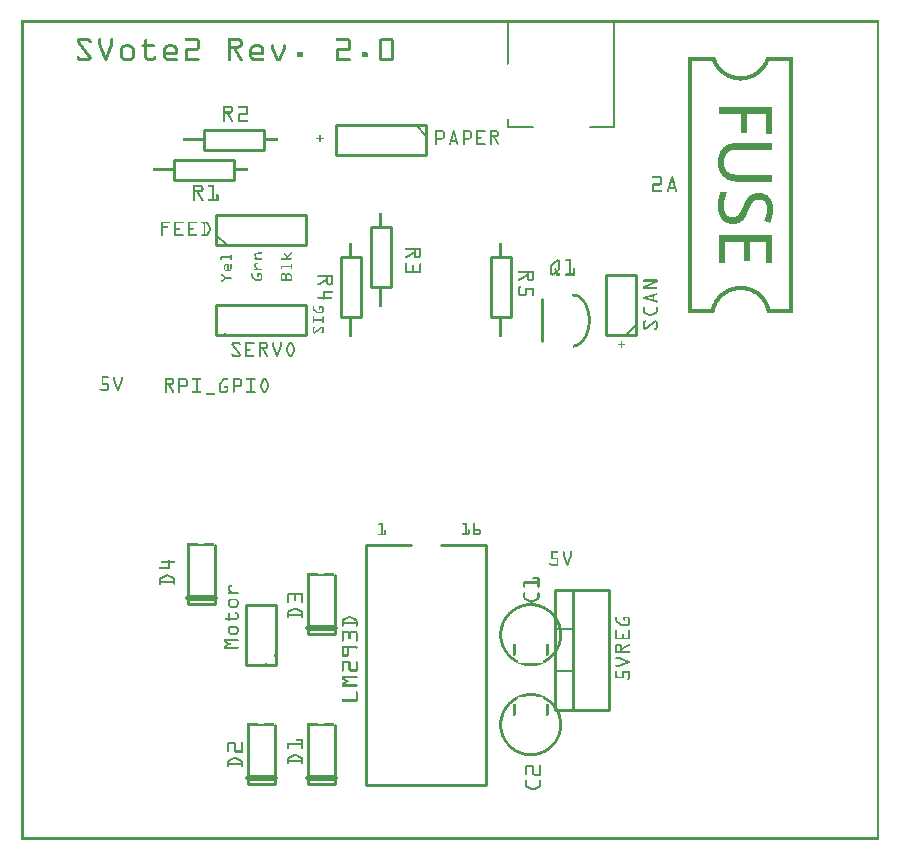
<source format=gto>
G04 MADE WITH FRITZING*
G04 WWW.FRITZING.ORG*
G04 DOUBLE SIDED*
G04 HOLES PLATED*
G04 CONTOUR ON CENTER OF CONTOUR VECTOR*
%ASAXBY*%
%FSLAX23Y23*%
%MOIN*%
%OFA0B0*%
%SFA1.0B1.0*%
%ADD10C,0.008000*%
%ADD11C,0.010000*%
%ADD12C,0.005000*%
%ADD13C,0.020000*%
%ADD14R,0.001000X0.001000*%
%LNSILK1*%
G90*
G70*
G54D10*
X1622Y2375D02*
X1705Y2375D01*
D02*
X1976Y2375D02*
X1894Y2375D01*
G54D11*
D02*
X1348Y2383D02*
X1048Y2383D01*
D02*
X1048Y2383D02*
X1048Y2283D01*
D02*
X1048Y2283D02*
X1348Y2283D01*
D02*
X1348Y2283D02*
X1348Y2383D01*
G54D12*
D02*
X1313Y2383D02*
X1348Y2348D01*
G54D11*
D02*
X648Y1983D02*
X948Y1983D01*
D02*
X948Y1983D02*
X948Y2083D01*
D02*
X948Y2083D02*
X648Y2083D01*
D02*
X648Y2083D02*
X648Y1983D01*
G54D12*
D02*
X683Y1983D02*
X648Y2018D01*
G54D11*
D02*
X1734Y1663D02*
X1734Y1803D01*
D02*
X1565Y1742D02*
X1565Y1942D01*
D02*
X1565Y1942D02*
X1631Y1942D01*
D02*
X1631Y1942D02*
X1631Y1742D01*
D02*
X1631Y1742D02*
X1565Y1742D01*
D02*
X2048Y1683D02*
X2048Y1883D01*
D02*
X2048Y1883D02*
X1948Y1883D01*
D02*
X1948Y1883D02*
X1948Y1683D01*
D02*
X1948Y1683D02*
X2048Y1683D01*
G54D12*
D02*
X2048Y1718D02*
X2013Y1683D01*
G54D11*
D02*
X1165Y1842D02*
X1165Y2042D01*
D02*
X1165Y2042D02*
X1231Y2042D01*
D02*
X1231Y2042D02*
X1231Y1842D01*
D02*
X1231Y1842D02*
X1165Y1842D01*
D02*
X1065Y1742D02*
X1065Y1942D01*
D02*
X1065Y1942D02*
X1131Y1942D01*
D02*
X1131Y1942D02*
X1131Y1742D01*
D02*
X1131Y1742D02*
X1065Y1742D01*
D02*
X1778Y433D02*
X1778Y833D01*
D02*
X1778Y833D02*
X1958Y833D01*
D02*
X1958Y833D02*
X1958Y433D01*
D02*
X1958Y433D02*
X1778Y433D01*
D02*
X1778Y433D02*
X1778Y833D01*
D02*
X1778Y833D02*
X1838Y833D01*
D02*
X1838Y833D02*
X1838Y433D01*
D02*
X1838Y433D02*
X1778Y433D01*
G54D12*
D02*
X1778Y563D02*
X1838Y563D01*
D02*
X1778Y703D02*
X1838Y703D01*
G54D11*
D02*
X1148Y983D02*
X1148Y183D01*
D02*
X1148Y183D02*
X1548Y183D01*
D02*
X1548Y183D02*
X1548Y983D01*
D02*
X1148Y983D02*
X1298Y983D01*
D02*
X1398Y983D02*
X1548Y983D01*
D02*
X848Y583D02*
X848Y783D01*
D02*
X848Y783D02*
X748Y783D01*
D02*
X748Y783D02*
X748Y583D01*
D02*
X748Y583D02*
X848Y583D01*
D02*
X553Y787D02*
X553Y982D01*
D02*
X643Y982D02*
X643Y787D01*
D02*
X643Y787D02*
X553Y787D01*
G54D13*
D02*
X643Y807D02*
X553Y807D01*
G54D11*
D02*
X953Y687D02*
X953Y882D01*
D02*
X1043Y882D02*
X1043Y687D01*
D02*
X1043Y687D02*
X953Y687D01*
G54D13*
D02*
X1043Y707D02*
X953Y707D01*
G54D11*
D02*
X753Y187D02*
X753Y382D01*
D02*
X843Y382D02*
X843Y187D01*
D02*
X843Y187D02*
X753Y187D01*
G54D13*
D02*
X843Y207D02*
X753Y207D01*
G54D11*
D02*
X953Y187D02*
X953Y382D01*
D02*
X1043Y382D02*
X1043Y187D01*
D02*
X1043Y187D02*
X953Y187D01*
G54D13*
D02*
X1043Y207D02*
X953Y207D01*
G54D11*
D02*
X508Y2266D02*
X708Y2266D01*
D02*
X708Y2266D02*
X708Y2200D01*
D02*
X708Y2200D02*
X508Y2200D01*
D02*
X508Y2200D02*
X508Y2266D01*
D02*
X608Y2366D02*
X808Y2366D01*
D02*
X808Y2366D02*
X808Y2300D01*
D02*
X808Y2300D02*
X608Y2300D01*
D02*
X608Y2300D02*
X608Y2366D01*
D02*
X648Y1683D02*
X948Y1683D01*
D02*
X948Y1683D02*
X948Y1783D01*
D02*
X948Y1783D02*
X648Y1783D01*
D02*
X648Y1783D02*
X648Y1683D01*
G54D14*
X0Y2732D02*
X2859Y2732D01*
X0Y2731D02*
X2859Y2731D01*
X0Y2730D02*
X2859Y2730D01*
X0Y2729D02*
X2859Y2729D01*
X0Y2728D02*
X2859Y2728D01*
X0Y2727D02*
X2859Y2727D01*
X0Y2726D02*
X2859Y2726D01*
X0Y2725D02*
X2859Y2725D01*
X0Y2724D02*
X7Y2724D01*
X1617Y2724D02*
X1624Y2724D01*
X1972Y2724D02*
X1979Y2724D01*
X2852Y2724D02*
X2859Y2724D01*
X0Y2723D02*
X7Y2723D01*
X1617Y2723D02*
X1624Y2723D01*
X1972Y2723D02*
X1979Y2723D01*
X2852Y2723D02*
X2859Y2723D01*
X0Y2722D02*
X7Y2722D01*
X1617Y2722D02*
X1624Y2722D01*
X1972Y2722D02*
X1979Y2722D01*
X2852Y2722D02*
X2859Y2722D01*
X0Y2721D02*
X7Y2721D01*
X1617Y2721D02*
X1624Y2721D01*
X1972Y2721D02*
X1979Y2721D01*
X2852Y2721D02*
X2859Y2721D01*
X0Y2720D02*
X7Y2720D01*
X1617Y2720D02*
X1624Y2720D01*
X1972Y2720D02*
X1979Y2720D01*
X2852Y2720D02*
X2859Y2720D01*
X0Y2719D02*
X7Y2719D01*
X1617Y2719D02*
X1624Y2719D01*
X1972Y2719D02*
X1979Y2719D01*
X2852Y2719D02*
X2859Y2719D01*
X0Y2718D02*
X7Y2718D01*
X1617Y2718D02*
X1624Y2718D01*
X1972Y2718D02*
X1979Y2718D01*
X2852Y2718D02*
X2859Y2718D01*
X0Y2717D02*
X7Y2717D01*
X1617Y2717D02*
X1624Y2717D01*
X1972Y2717D02*
X1979Y2717D01*
X2852Y2717D02*
X2859Y2717D01*
X0Y2716D02*
X7Y2716D01*
X1617Y2716D02*
X1624Y2716D01*
X1972Y2716D02*
X1979Y2716D01*
X2852Y2716D02*
X2859Y2716D01*
X0Y2715D02*
X7Y2715D01*
X1617Y2715D02*
X1624Y2715D01*
X1972Y2715D02*
X1979Y2715D01*
X2852Y2715D02*
X2859Y2715D01*
X0Y2714D02*
X7Y2714D01*
X1617Y2714D02*
X1624Y2714D01*
X1972Y2714D02*
X1979Y2714D01*
X2852Y2714D02*
X2859Y2714D01*
X0Y2713D02*
X7Y2713D01*
X1617Y2713D02*
X1624Y2713D01*
X1972Y2713D02*
X1979Y2713D01*
X2852Y2713D02*
X2859Y2713D01*
X0Y2712D02*
X7Y2712D01*
X1617Y2712D02*
X1624Y2712D01*
X1972Y2712D02*
X1979Y2712D01*
X2852Y2712D02*
X2859Y2712D01*
X0Y2711D02*
X7Y2711D01*
X1617Y2711D02*
X1624Y2711D01*
X1972Y2711D02*
X1979Y2711D01*
X2852Y2711D02*
X2859Y2711D01*
X0Y2710D02*
X7Y2710D01*
X1617Y2710D02*
X1624Y2710D01*
X1972Y2710D02*
X1979Y2710D01*
X2852Y2710D02*
X2859Y2710D01*
X0Y2709D02*
X7Y2709D01*
X1617Y2709D02*
X1624Y2709D01*
X1972Y2709D02*
X1979Y2709D01*
X2852Y2709D02*
X2859Y2709D01*
X0Y2708D02*
X7Y2708D01*
X1617Y2708D02*
X1624Y2708D01*
X1972Y2708D02*
X1979Y2708D01*
X2852Y2708D02*
X2859Y2708D01*
X0Y2707D02*
X7Y2707D01*
X1617Y2707D02*
X1624Y2707D01*
X1972Y2707D02*
X1979Y2707D01*
X2852Y2707D02*
X2859Y2707D01*
X0Y2706D02*
X7Y2706D01*
X1617Y2706D02*
X1624Y2706D01*
X1972Y2706D02*
X1979Y2706D01*
X2852Y2706D02*
X2859Y2706D01*
X0Y2705D02*
X7Y2705D01*
X1617Y2705D02*
X1624Y2705D01*
X1972Y2705D02*
X1979Y2705D01*
X2852Y2705D02*
X2859Y2705D01*
X0Y2704D02*
X7Y2704D01*
X1617Y2704D02*
X1624Y2704D01*
X1972Y2704D02*
X1979Y2704D01*
X2852Y2704D02*
X2859Y2704D01*
X0Y2703D02*
X7Y2703D01*
X1617Y2703D02*
X1624Y2703D01*
X1972Y2703D02*
X1979Y2703D01*
X2852Y2703D02*
X2859Y2703D01*
X0Y2702D02*
X7Y2702D01*
X1617Y2702D02*
X1624Y2702D01*
X1972Y2702D02*
X1979Y2702D01*
X2852Y2702D02*
X2859Y2702D01*
X0Y2701D02*
X7Y2701D01*
X1617Y2701D02*
X1624Y2701D01*
X1972Y2701D02*
X1979Y2701D01*
X2852Y2701D02*
X2859Y2701D01*
X0Y2700D02*
X7Y2700D01*
X1617Y2700D02*
X1624Y2700D01*
X1972Y2700D02*
X1979Y2700D01*
X2852Y2700D02*
X2859Y2700D01*
X0Y2699D02*
X7Y2699D01*
X1617Y2699D02*
X1624Y2699D01*
X1972Y2699D02*
X1979Y2699D01*
X2852Y2699D02*
X2859Y2699D01*
X0Y2698D02*
X7Y2698D01*
X1617Y2698D02*
X1624Y2698D01*
X1972Y2698D02*
X1979Y2698D01*
X2852Y2698D02*
X2859Y2698D01*
X0Y2697D02*
X7Y2697D01*
X1617Y2697D02*
X1624Y2697D01*
X1972Y2697D02*
X1979Y2697D01*
X2852Y2697D02*
X2859Y2697D01*
X0Y2696D02*
X7Y2696D01*
X1617Y2696D02*
X1624Y2696D01*
X1972Y2696D02*
X1979Y2696D01*
X2852Y2696D02*
X2859Y2696D01*
X0Y2695D02*
X7Y2695D01*
X1617Y2695D02*
X1624Y2695D01*
X1972Y2695D02*
X1979Y2695D01*
X2852Y2695D02*
X2859Y2695D01*
X0Y2694D02*
X7Y2694D01*
X1617Y2694D02*
X1624Y2694D01*
X1972Y2694D02*
X1979Y2694D01*
X2852Y2694D02*
X2859Y2694D01*
X0Y2693D02*
X7Y2693D01*
X1617Y2693D02*
X1624Y2693D01*
X1972Y2693D02*
X1979Y2693D01*
X2852Y2693D02*
X2859Y2693D01*
X0Y2692D02*
X7Y2692D01*
X1617Y2692D02*
X1624Y2692D01*
X1972Y2692D02*
X1979Y2692D01*
X2852Y2692D02*
X2859Y2692D01*
X0Y2691D02*
X7Y2691D01*
X1617Y2691D02*
X1624Y2691D01*
X1972Y2691D02*
X1979Y2691D01*
X2852Y2691D02*
X2859Y2691D01*
X0Y2690D02*
X7Y2690D01*
X1617Y2690D02*
X1624Y2690D01*
X1972Y2690D02*
X1979Y2690D01*
X2852Y2690D02*
X2859Y2690D01*
X0Y2689D02*
X7Y2689D01*
X1617Y2689D02*
X1624Y2689D01*
X1972Y2689D02*
X1979Y2689D01*
X2852Y2689D02*
X2859Y2689D01*
X0Y2688D02*
X7Y2688D01*
X1617Y2688D02*
X1624Y2688D01*
X1972Y2688D02*
X1979Y2688D01*
X2852Y2688D02*
X2859Y2688D01*
X0Y2687D02*
X7Y2687D01*
X1617Y2687D02*
X1624Y2687D01*
X1972Y2687D02*
X1979Y2687D01*
X2852Y2687D02*
X2859Y2687D01*
X0Y2686D02*
X7Y2686D01*
X1617Y2686D02*
X1624Y2686D01*
X1972Y2686D02*
X1979Y2686D01*
X2852Y2686D02*
X2859Y2686D01*
X0Y2685D02*
X7Y2685D01*
X1617Y2685D02*
X1624Y2685D01*
X1972Y2685D02*
X1979Y2685D01*
X2852Y2685D02*
X2859Y2685D01*
X0Y2684D02*
X7Y2684D01*
X1617Y2684D02*
X1624Y2684D01*
X1972Y2684D02*
X1979Y2684D01*
X2852Y2684D02*
X2859Y2684D01*
X0Y2683D02*
X7Y2683D01*
X1617Y2683D02*
X1624Y2683D01*
X1972Y2683D02*
X1979Y2683D01*
X2852Y2683D02*
X2859Y2683D01*
X0Y2682D02*
X7Y2682D01*
X1617Y2682D02*
X1624Y2682D01*
X1972Y2682D02*
X1979Y2682D01*
X2852Y2682D02*
X2859Y2682D01*
X0Y2681D02*
X7Y2681D01*
X1617Y2681D02*
X1624Y2681D01*
X1972Y2681D02*
X1979Y2681D01*
X2852Y2681D02*
X2859Y2681D01*
X0Y2680D02*
X7Y2680D01*
X1617Y2680D02*
X1624Y2680D01*
X1972Y2680D02*
X1979Y2680D01*
X2852Y2680D02*
X2859Y2680D01*
X0Y2679D02*
X7Y2679D01*
X1617Y2679D02*
X1624Y2679D01*
X1972Y2679D02*
X1979Y2679D01*
X2852Y2679D02*
X2859Y2679D01*
X0Y2678D02*
X7Y2678D01*
X1617Y2678D02*
X1624Y2678D01*
X1972Y2678D02*
X1979Y2678D01*
X2852Y2678D02*
X2859Y2678D01*
X0Y2677D02*
X7Y2677D01*
X1617Y2677D02*
X1624Y2677D01*
X1972Y2677D02*
X1979Y2677D01*
X2852Y2677D02*
X2859Y2677D01*
X0Y2676D02*
X7Y2676D01*
X1617Y2676D02*
X1624Y2676D01*
X1972Y2676D02*
X1979Y2676D01*
X2852Y2676D02*
X2859Y2676D01*
X0Y2675D02*
X7Y2675D01*
X1617Y2675D02*
X1624Y2675D01*
X1972Y2675D02*
X1979Y2675D01*
X2852Y2675D02*
X2859Y2675D01*
X0Y2674D02*
X7Y2674D01*
X1617Y2674D02*
X1624Y2674D01*
X1972Y2674D02*
X1979Y2674D01*
X2852Y2674D02*
X2859Y2674D01*
X0Y2673D02*
X7Y2673D01*
X192Y2673D02*
X223Y2673D01*
X259Y2673D02*
X262Y2673D01*
X299Y2673D02*
X302Y2673D01*
X547Y2673D02*
X586Y2673D01*
X688Y2673D02*
X725Y2673D01*
X1051Y2673D02*
X1089Y2673D01*
X1199Y2673D02*
X1233Y2673D01*
X1617Y2673D02*
X1624Y2673D01*
X1972Y2673D02*
X1979Y2673D01*
X2852Y2673D02*
X2859Y2673D01*
X0Y2672D02*
X7Y2672D01*
X190Y2672D02*
X225Y2672D01*
X258Y2672D02*
X264Y2672D01*
X297Y2672D02*
X303Y2672D01*
X546Y2672D02*
X588Y2672D01*
X688Y2672D02*
X728Y2672D01*
X1050Y2672D02*
X1092Y2672D01*
X1197Y2672D02*
X1236Y2672D01*
X1617Y2672D02*
X1624Y2672D01*
X1972Y2672D02*
X1979Y2672D01*
X2852Y2672D02*
X2859Y2672D01*
X0Y2671D02*
X7Y2671D01*
X189Y2671D02*
X227Y2671D01*
X257Y2671D02*
X264Y2671D01*
X297Y2671D02*
X304Y2671D01*
X545Y2671D02*
X589Y2671D01*
X688Y2671D02*
X730Y2671D01*
X1049Y2671D02*
X1093Y2671D01*
X1196Y2671D02*
X1237Y2671D01*
X1617Y2671D02*
X1624Y2671D01*
X1972Y2671D02*
X1979Y2671D01*
X2852Y2671D02*
X2859Y2671D01*
X0Y2670D02*
X7Y2670D01*
X187Y2670D02*
X228Y2670D01*
X256Y2670D02*
X265Y2670D01*
X296Y2670D02*
X305Y2670D01*
X544Y2670D02*
X590Y2670D01*
X688Y2670D02*
X731Y2670D01*
X1048Y2670D02*
X1094Y2670D01*
X1195Y2670D02*
X1238Y2670D01*
X1617Y2670D02*
X1624Y2670D01*
X1972Y2670D02*
X1979Y2670D01*
X2852Y2670D02*
X2859Y2670D01*
X0Y2669D02*
X7Y2669D01*
X187Y2669D02*
X229Y2669D01*
X256Y2669D02*
X265Y2669D01*
X296Y2669D02*
X305Y2669D01*
X414Y2669D02*
X415Y2669D01*
X544Y2669D02*
X591Y2669D01*
X688Y2669D02*
X732Y2669D01*
X1048Y2669D02*
X1095Y2669D01*
X1194Y2669D02*
X1239Y2669D01*
X1617Y2669D02*
X1624Y2669D01*
X1972Y2669D02*
X1979Y2669D01*
X2852Y2669D02*
X2859Y2669D01*
X0Y2668D02*
X7Y2668D01*
X186Y2668D02*
X230Y2668D01*
X256Y2668D02*
X265Y2668D01*
X296Y2668D02*
X305Y2668D01*
X412Y2668D02*
X417Y2668D01*
X544Y2668D02*
X592Y2668D01*
X688Y2668D02*
X733Y2668D01*
X1048Y2668D02*
X1095Y2668D01*
X1193Y2668D02*
X1239Y2668D01*
X1617Y2668D02*
X1624Y2668D01*
X1972Y2668D02*
X1979Y2668D01*
X2852Y2668D02*
X2859Y2668D01*
X0Y2667D02*
X7Y2667D01*
X185Y2667D02*
X231Y2667D01*
X256Y2667D02*
X265Y2667D01*
X296Y2667D02*
X305Y2667D01*
X411Y2667D02*
X418Y2667D01*
X544Y2667D02*
X592Y2667D01*
X688Y2667D02*
X734Y2667D01*
X1048Y2667D02*
X1096Y2667D01*
X1193Y2667D02*
X1240Y2667D01*
X1617Y2667D02*
X1624Y2667D01*
X1972Y2667D02*
X1979Y2667D01*
X2852Y2667D02*
X2859Y2667D01*
X0Y2666D02*
X7Y2666D01*
X185Y2666D02*
X231Y2666D01*
X256Y2666D02*
X265Y2666D01*
X296Y2666D02*
X305Y2666D01*
X410Y2666D02*
X419Y2666D01*
X545Y2666D02*
X592Y2666D01*
X688Y2666D02*
X735Y2666D01*
X1049Y2666D02*
X1096Y2666D01*
X1192Y2666D02*
X1240Y2666D01*
X1617Y2666D02*
X1624Y2666D01*
X1972Y2666D02*
X1979Y2666D01*
X2852Y2666D02*
X2859Y2666D01*
X0Y2665D02*
X7Y2665D01*
X185Y2665D02*
X232Y2665D01*
X256Y2665D02*
X265Y2665D01*
X296Y2665D02*
X305Y2665D01*
X410Y2665D02*
X419Y2665D01*
X545Y2665D02*
X593Y2665D01*
X688Y2665D02*
X735Y2665D01*
X1049Y2665D02*
X1097Y2665D01*
X1192Y2665D02*
X1241Y2665D01*
X1617Y2665D02*
X1624Y2665D01*
X1972Y2665D02*
X1979Y2665D01*
X2852Y2665D02*
X2859Y2665D01*
X0Y2664D02*
X7Y2664D01*
X184Y2664D02*
X232Y2664D01*
X256Y2664D02*
X265Y2664D01*
X296Y2664D02*
X305Y2664D01*
X410Y2664D02*
X419Y2664D01*
X547Y2664D02*
X593Y2664D01*
X688Y2664D02*
X736Y2664D01*
X1051Y2664D02*
X1097Y2664D01*
X1192Y2664D02*
X1241Y2664D01*
X1617Y2664D02*
X1624Y2664D01*
X1972Y2664D02*
X1979Y2664D01*
X2852Y2664D02*
X2859Y2664D01*
X0Y2663D02*
X7Y2663D01*
X184Y2663D02*
X194Y2663D01*
X222Y2663D02*
X233Y2663D01*
X256Y2663D02*
X265Y2663D01*
X296Y2663D02*
X305Y2663D01*
X410Y2663D02*
X419Y2663D01*
X584Y2663D02*
X593Y2663D01*
X688Y2663D02*
X697Y2663D01*
X724Y2663D02*
X736Y2663D01*
X1088Y2663D02*
X1097Y2663D01*
X1192Y2663D02*
X1201Y2663D01*
X1231Y2663D02*
X1241Y2663D01*
X1617Y2663D02*
X1624Y2663D01*
X1972Y2663D02*
X1979Y2663D01*
X2852Y2663D02*
X2859Y2663D01*
X0Y2662D02*
X7Y2662D01*
X184Y2662D02*
X193Y2662D01*
X223Y2662D02*
X233Y2662D01*
X256Y2662D02*
X265Y2662D01*
X296Y2662D02*
X305Y2662D01*
X410Y2662D02*
X419Y2662D01*
X584Y2662D02*
X593Y2662D01*
X688Y2662D02*
X697Y2662D01*
X726Y2662D02*
X736Y2662D01*
X1088Y2662D02*
X1097Y2662D01*
X1192Y2662D02*
X1201Y2662D01*
X1232Y2662D02*
X1241Y2662D01*
X1617Y2662D02*
X1624Y2662D01*
X1972Y2662D02*
X1979Y2662D01*
X2852Y2662D02*
X2859Y2662D01*
X0Y2661D02*
X7Y2661D01*
X184Y2661D02*
X194Y2661D01*
X224Y2661D02*
X233Y2661D01*
X256Y2661D02*
X265Y2661D01*
X296Y2661D02*
X305Y2661D01*
X410Y2661D02*
X419Y2661D01*
X584Y2661D02*
X593Y2661D01*
X688Y2661D02*
X697Y2661D01*
X727Y2661D02*
X737Y2661D01*
X1088Y2661D02*
X1097Y2661D01*
X1192Y2661D02*
X1201Y2661D01*
X1232Y2661D02*
X1241Y2661D01*
X1617Y2661D02*
X1624Y2661D01*
X1972Y2661D02*
X1979Y2661D01*
X2852Y2661D02*
X2859Y2661D01*
X0Y2660D02*
X7Y2660D01*
X184Y2660D02*
X195Y2660D01*
X224Y2660D02*
X233Y2660D01*
X256Y2660D02*
X265Y2660D01*
X296Y2660D02*
X305Y2660D01*
X410Y2660D02*
X419Y2660D01*
X584Y2660D02*
X593Y2660D01*
X688Y2660D02*
X697Y2660D01*
X727Y2660D02*
X737Y2660D01*
X1088Y2660D02*
X1097Y2660D01*
X1192Y2660D02*
X1201Y2660D01*
X1232Y2660D02*
X1241Y2660D01*
X1617Y2660D02*
X1624Y2660D01*
X1972Y2660D02*
X1979Y2660D01*
X2852Y2660D02*
X2859Y2660D01*
X0Y2659D02*
X7Y2659D01*
X185Y2659D02*
X195Y2659D01*
X224Y2659D02*
X233Y2659D01*
X256Y2659D02*
X265Y2659D01*
X296Y2659D02*
X305Y2659D01*
X410Y2659D02*
X419Y2659D01*
X584Y2659D02*
X593Y2659D01*
X688Y2659D02*
X697Y2659D01*
X728Y2659D02*
X737Y2659D01*
X1088Y2659D02*
X1097Y2659D01*
X1192Y2659D02*
X1201Y2659D01*
X1232Y2659D02*
X1241Y2659D01*
X1617Y2659D02*
X1624Y2659D01*
X1972Y2659D02*
X1979Y2659D01*
X2852Y2659D02*
X2859Y2659D01*
X0Y2658D02*
X7Y2658D01*
X185Y2658D02*
X196Y2658D01*
X224Y2658D02*
X233Y2658D01*
X256Y2658D02*
X265Y2658D01*
X296Y2658D02*
X305Y2658D01*
X410Y2658D02*
X419Y2658D01*
X584Y2658D02*
X593Y2658D01*
X688Y2658D02*
X697Y2658D01*
X728Y2658D02*
X737Y2658D01*
X1088Y2658D02*
X1097Y2658D01*
X1192Y2658D02*
X1201Y2658D01*
X1232Y2658D02*
X1241Y2658D01*
X1617Y2658D02*
X1624Y2658D01*
X1972Y2658D02*
X1979Y2658D01*
X2852Y2658D02*
X2859Y2658D01*
X0Y2657D02*
X7Y2657D01*
X185Y2657D02*
X197Y2657D01*
X225Y2657D02*
X232Y2657D01*
X256Y2657D02*
X265Y2657D01*
X296Y2657D02*
X305Y2657D01*
X410Y2657D02*
X419Y2657D01*
X584Y2657D02*
X593Y2657D01*
X688Y2657D02*
X697Y2657D01*
X728Y2657D02*
X737Y2657D01*
X1088Y2657D02*
X1097Y2657D01*
X1192Y2657D02*
X1201Y2657D01*
X1232Y2657D02*
X1241Y2657D01*
X1617Y2657D02*
X1624Y2657D01*
X1972Y2657D02*
X1979Y2657D01*
X2852Y2657D02*
X2859Y2657D01*
X0Y2656D02*
X7Y2656D01*
X186Y2656D02*
X198Y2656D01*
X226Y2656D02*
X231Y2656D01*
X256Y2656D02*
X265Y2656D01*
X296Y2656D02*
X305Y2656D01*
X410Y2656D02*
X419Y2656D01*
X584Y2656D02*
X593Y2656D01*
X688Y2656D02*
X697Y2656D01*
X728Y2656D02*
X737Y2656D01*
X1088Y2656D02*
X1097Y2656D01*
X1192Y2656D02*
X1201Y2656D01*
X1232Y2656D02*
X1241Y2656D01*
X1617Y2656D02*
X1624Y2656D01*
X1972Y2656D02*
X1979Y2656D01*
X2852Y2656D02*
X2859Y2656D01*
X0Y2655D02*
X7Y2655D01*
X187Y2655D02*
X198Y2655D01*
X228Y2655D02*
X229Y2655D01*
X256Y2655D02*
X265Y2655D01*
X296Y2655D02*
X305Y2655D01*
X410Y2655D02*
X419Y2655D01*
X584Y2655D02*
X593Y2655D01*
X688Y2655D02*
X697Y2655D01*
X728Y2655D02*
X737Y2655D01*
X1088Y2655D02*
X1097Y2655D01*
X1192Y2655D02*
X1201Y2655D01*
X1232Y2655D02*
X1241Y2655D01*
X1617Y2655D02*
X1624Y2655D01*
X1972Y2655D02*
X1979Y2655D01*
X2852Y2655D02*
X2859Y2655D01*
X0Y2654D02*
X7Y2654D01*
X187Y2654D02*
X199Y2654D01*
X256Y2654D02*
X265Y2654D01*
X296Y2654D02*
X305Y2654D01*
X410Y2654D02*
X419Y2654D01*
X584Y2654D02*
X593Y2654D01*
X688Y2654D02*
X697Y2654D01*
X728Y2654D02*
X737Y2654D01*
X1088Y2654D02*
X1097Y2654D01*
X1192Y2654D02*
X1201Y2654D01*
X1232Y2654D02*
X1241Y2654D01*
X1617Y2654D02*
X1624Y2654D01*
X1972Y2654D02*
X1979Y2654D01*
X2852Y2654D02*
X2859Y2654D01*
X0Y2653D02*
X7Y2653D01*
X188Y2653D02*
X200Y2653D01*
X256Y2653D02*
X265Y2653D01*
X296Y2653D02*
X305Y2653D01*
X410Y2653D02*
X419Y2653D01*
X584Y2653D02*
X593Y2653D01*
X688Y2653D02*
X697Y2653D01*
X728Y2653D02*
X737Y2653D01*
X1088Y2653D02*
X1097Y2653D01*
X1192Y2653D02*
X1201Y2653D01*
X1232Y2653D02*
X1241Y2653D01*
X1617Y2653D02*
X1624Y2653D01*
X1972Y2653D02*
X1979Y2653D01*
X2852Y2653D02*
X2859Y2653D01*
X0Y2652D02*
X7Y2652D01*
X189Y2652D02*
X201Y2652D01*
X256Y2652D02*
X265Y2652D01*
X296Y2652D02*
X305Y2652D01*
X344Y2652D02*
X361Y2652D01*
X404Y2652D02*
X440Y2652D01*
X488Y2652D02*
X505Y2652D01*
X584Y2652D02*
X593Y2652D01*
X688Y2652D02*
X697Y2652D01*
X727Y2652D02*
X737Y2652D01*
X776Y2652D02*
X793Y2652D01*
X836Y2652D02*
X837Y2652D01*
X875Y2652D02*
X877Y2652D01*
X1088Y2652D02*
X1097Y2652D01*
X1192Y2652D02*
X1201Y2652D01*
X1232Y2652D02*
X1241Y2652D01*
X1617Y2652D02*
X1624Y2652D01*
X1972Y2652D02*
X1979Y2652D01*
X2852Y2652D02*
X2859Y2652D01*
X0Y2651D02*
X7Y2651D01*
X190Y2651D02*
X202Y2651D01*
X256Y2651D02*
X266Y2651D01*
X295Y2651D02*
X305Y2651D01*
X341Y2651D02*
X364Y2651D01*
X402Y2651D02*
X442Y2651D01*
X485Y2651D02*
X508Y2651D01*
X584Y2651D02*
X593Y2651D01*
X688Y2651D02*
X697Y2651D01*
X727Y2651D02*
X737Y2651D01*
X773Y2651D02*
X796Y2651D01*
X834Y2651D02*
X839Y2651D01*
X873Y2651D02*
X879Y2651D01*
X1088Y2651D02*
X1097Y2651D01*
X1192Y2651D02*
X1201Y2651D01*
X1232Y2651D02*
X1241Y2651D01*
X1617Y2651D02*
X1624Y2651D01*
X1972Y2651D02*
X1979Y2651D01*
X2852Y2651D02*
X2859Y2651D01*
X0Y2650D02*
X7Y2650D01*
X190Y2650D02*
X202Y2650D01*
X256Y2650D02*
X266Y2650D01*
X295Y2650D02*
X305Y2650D01*
X339Y2650D02*
X366Y2650D01*
X401Y2650D02*
X443Y2650D01*
X483Y2650D02*
X510Y2650D01*
X584Y2650D02*
X593Y2650D01*
X688Y2650D02*
X697Y2650D01*
X727Y2650D02*
X736Y2650D01*
X771Y2650D02*
X798Y2650D01*
X833Y2650D02*
X840Y2650D01*
X873Y2650D02*
X880Y2650D01*
X1088Y2650D02*
X1097Y2650D01*
X1192Y2650D02*
X1201Y2650D01*
X1232Y2650D02*
X1241Y2650D01*
X1617Y2650D02*
X1624Y2650D01*
X1972Y2650D02*
X1979Y2650D01*
X2852Y2650D02*
X2859Y2650D01*
X0Y2649D02*
X7Y2649D01*
X191Y2649D02*
X203Y2649D01*
X257Y2649D02*
X267Y2649D01*
X295Y2649D02*
X304Y2649D01*
X337Y2649D02*
X367Y2649D01*
X401Y2649D02*
X443Y2649D01*
X481Y2649D02*
X511Y2649D01*
X584Y2649D02*
X593Y2649D01*
X688Y2649D02*
X697Y2649D01*
X725Y2649D02*
X736Y2649D01*
X769Y2649D02*
X799Y2649D01*
X832Y2649D02*
X841Y2649D01*
X872Y2649D02*
X880Y2649D01*
X1088Y2649D02*
X1097Y2649D01*
X1192Y2649D02*
X1201Y2649D01*
X1232Y2649D02*
X1241Y2649D01*
X1617Y2649D02*
X1624Y2649D01*
X1972Y2649D02*
X1979Y2649D01*
X2852Y2649D02*
X2859Y2649D01*
X0Y2648D02*
X7Y2648D01*
X192Y2648D02*
X204Y2648D01*
X257Y2648D02*
X267Y2648D01*
X294Y2648D02*
X304Y2648D01*
X336Y2648D02*
X369Y2648D01*
X400Y2648D02*
X444Y2648D01*
X480Y2648D02*
X513Y2648D01*
X584Y2648D02*
X593Y2648D01*
X688Y2648D02*
X698Y2648D01*
X723Y2648D02*
X736Y2648D01*
X768Y2648D02*
X801Y2648D01*
X832Y2648D02*
X841Y2648D01*
X872Y2648D02*
X881Y2648D01*
X1088Y2648D02*
X1097Y2648D01*
X1192Y2648D02*
X1201Y2648D01*
X1232Y2648D02*
X1241Y2648D01*
X1617Y2648D02*
X1624Y2648D01*
X1972Y2648D02*
X1979Y2648D01*
X2852Y2648D02*
X2859Y2648D01*
X0Y2647D02*
X7Y2647D01*
X193Y2647D02*
X205Y2647D01*
X257Y2647D02*
X267Y2647D01*
X294Y2647D02*
X304Y2647D01*
X335Y2647D02*
X370Y2647D01*
X400Y2647D02*
X444Y2647D01*
X479Y2647D02*
X514Y2647D01*
X584Y2647D02*
X593Y2647D01*
X688Y2647D02*
X736Y2647D01*
X767Y2647D02*
X802Y2647D01*
X832Y2647D02*
X841Y2647D01*
X872Y2647D02*
X881Y2647D01*
X1088Y2647D02*
X1097Y2647D01*
X1192Y2647D02*
X1201Y2647D01*
X1232Y2647D02*
X1241Y2647D01*
X1617Y2647D02*
X1624Y2647D01*
X1972Y2647D02*
X1979Y2647D01*
X2852Y2647D02*
X2859Y2647D01*
X0Y2646D02*
X7Y2646D01*
X193Y2646D02*
X205Y2646D01*
X258Y2646D02*
X268Y2646D01*
X293Y2646D02*
X303Y2646D01*
X334Y2646D02*
X371Y2646D01*
X400Y2646D02*
X444Y2646D01*
X478Y2646D02*
X515Y2646D01*
X584Y2646D02*
X593Y2646D01*
X688Y2646D02*
X735Y2646D01*
X766Y2646D02*
X803Y2646D01*
X832Y2646D02*
X841Y2646D01*
X872Y2646D02*
X881Y2646D01*
X1088Y2646D02*
X1097Y2646D01*
X1192Y2646D02*
X1201Y2646D01*
X1232Y2646D02*
X1241Y2646D01*
X1617Y2646D02*
X1624Y2646D01*
X1972Y2646D02*
X1979Y2646D01*
X2852Y2646D02*
X2859Y2646D01*
X0Y2645D02*
X7Y2645D01*
X194Y2645D02*
X206Y2645D01*
X258Y2645D02*
X268Y2645D01*
X293Y2645D02*
X303Y2645D01*
X333Y2645D02*
X372Y2645D01*
X401Y2645D02*
X443Y2645D01*
X477Y2645D02*
X516Y2645D01*
X584Y2645D02*
X593Y2645D01*
X688Y2645D02*
X734Y2645D01*
X765Y2645D02*
X804Y2645D01*
X832Y2645D02*
X841Y2645D01*
X872Y2645D02*
X881Y2645D01*
X1088Y2645D02*
X1097Y2645D01*
X1192Y2645D02*
X1201Y2645D01*
X1232Y2645D02*
X1241Y2645D01*
X1617Y2645D02*
X1624Y2645D01*
X1972Y2645D02*
X1979Y2645D01*
X2852Y2645D02*
X2859Y2645D01*
X0Y2644D02*
X7Y2644D01*
X195Y2644D02*
X207Y2644D01*
X259Y2644D02*
X269Y2644D01*
X293Y2644D02*
X302Y2644D01*
X332Y2644D02*
X373Y2644D01*
X401Y2644D02*
X443Y2644D01*
X476Y2644D02*
X517Y2644D01*
X584Y2644D02*
X593Y2644D01*
X688Y2644D02*
X734Y2644D01*
X764Y2644D02*
X805Y2644D01*
X832Y2644D02*
X841Y2644D01*
X872Y2644D02*
X881Y2644D01*
X1088Y2644D02*
X1097Y2644D01*
X1192Y2644D02*
X1201Y2644D01*
X1232Y2644D02*
X1241Y2644D01*
X1617Y2644D02*
X1624Y2644D01*
X1972Y2644D02*
X1979Y2644D01*
X2852Y2644D02*
X2859Y2644D01*
X0Y2643D02*
X7Y2643D01*
X196Y2643D02*
X208Y2643D01*
X259Y2643D02*
X269Y2643D01*
X292Y2643D02*
X302Y2643D01*
X331Y2643D02*
X374Y2643D01*
X402Y2643D02*
X441Y2643D01*
X475Y2643D02*
X518Y2643D01*
X584Y2643D02*
X593Y2643D01*
X688Y2643D02*
X733Y2643D01*
X763Y2643D02*
X806Y2643D01*
X832Y2643D02*
X841Y2643D01*
X872Y2643D02*
X881Y2643D01*
X1088Y2643D02*
X1097Y2643D01*
X1192Y2643D02*
X1201Y2643D01*
X1232Y2643D02*
X1241Y2643D01*
X1617Y2643D02*
X1624Y2643D01*
X1972Y2643D02*
X1979Y2643D01*
X2852Y2643D02*
X2859Y2643D01*
X0Y2642D02*
X7Y2642D01*
X197Y2642D02*
X209Y2642D01*
X259Y2642D02*
X269Y2642D01*
X292Y2642D02*
X302Y2642D01*
X331Y2642D02*
X345Y2642D01*
X360Y2642D02*
X375Y2642D01*
X410Y2642D02*
X419Y2642D01*
X474Y2642D02*
X489Y2642D01*
X504Y2642D02*
X519Y2642D01*
X584Y2642D02*
X593Y2642D01*
X688Y2642D02*
X732Y2642D01*
X762Y2642D02*
X776Y2642D01*
X792Y2642D02*
X806Y2642D01*
X832Y2642D02*
X841Y2642D01*
X872Y2642D02*
X881Y2642D01*
X1088Y2642D02*
X1097Y2642D01*
X1192Y2642D02*
X1201Y2642D01*
X1232Y2642D02*
X1241Y2642D01*
X1617Y2642D02*
X1624Y2642D01*
X1972Y2642D02*
X1979Y2642D01*
X2852Y2642D02*
X2859Y2642D01*
X0Y2641D02*
X7Y2641D01*
X197Y2641D02*
X209Y2641D01*
X260Y2641D02*
X270Y2641D01*
X291Y2641D02*
X301Y2641D01*
X330Y2641D02*
X343Y2641D01*
X363Y2641D02*
X375Y2641D01*
X410Y2641D02*
X419Y2641D01*
X474Y2641D02*
X487Y2641D01*
X507Y2641D02*
X519Y2641D01*
X584Y2641D02*
X593Y2641D01*
X688Y2641D02*
X731Y2641D01*
X762Y2641D02*
X774Y2641D01*
X794Y2641D02*
X807Y2641D01*
X832Y2641D02*
X841Y2641D01*
X872Y2641D02*
X881Y2641D01*
X1088Y2641D02*
X1097Y2641D01*
X1192Y2641D02*
X1201Y2641D01*
X1232Y2641D02*
X1241Y2641D01*
X1617Y2641D02*
X1624Y2641D01*
X1972Y2641D02*
X1979Y2641D01*
X2852Y2641D02*
X2859Y2641D01*
X0Y2640D02*
X7Y2640D01*
X198Y2640D02*
X210Y2640D01*
X260Y2640D02*
X270Y2640D01*
X291Y2640D02*
X301Y2640D01*
X329Y2640D02*
X341Y2640D01*
X364Y2640D02*
X376Y2640D01*
X410Y2640D02*
X419Y2640D01*
X473Y2640D02*
X485Y2640D01*
X508Y2640D02*
X520Y2640D01*
X584Y2640D02*
X593Y2640D01*
X688Y2640D02*
X729Y2640D01*
X761Y2640D02*
X773Y2640D01*
X796Y2640D02*
X808Y2640D01*
X832Y2640D02*
X841Y2640D01*
X872Y2640D02*
X881Y2640D01*
X1088Y2640D02*
X1097Y2640D01*
X1192Y2640D02*
X1201Y2640D01*
X1232Y2640D02*
X1241Y2640D01*
X1617Y2640D02*
X1624Y2640D01*
X1972Y2640D02*
X1979Y2640D01*
X2852Y2640D02*
X2859Y2640D01*
X0Y2639D02*
X7Y2639D01*
X199Y2639D02*
X211Y2639D01*
X261Y2639D02*
X270Y2639D01*
X291Y2639D02*
X300Y2639D01*
X329Y2639D02*
X340Y2639D01*
X365Y2639D02*
X376Y2639D01*
X410Y2639D02*
X419Y2639D01*
X473Y2639D02*
X484Y2639D01*
X509Y2639D02*
X520Y2639D01*
X551Y2639D02*
X593Y2639D01*
X688Y2639D02*
X727Y2639D01*
X761Y2639D02*
X772Y2639D01*
X797Y2639D02*
X808Y2639D01*
X832Y2639D02*
X841Y2639D01*
X871Y2639D02*
X881Y2639D01*
X1055Y2639D02*
X1097Y2639D01*
X1192Y2639D02*
X1201Y2639D01*
X1232Y2639D02*
X1241Y2639D01*
X1617Y2639D02*
X1624Y2639D01*
X1972Y2639D02*
X1979Y2639D01*
X2852Y2639D02*
X2859Y2639D01*
X0Y2638D02*
X7Y2638D01*
X200Y2638D02*
X212Y2638D01*
X261Y2638D02*
X271Y2638D01*
X290Y2638D02*
X300Y2638D01*
X329Y2638D02*
X339Y2638D01*
X366Y2638D02*
X376Y2638D01*
X410Y2638D02*
X419Y2638D01*
X473Y2638D02*
X483Y2638D01*
X510Y2638D02*
X520Y2638D01*
X549Y2638D02*
X593Y2638D01*
X688Y2638D02*
X723Y2638D01*
X761Y2638D02*
X771Y2638D01*
X798Y2638D02*
X808Y2638D01*
X832Y2638D02*
X842Y2638D01*
X871Y2638D02*
X881Y2638D01*
X1053Y2638D02*
X1097Y2638D01*
X1192Y2638D02*
X1201Y2638D01*
X1232Y2638D02*
X1241Y2638D01*
X1617Y2638D02*
X1624Y2638D01*
X1972Y2638D02*
X1979Y2638D01*
X2852Y2638D02*
X2859Y2638D01*
X0Y2637D02*
X7Y2637D01*
X200Y2637D02*
X212Y2637D01*
X261Y2637D02*
X271Y2637D01*
X290Y2637D02*
X300Y2637D01*
X328Y2637D02*
X338Y2637D01*
X367Y2637D02*
X377Y2637D01*
X410Y2637D02*
X419Y2637D01*
X472Y2637D02*
X482Y2637D01*
X511Y2637D02*
X521Y2637D01*
X548Y2637D02*
X593Y2637D01*
X688Y2637D02*
X697Y2637D01*
X706Y2637D02*
X716Y2637D01*
X760Y2637D02*
X770Y2637D01*
X799Y2637D02*
X808Y2637D01*
X832Y2637D02*
X842Y2637D01*
X870Y2637D02*
X880Y2637D01*
X1052Y2637D02*
X1096Y2637D01*
X1192Y2637D02*
X1201Y2637D01*
X1232Y2637D02*
X1241Y2637D01*
X1617Y2637D02*
X1624Y2637D01*
X1972Y2637D02*
X1979Y2637D01*
X2852Y2637D02*
X2859Y2637D01*
X0Y2636D02*
X7Y2636D01*
X201Y2636D02*
X213Y2636D01*
X262Y2636D02*
X272Y2636D01*
X289Y2636D02*
X299Y2636D01*
X328Y2636D02*
X338Y2636D01*
X367Y2636D02*
X377Y2636D01*
X410Y2636D02*
X419Y2636D01*
X472Y2636D02*
X482Y2636D01*
X511Y2636D02*
X521Y2636D01*
X547Y2636D02*
X592Y2636D01*
X688Y2636D02*
X697Y2636D01*
X706Y2636D02*
X717Y2636D01*
X760Y2636D02*
X769Y2636D01*
X799Y2636D02*
X809Y2636D01*
X833Y2636D02*
X843Y2636D01*
X870Y2636D02*
X880Y2636D01*
X1050Y2636D02*
X1096Y2636D01*
X1192Y2636D02*
X1201Y2636D01*
X1232Y2636D02*
X1241Y2636D01*
X1617Y2636D02*
X1624Y2636D01*
X1972Y2636D02*
X1979Y2636D01*
X2852Y2636D02*
X2859Y2636D01*
X0Y2635D02*
X7Y2635D01*
X202Y2635D02*
X214Y2635D01*
X262Y2635D02*
X272Y2635D01*
X289Y2635D02*
X299Y2635D01*
X328Y2635D02*
X337Y2635D01*
X368Y2635D02*
X377Y2635D01*
X410Y2635D02*
X419Y2635D01*
X472Y2635D02*
X481Y2635D01*
X512Y2635D02*
X521Y2635D01*
X546Y2635D02*
X592Y2635D01*
X688Y2635D02*
X697Y2635D01*
X707Y2635D02*
X717Y2635D01*
X760Y2635D02*
X769Y2635D01*
X800Y2635D02*
X809Y2635D01*
X833Y2635D02*
X843Y2635D01*
X870Y2635D02*
X880Y2635D01*
X1050Y2635D02*
X1096Y2635D01*
X1192Y2635D02*
X1201Y2635D01*
X1232Y2635D02*
X1241Y2635D01*
X1617Y2635D02*
X1624Y2635D01*
X1972Y2635D02*
X1979Y2635D01*
X2852Y2635D02*
X2859Y2635D01*
X0Y2634D02*
X7Y2634D01*
X203Y2634D02*
X215Y2634D01*
X263Y2634D02*
X272Y2634D01*
X289Y2634D02*
X299Y2634D01*
X328Y2634D02*
X337Y2634D01*
X368Y2634D02*
X377Y2634D01*
X410Y2634D02*
X419Y2634D01*
X472Y2634D02*
X481Y2634D01*
X512Y2634D02*
X521Y2634D01*
X545Y2634D02*
X591Y2634D01*
X688Y2634D02*
X697Y2634D01*
X707Y2634D02*
X718Y2634D01*
X760Y2634D02*
X769Y2634D01*
X800Y2634D02*
X809Y2634D01*
X834Y2634D02*
X844Y2634D01*
X869Y2634D02*
X879Y2634D01*
X1049Y2634D02*
X1095Y2634D01*
X1192Y2634D02*
X1201Y2634D01*
X1232Y2634D02*
X1241Y2634D01*
X1617Y2634D02*
X1624Y2634D01*
X1972Y2634D02*
X1979Y2634D01*
X2852Y2634D02*
X2859Y2634D01*
X0Y2633D02*
X7Y2633D01*
X204Y2633D02*
X216Y2633D01*
X263Y2633D02*
X273Y2633D01*
X288Y2633D02*
X298Y2633D01*
X328Y2633D02*
X337Y2633D01*
X368Y2633D02*
X377Y2633D01*
X410Y2633D02*
X419Y2633D01*
X472Y2633D02*
X481Y2633D01*
X512Y2633D02*
X521Y2633D01*
X545Y2633D02*
X590Y2633D01*
X688Y2633D02*
X697Y2633D01*
X708Y2633D02*
X719Y2633D01*
X760Y2633D02*
X769Y2633D01*
X800Y2633D02*
X809Y2633D01*
X834Y2633D02*
X844Y2633D01*
X869Y2633D02*
X879Y2633D01*
X1049Y2633D02*
X1094Y2633D01*
X1192Y2633D02*
X1201Y2633D01*
X1232Y2633D02*
X1241Y2633D01*
X1617Y2633D02*
X1624Y2633D01*
X1972Y2633D02*
X1979Y2633D01*
X2852Y2633D02*
X2859Y2633D01*
X0Y2632D02*
X7Y2632D01*
X204Y2632D02*
X216Y2632D01*
X263Y2632D02*
X273Y2632D01*
X288Y2632D02*
X298Y2632D01*
X328Y2632D02*
X337Y2632D01*
X368Y2632D02*
X377Y2632D01*
X410Y2632D02*
X419Y2632D01*
X472Y2632D02*
X481Y2632D01*
X512Y2632D02*
X521Y2632D01*
X544Y2632D02*
X589Y2632D01*
X688Y2632D02*
X697Y2632D01*
X708Y2632D02*
X719Y2632D01*
X760Y2632D02*
X769Y2632D01*
X800Y2632D02*
X809Y2632D01*
X834Y2632D02*
X844Y2632D01*
X868Y2632D02*
X878Y2632D01*
X1048Y2632D02*
X1093Y2632D01*
X1192Y2632D02*
X1201Y2632D01*
X1232Y2632D02*
X1241Y2632D01*
X1617Y2632D02*
X1624Y2632D01*
X1972Y2632D02*
X1979Y2632D01*
X2852Y2632D02*
X2859Y2632D01*
X0Y2631D02*
X7Y2631D01*
X205Y2631D02*
X217Y2631D01*
X264Y2631D02*
X274Y2631D01*
X287Y2631D02*
X297Y2631D01*
X328Y2631D02*
X337Y2631D01*
X368Y2631D02*
X377Y2631D01*
X410Y2631D02*
X419Y2631D01*
X472Y2631D02*
X481Y2631D01*
X512Y2631D02*
X521Y2631D01*
X544Y2631D02*
X588Y2631D01*
X688Y2631D02*
X697Y2631D01*
X709Y2631D02*
X720Y2631D01*
X760Y2631D02*
X769Y2631D01*
X800Y2631D02*
X809Y2631D01*
X835Y2631D02*
X845Y2631D01*
X868Y2631D02*
X878Y2631D01*
X1048Y2631D02*
X1092Y2631D01*
X1192Y2631D02*
X1201Y2631D01*
X1232Y2631D02*
X1241Y2631D01*
X1617Y2631D02*
X1624Y2631D01*
X1972Y2631D02*
X1979Y2631D01*
X2852Y2631D02*
X2859Y2631D01*
X0Y2630D02*
X7Y2630D01*
X206Y2630D02*
X218Y2630D01*
X264Y2630D02*
X274Y2630D01*
X287Y2630D02*
X297Y2630D01*
X328Y2630D02*
X337Y2630D01*
X368Y2630D02*
X377Y2630D01*
X410Y2630D02*
X419Y2630D01*
X472Y2630D02*
X481Y2630D01*
X512Y2630D02*
X521Y2630D01*
X544Y2630D02*
X586Y2630D01*
X688Y2630D02*
X697Y2630D01*
X710Y2630D02*
X720Y2630D01*
X760Y2630D02*
X769Y2630D01*
X800Y2630D02*
X809Y2630D01*
X835Y2630D02*
X845Y2630D01*
X867Y2630D02*
X877Y2630D01*
X1048Y2630D02*
X1090Y2630D01*
X1192Y2630D02*
X1201Y2630D01*
X1232Y2630D02*
X1241Y2630D01*
X1617Y2630D02*
X1624Y2630D01*
X1972Y2630D02*
X1979Y2630D01*
X2852Y2630D02*
X2859Y2630D01*
X0Y2629D02*
X7Y2629D01*
X207Y2629D02*
X219Y2629D01*
X264Y2629D02*
X274Y2629D01*
X287Y2629D02*
X297Y2629D01*
X328Y2629D02*
X337Y2629D01*
X368Y2629D02*
X377Y2629D01*
X410Y2629D02*
X419Y2629D01*
X472Y2629D02*
X481Y2629D01*
X512Y2629D02*
X521Y2629D01*
X544Y2629D02*
X553Y2629D01*
X688Y2629D02*
X697Y2629D01*
X710Y2629D02*
X721Y2629D01*
X760Y2629D02*
X769Y2629D01*
X800Y2629D02*
X809Y2629D01*
X836Y2629D02*
X846Y2629D01*
X867Y2629D02*
X877Y2629D01*
X1048Y2629D02*
X1057Y2629D01*
X1192Y2629D02*
X1201Y2629D01*
X1232Y2629D02*
X1241Y2629D01*
X1617Y2629D02*
X1624Y2629D01*
X1972Y2629D02*
X1979Y2629D01*
X2852Y2629D02*
X2859Y2629D01*
X0Y2628D02*
X7Y2628D01*
X207Y2628D02*
X219Y2628D01*
X265Y2628D02*
X275Y2628D01*
X286Y2628D02*
X296Y2628D01*
X328Y2628D02*
X337Y2628D01*
X368Y2628D02*
X377Y2628D01*
X410Y2628D02*
X419Y2628D01*
X472Y2628D02*
X481Y2628D01*
X512Y2628D02*
X521Y2628D01*
X544Y2628D02*
X553Y2628D01*
X688Y2628D02*
X697Y2628D01*
X711Y2628D02*
X722Y2628D01*
X760Y2628D02*
X769Y2628D01*
X800Y2628D02*
X809Y2628D01*
X836Y2628D02*
X846Y2628D01*
X867Y2628D02*
X876Y2628D01*
X1048Y2628D02*
X1057Y2628D01*
X1192Y2628D02*
X1201Y2628D01*
X1232Y2628D02*
X1241Y2628D01*
X1617Y2628D02*
X1624Y2628D01*
X1972Y2628D02*
X1979Y2628D01*
X2852Y2628D02*
X2859Y2628D01*
X0Y2627D02*
X7Y2627D01*
X208Y2627D02*
X220Y2627D01*
X265Y2627D02*
X275Y2627D01*
X286Y2627D02*
X296Y2627D01*
X328Y2627D02*
X337Y2627D01*
X368Y2627D02*
X377Y2627D01*
X410Y2627D02*
X419Y2627D01*
X472Y2627D02*
X481Y2627D01*
X512Y2627D02*
X521Y2627D01*
X544Y2627D02*
X553Y2627D01*
X688Y2627D02*
X697Y2627D01*
X711Y2627D02*
X722Y2627D01*
X760Y2627D02*
X769Y2627D01*
X800Y2627D02*
X809Y2627D01*
X837Y2627D02*
X847Y2627D01*
X866Y2627D02*
X876Y2627D01*
X1048Y2627D02*
X1057Y2627D01*
X1192Y2627D02*
X1201Y2627D01*
X1232Y2627D02*
X1241Y2627D01*
X1617Y2627D02*
X1624Y2627D01*
X1972Y2627D02*
X1979Y2627D01*
X2852Y2627D02*
X2859Y2627D01*
X0Y2626D02*
X7Y2626D01*
X209Y2626D02*
X221Y2626D01*
X266Y2626D02*
X276Y2626D01*
X286Y2626D02*
X295Y2626D01*
X328Y2626D02*
X337Y2626D01*
X368Y2626D02*
X377Y2626D01*
X410Y2626D02*
X419Y2626D01*
X472Y2626D02*
X521Y2626D01*
X544Y2626D02*
X553Y2626D01*
X688Y2626D02*
X697Y2626D01*
X712Y2626D02*
X723Y2626D01*
X760Y2626D02*
X809Y2626D01*
X837Y2626D02*
X847Y2626D01*
X866Y2626D02*
X876Y2626D01*
X921Y2626D02*
X935Y2626D01*
X1048Y2626D02*
X1057Y2626D01*
X1137Y2626D02*
X1151Y2626D01*
X1192Y2626D02*
X1201Y2626D01*
X1232Y2626D02*
X1241Y2626D01*
X1617Y2626D02*
X1624Y2626D01*
X1972Y2626D02*
X1979Y2626D01*
X2852Y2626D02*
X2859Y2626D01*
X0Y2625D02*
X7Y2625D01*
X210Y2625D02*
X222Y2625D01*
X266Y2625D02*
X276Y2625D01*
X285Y2625D02*
X295Y2625D01*
X328Y2625D02*
X337Y2625D01*
X368Y2625D02*
X377Y2625D01*
X410Y2625D02*
X419Y2625D01*
X472Y2625D02*
X521Y2625D01*
X544Y2625D02*
X553Y2625D01*
X688Y2625D02*
X697Y2625D01*
X713Y2625D02*
X723Y2625D01*
X760Y2625D02*
X809Y2625D01*
X837Y2625D02*
X847Y2625D01*
X865Y2625D02*
X875Y2625D01*
X920Y2625D02*
X937Y2625D01*
X1048Y2625D02*
X1057Y2625D01*
X1136Y2625D02*
X1152Y2625D01*
X1192Y2625D02*
X1201Y2625D01*
X1232Y2625D02*
X1241Y2625D01*
X1617Y2625D02*
X1624Y2625D01*
X1972Y2625D02*
X1979Y2625D01*
X2852Y2625D02*
X2859Y2625D01*
X0Y2624D02*
X7Y2624D01*
X211Y2624D02*
X223Y2624D01*
X266Y2624D02*
X276Y2624D01*
X285Y2624D02*
X295Y2624D01*
X328Y2624D02*
X337Y2624D01*
X368Y2624D02*
X377Y2624D01*
X410Y2624D02*
X419Y2624D01*
X472Y2624D02*
X521Y2624D01*
X544Y2624D02*
X553Y2624D01*
X688Y2624D02*
X697Y2624D01*
X713Y2624D02*
X724Y2624D01*
X760Y2624D02*
X809Y2624D01*
X838Y2624D02*
X848Y2624D01*
X865Y2624D02*
X875Y2624D01*
X919Y2624D02*
X937Y2624D01*
X1048Y2624D02*
X1057Y2624D01*
X1135Y2624D02*
X1153Y2624D01*
X1192Y2624D02*
X1201Y2624D01*
X1232Y2624D02*
X1241Y2624D01*
X1617Y2624D02*
X1624Y2624D01*
X1972Y2624D02*
X1979Y2624D01*
X2852Y2624D02*
X2859Y2624D01*
X0Y2623D02*
X7Y2623D01*
X211Y2623D02*
X223Y2623D01*
X267Y2623D02*
X277Y2623D01*
X284Y2623D02*
X294Y2623D01*
X328Y2623D02*
X337Y2623D01*
X368Y2623D02*
X377Y2623D01*
X410Y2623D02*
X419Y2623D01*
X472Y2623D02*
X521Y2623D01*
X544Y2623D02*
X553Y2623D01*
X688Y2623D02*
X697Y2623D01*
X714Y2623D02*
X724Y2623D01*
X760Y2623D02*
X809Y2623D01*
X838Y2623D02*
X848Y2623D01*
X864Y2623D02*
X874Y2623D01*
X919Y2623D02*
X938Y2623D01*
X1048Y2623D02*
X1057Y2623D01*
X1135Y2623D02*
X1154Y2623D01*
X1192Y2623D02*
X1201Y2623D01*
X1232Y2623D02*
X1241Y2623D01*
X1617Y2623D02*
X1624Y2623D01*
X1972Y2623D02*
X1979Y2623D01*
X2852Y2623D02*
X2859Y2623D01*
X0Y2622D02*
X7Y2622D01*
X212Y2622D02*
X224Y2622D01*
X267Y2622D02*
X277Y2622D01*
X284Y2622D02*
X294Y2622D01*
X328Y2622D02*
X337Y2622D01*
X368Y2622D02*
X377Y2622D01*
X410Y2622D02*
X419Y2622D01*
X472Y2622D02*
X521Y2622D01*
X544Y2622D02*
X553Y2622D01*
X688Y2622D02*
X697Y2622D01*
X714Y2622D02*
X725Y2622D01*
X760Y2622D02*
X809Y2622D01*
X839Y2622D02*
X849Y2622D01*
X864Y2622D02*
X874Y2622D01*
X919Y2622D02*
X938Y2622D01*
X1048Y2622D02*
X1057Y2622D01*
X1135Y2622D02*
X1154Y2622D01*
X1192Y2622D02*
X1201Y2622D01*
X1232Y2622D02*
X1241Y2622D01*
X1617Y2622D02*
X1624Y2622D01*
X1972Y2622D02*
X1979Y2622D01*
X2852Y2622D02*
X2859Y2622D01*
X0Y2621D02*
X7Y2621D01*
X213Y2621D02*
X225Y2621D01*
X268Y2621D02*
X278Y2621D01*
X284Y2621D02*
X293Y2621D01*
X328Y2621D02*
X337Y2621D01*
X368Y2621D02*
X377Y2621D01*
X410Y2621D02*
X419Y2621D01*
X472Y2621D02*
X521Y2621D01*
X544Y2621D02*
X553Y2621D01*
X688Y2621D02*
X697Y2621D01*
X715Y2621D02*
X726Y2621D01*
X760Y2621D02*
X809Y2621D01*
X839Y2621D02*
X849Y2621D01*
X863Y2621D02*
X873Y2621D01*
X919Y2621D02*
X938Y2621D01*
X1048Y2621D02*
X1057Y2621D01*
X1135Y2621D02*
X1154Y2621D01*
X1192Y2621D02*
X1201Y2621D01*
X1232Y2621D02*
X1241Y2621D01*
X1617Y2621D02*
X1624Y2621D01*
X1972Y2621D02*
X1979Y2621D01*
X2852Y2621D02*
X2859Y2621D01*
X0Y2620D02*
X7Y2620D01*
X214Y2620D02*
X226Y2620D01*
X268Y2620D02*
X278Y2620D01*
X283Y2620D02*
X293Y2620D01*
X328Y2620D02*
X337Y2620D01*
X368Y2620D02*
X377Y2620D01*
X410Y2620D02*
X419Y2620D01*
X472Y2620D02*
X521Y2620D01*
X544Y2620D02*
X553Y2620D01*
X688Y2620D02*
X697Y2620D01*
X715Y2620D02*
X726Y2620D01*
X760Y2620D02*
X808Y2620D01*
X840Y2620D02*
X850Y2620D01*
X863Y2620D02*
X873Y2620D01*
X919Y2620D02*
X938Y2620D01*
X1048Y2620D02*
X1057Y2620D01*
X1135Y2620D02*
X1154Y2620D01*
X1192Y2620D02*
X1201Y2620D01*
X1232Y2620D02*
X1241Y2620D01*
X1617Y2620D02*
X1624Y2620D01*
X1972Y2620D02*
X1979Y2620D01*
X2852Y2620D02*
X2859Y2620D01*
X0Y2619D02*
X7Y2619D01*
X214Y2619D02*
X226Y2619D01*
X268Y2619D02*
X278Y2619D01*
X283Y2619D02*
X293Y2619D01*
X328Y2619D02*
X337Y2619D01*
X368Y2619D02*
X377Y2619D01*
X410Y2619D02*
X419Y2619D01*
X472Y2619D02*
X520Y2619D01*
X544Y2619D02*
X553Y2619D01*
X688Y2619D02*
X697Y2619D01*
X716Y2619D02*
X727Y2619D01*
X760Y2619D02*
X808Y2619D01*
X840Y2619D02*
X850Y2619D01*
X863Y2619D02*
X873Y2619D01*
X919Y2619D02*
X938Y2619D01*
X1048Y2619D02*
X1057Y2619D01*
X1135Y2619D02*
X1154Y2619D01*
X1192Y2619D02*
X1201Y2619D01*
X1232Y2619D02*
X1241Y2619D01*
X1617Y2619D02*
X1624Y2619D01*
X1972Y2619D02*
X1979Y2619D01*
X2852Y2619D02*
X2859Y2619D01*
X0Y2618D02*
X7Y2618D01*
X215Y2618D02*
X227Y2618D01*
X269Y2618D02*
X279Y2618D01*
X282Y2618D02*
X292Y2618D01*
X328Y2618D02*
X337Y2618D01*
X368Y2618D02*
X377Y2618D01*
X410Y2618D02*
X419Y2618D01*
X472Y2618D02*
X519Y2618D01*
X544Y2618D02*
X553Y2618D01*
X688Y2618D02*
X697Y2618D01*
X717Y2618D02*
X727Y2618D01*
X760Y2618D02*
X807Y2618D01*
X841Y2618D02*
X851Y2618D01*
X862Y2618D02*
X872Y2618D01*
X919Y2618D02*
X938Y2618D01*
X1048Y2618D02*
X1057Y2618D01*
X1135Y2618D02*
X1154Y2618D01*
X1192Y2618D02*
X1201Y2618D01*
X1232Y2618D02*
X1241Y2618D01*
X1617Y2618D02*
X1624Y2618D01*
X1972Y2618D02*
X1979Y2618D01*
X2852Y2618D02*
X2859Y2618D01*
X0Y2617D02*
X7Y2617D01*
X216Y2617D02*
X228Y2617D01*
X269Y2617D02*
X279Y2617D01*
X282Y2617D02*
X292Y2617D01*
X328Y2617D02*
X337Y2617D01*
X368Y2617D02*
X377Y2617D01*
X410Y2617D02*
X419Y2617D01*
X472Y2617D02*
X517Y2617D01*
X544Y2617D02*
X553Y2617D01*
X688Y2617D02*
X697Y2617D01*
X717Y2617D02*
X728Y2617D01*
X760Y2617D02*
X805Y2617D01*
X841Y2617D02*
X851Y2617D01*
X862Y2617D02*
X872Y2617D01*
X919Y2617D02*
X938Y2617D01*
X1048Y2617D02*
X1057Y2617D01*
X1135Y2617D02*
X1154Y2617D01*
X1192Y2617D02*
X1201Y2617D01*
X1232Y2617D02*
X1241Y2617D01*
X1617Y2617D02*
X1624Y2617D01*
X1972Y2617D02*
X1979Y2617D01*
X2852Y2617D02*
X2859Y2617D01*
X0Y2616D02*
X7Y2616D01*
X217Y2616D02*
X229Y2616D01*
X270Y2616D02*
X280Y2616D01*
X282Y2616D02*
X292Y2616D01*
X328Y2616D02*
X337Y2616D01*
X368Y2616D02*
X377Y2616D01*
X410Y2616D02*
X419Y2616D01*
X472Y2616D02*
X481Y2616D01*
X544Y2616D02*
X553Y2616D01*
X688Y2616D02*
X697Y2616D01*
X718Y2616D02*
X729Y2616D01*
X760Y2616D02*
X769Y2616D01*
X841Y2616D02*
X851Y2616D01*
X861Y2616D02*
X871Y2616D01*
X919Y2616D02*
X938Y2616D01*
X1048Y2616D02*
X1057Y2616D01*
X1135Y2616D02*
X1154Y2616D01*
X1192Y2616D02*
X1201Y2616D01*
X1232Y2616D02*
X1241Y2616D01*
X1617Y2616D02*
X1624Y2616D01*
X1972Y2616D02*
X1979Y2616D01*
X2852Y2616D02*
X2859Y2616D01*
X0Y2615D02*
X7Y2615D01*
X218Y2615D02*
X230Y2615D01*
X270Y2615D02*
X291Y2615D01*
X328Y2615D02*
X337Y2615D01*
X368Y2615D02*
X377Y2615D01*
X410Y2615D02*
X419Y2615D01*
X472Y2615D02*
X481Y2615D01*
X544Y2615D02*
X553Y2615D01*
X688Y2615D02*
X697Y2615D01*
X718Y2615D02*
X729Y2615D01*
X760Y2615D02*
X769Y2615D01*
X842Y2615D02*
X852Y2615D01*
X861Y2615D02*
X871Y2615D01*
X919Y2615D02*
X938Y2615D01*
X1048Y2615D02*
X1057Y2615D01*
X1135Y2615D02*
X1154Y2615D01*
X1192Y2615D02*
X1201Y2615D01*
X1232Y2615D02*
X1241Y2615D01*
X1617Y2615D02*
X1624Y2615D01*
X1972Y2615D02*
X1979Y2615D01*
X2852Y2615D02*
X2859Y2615D01*
X0Y2614D02*
X7Y2614D01*
X218Y2614D02*
X230Y2614D01*
X270Y2614D02*
X291Y2614D01*
X328Y2614D02*
X337Y2614D01*
X368Y2614D02*
X377Y2614D01*
X410Y2614D02*
X419Y2614D01*
X444Y2614D02*
X444Y2614D01*
X472Y2614D02*
X481Y2614D01*
X544Y2614D02*
X553Y2614D01*
X688Y2614D02*
X697Y2614D01*
X719Y2614D02*
X730Y2614D01*
X760Y2614D02*
X769Y2614D01*
X842Y2614D02*
X852Y2614D01*
X860Y2614D02*
X870Y2614D01*
X919Y2614D02*
X938Y2614D01*
X1048Y2614D02*
X1057Y2614D01*
X1135Y2614D02*
X1154Y2614D01*
X1192Y2614D02*
X1201Y2614D01*
X1232Y2614D02*
X1241Y2614D01*
X1617Y2614D02*
X1624Y2614D01*
X1972Y2614D02*
X1979Y2614D01*
X2852Y2614D02*
X2859Y2614D01*
X0Y2613D02*
X7Y2613D01*
X186Y2613D02*
X191Y2613D01*
X219Y2613D02*
X231Y2613D01*
X271Y2613D02*
X290Y2613D01*
X328Y2613D02*
X337Y2613D01*
X368Y2613D02*
X377Y2613D01*
X410Y2613D02*
X419Y2613D01*
X442Y2613D02*
X447Y2613D01*
X472Y2613D02*
X481Y2613D01*
X544Y2613D02*
X553Y2613D01*
X688Y2613D02*
X697Y2613D01*
X720Y2613D02*
X730Y2613D01*
X760Y2613D02*
X769Y2613D01*
X843Y2613D02*
X853Y2613D01*
X860Y2613D02*
X870Y2613D01*
X919Y2613D02*
X938Y2613D01*
X1048Y2613D02*
X1057Y2613D01*
X1135Y2613D02*
X1154Y2613D01*
X1192Y2613D02*
X1201Y2613D01*
X1232Y2613D02*
X1241Y2613D01*
X1617Y2613D02*
X1624Y2613D01*
X1972Y2613D02*
X1979Y2613D01*
X2852Y2613D02*
X2859Y2613D01*
X0Y2612D02*
X7Y2612D01*
X185Y2612D02*
X192Y2612D01*
X220Y2612D02*
X232Y2612D01*
X271Y2612D02*
X290Y2612D01*
X328Y2612D02*
X338Y2612D01*
X368Y2612D02*
X377Y2612D01*
X410Y2612D02*
X419Y2612D01*
X441Y2612D02*
X448Y2612D01*
X472Y2612D02*
X482Y2612D01*
X544Y2612D02*
X553Y2612D01*
X688Y2612D02*
X697Y2612D01*
X720Y2612D02*
X731Y2612D01*
X760Y2612D02*
X769Y2612D01*
X843Y2612D02*
X853Y2612D01*
X859Y2612D02*
X869Y2612D01*
X919Y2612D02*
X938Y2612D01*
X1048Y2612D02*
X1057Y2612D01*
X1135Y2612D02*
X1154Y2612D01*
X1192Y2612D02*
X1201Y2612D01*
X1232Y2612D02*
X1241Y2612D01*
X1617Y2612D02*
X1624Y2612D01*
X1972Y2612D02*
X1979Y2612D01*
X2852Y2612D02*
X2859Y2612D01*
X0Y2611D02*
X7Y2611D01*
X185Y2611D02*
X193Y2611D01*
X221Y2611D02*
X232Y2611D01*
X271Y2611D02*
X290Y2611D01*
X328Y2611D02*
X338Y2611D01*
X367Y2611D02*
X377Y2611D01*
X410Y2611D02*
X419Y2611D01*
X440Y2611D02*
X448Y2611D01*
X472Y2611D02*
X482Y2611D01*
X544Y2611D02*
X553Y2611D01*
X688Y2611D02*
X697Y2611D01*
X721Y2611D02*
X731Y2611D01*
X760Y2611D02*
X770Y2611D01*
X844Y2611D02*
X854Y2611D01*
X859Y2611D02*
X869Y2611D01*
X919Y2611D02*
X937Y2611D01*
X1048Y2611D02*
X1057Y2611D01*
X1135Y2611D02*
X1153Y2611D01*
X1192Y2611D02*
X1201Y2611D01*
X1232Y2611D02*
X1241Y2611D01*
X1617Y2611D02*
X1624Y2611D01*
X1972Y2611D02*
X1979Y2611D01*
X2852Y2611D02*
X2859Y2611D01*
X0Y2610D02*
X7Y2610D01*
X184Y2610D02*
X193Y2610D01*
X221Y2610D02*
X233Y2610D01*
X272Y2610D02*
X289Y2610D01*
X329Y2610D02*
X339Y2610D01*
X366Y2610D02*
X377Y2610D01*
X410Y2610D02*
X419Y2610D01*
X440Y2610D02*
X449Y2610D01*
X472Y2610D02*
X483Y2610D01*
X544Y2610D02*
X553Y2610D01*
X688Y2610D02*
X697Y2610D01*
X721Y2610D02*
X732Y2610D01*
X760Y2610D02*
X771Y2610D01*
X844Y2610D02*
X854Y2610D01*
X859Y2610D02*
X869Y2610D01*
X920Y2610D02*
X937Y2610D01*
X1048Y2610D02*
X1057Y2610D01*
X1136Y2610D02*
X1153Y2610D01*
X1192Y2610D02*
X1201Y2610D01*
X1232Y2610D02*
X1241Y2610D01*
X1617Y2610D02*
X1624Y2610D01*
X1972Y2610D02*
X1979Y2610D01*
X2222Y2610D02*
X2311Y2610D01*
X2482Y2610D02*
X2571Y2610D01*
X2852Y2610D02*
X2859Y2610D01*
X0Y2609D02*
X7Y2609D01*
X184Y2609D02*
X193Y2609D01*
X222Y2609D02*
X233Y2609D01*
X272Y2609D02*
X289Y2609D01*
X329Y2609D02*
X340Y2609D01*
X365Y2609D02*
X376Y2609D01*
X410Y2609D02*
X419Y2609D01*
X440Y2609D02*
X449Y2609D01*
X473Y2609D02*
X484Y2609D01*
X544Y2609D02*
X553Y2609D01*
X688Y2609D02*
X697Y2609D01*
X722Y2609D02*
X733Y2609D01*
X761Y2609D02*
X772Y2609D01*
X844Y2609D02*
X854Y2609D01*
X858Y2609D02*
X868Y2609D01*
X921Y2609D02*
X935Y2609D01*
X1048Y2609D02*
X1057Y2609D01*
X1137Y2609D02*
X1151Y2609D01*
X1192Y2609D02*
X1201Y2609D01*
X1232Y2609D02*
X1241Y2609D01*
X1617Y2609D02*
X1624Y2609D01*
X1972Y2609D02*
X1979Y2609D01*
X2222Y2609D02*
X2312Y2609D01*
X2482Y2609D02*
X2571Y2609D01*
X2852Y2609D02*
X2859Y2609D01*
X0Y2608D02*
X7Y2608D01*
X184Y2608D02*
X193Y2608D01*
X223Y2608D02*
X233Y2608D01*
X273Y2608D02*
X288Y2608D01*
X329Y2608D02*
X341Y2608D01*
X364Y2608D02*
X376Y2608D01*
X410Y2608D02*
X420Y2608D01*
X439Y2608D02*
X449Y2608D01*
X473Y2608D02*
X485Y2608D01*
X544Y2608D02*
X553Y2608D01*
X688Y2608D02*
X697Y2608D01*
X722Y2608D02*
X733Y2608D01*
X761Y2608D02*
X773Y2608D01*
X845Y2608D02*
X855Y2608D01*
X858Y2608D02*
X868Y2608D01*
X1048Y2608D02*
X1057Y2608D01*
X1192Y2608D02*
X1201Y2608D01*
X1232Y2608D02*
X1241Y2608D01*
X1617Y2608D02*
X1624Y2608D01*
X1972Y2608D02*
X1979Y2608D01*
X2222Y2608D02*
X2312Y2608D01*
X2482Y2608D02*
X2571Y2608D01*
X2852Y2608D02*
X2859Y2608D01*
X0Y2607D02*
X7Y2607D01*
X184Y2607D02*
X194Y2607D01*
X224Y2607D02*
X233Y2607D01*
X273Y2607D02*
X288Y2607D01*
X330Y2607D02*
X342Y2607D01*
X363Y2607D02*
X375Y2607D01*
X410Y2607D02*
X421Y2607D01*
X438Y2607D02*
X449Y2607D01*
X473Y2607D02*
X486Y2607D01*
X544Y2607D02*
X553Y2607D01*
X688Y2607D02*
X697Y2607D01*
X723Y2607D02*
X734Y2607D01*
X761Y2607D02*
X774Y2607D01*
X845Y2607D02*
X855Y2607D01*
X857Y2607D02*
X867Y2607D01*
X1048Y2607D02*
X1057Y2607D01*
X1192Y2607D02*
X1201Y2607D01*
X1232Y2607D02*
X1241Y2607D01*
X1617Y2607D02*
X1624Y2607D01*
X1972Y2607D02*
X1979Y2607D01*
X2222Y2607D02*
X2312Y2607D01*
X2481Y2607D02*
X2571Y2607D01*
X2852Y2607D02*
X2859Y2607D01*
X0Y2606D02*
X7Y2606D01*
X185Y2606D02*
X195Y2606D01*
X223Y2606D02*
X233Y2606D01*
X273Y2606D02*
X288Y2606D01*
X330Y2606D02*
X344Y2606D01*
X361Y2606D02*
X375Y2606D01*
X411Y2606D02*
X422Y2606D01*
X437Y2606D02*
X448Y2606D01*
X474Y2606D02*
X488Y2606D01*
X544Y2606D02*
X553Y2606D01*
X688Y2606D02*
X697Y2606D01*
X724Y2606D02*
X734Y2606D01*
X762Y2606D02*
X776Y2606D01*
X846Y2606D02*
X867Y2606D01*
X1048Y2606D02*
X1057Y2606D01*
X1192Y2606D02*
X1201Y2606D01*
X1232Y2606D02*
X1241Y2606D01*
X1617Y2606D02*
X1624Y2606D01*
X1972Y2606D02*
X1979Y2606D01*
X2222Y2606D02*
X2313Y2606D01*
X2481Y2606D02*
X2571Y2606D01*
X2852Y2606D02*
X2859Y2606D01*
X0Y2605D02*
X7Y2605D01*
X185Y2605D02*
X233Y2605D01*
X274Y2605D02*
X287Y2605D01*
X331Y2605D02*
X374Y2605D01*
X411Y2605D02*
X448Y2605D01*
X475Y2605D02*
X518Y2605D01*
X544Y2605D02*
X590Y2605D01*
X688Y2605D02*
X697Y2605D01*
X724Y2605D02*
X735Y2605D01*
X763Y2605D02*
X806Y2605D01*
X846Y2605D02*
X866Y2605D01*
X1048Y2605D02*
X1094Y2605D01*
X1192Y2605D02*
X1241Y2605D01*
X1617Y2605D02*
X1624Y2605D01*
X1972Y2605D02*
X1979Y2605D01*
X2222Y2605D02*
X2313Y2605D01*
X2481Y2605D02*
X2571Y2605D01*
X2852Y2605D02*
X2859Y2605D01*
X0Y2604D02*
X7Y2604D01*
X185Y2604D02*
X232Y2604D01*
X274Y2604D02*
X287Y2604D01*
X332Y2604D02*
X373Y2604D01*
X412Y2604D02*
X447Y2604D01*
X475Y2604D02*
X519Y2604D01*
X544Y2604D02*
X591Y2604D01*
X688Y2604D02*
X697Y2604D01*
X725Y2604D02*
X736Y2604D01*
X763Y2604D02*
X807Y2604D01*
X847Y2604D02*
X866Y2604D01*
X1048Y2604D02*
X1095Y2604D01*
X1192Y2604D02*
X1241Y2604D01*
X1617Y2604D02*
X1624Y2604D01*
X1972Y2604D02*
X1979Y2604D01*
X2222Y2604D02*
X2313Y2604D01*
X2480Y2604D02*
X2571Y2604D01*
X2852Y2604D02*
X2859Y2604D01*
X0Y2603D02*
X7Y2603D01*
X186Y2603D02*
X232Y2603D01*
X275Y2603D02*
X286Y2603D01*
X333Y2603D02*
X372Y2603D01*
X412Y2603D02*
X447Y2603D01*
X476Y2603D02*
X520Y2603D01*
X544Y2603D02*
X592Y2603D01*
X688Y2603D02*
X697Y2603D01*
X725Y2603D02*
X736Y2603D01*
X764Y2603D02*
X808Y2603D01*
X847Y2603D02*
X866Y2603D01*
X1048Y2603D02*
X1096Y2603D01*
X1192Y2603D02*
X1240Y2603D01*
X1617Y2603D02*
X1624Y2603D01*
X1972Y2603D02*
X1979Y2603D01*
X2222Y2603D02*
X2314Y2603D01*
X2480Y2603D02*
X2571Y2603D01*
X2852Y2603D02*
X2859Y2603D01*
X0Y2602D02*
X7Y2602D01*
X186Y2602D02*
X232Y2602D01*
X275Y2602D02*
X286Y2602D01*
X334Y2602D02*
X371Y2602D01*
X413Y2602D02*
X446Y2602D01*
X477Y2602D02*
X521Y2602D01*
X544Y2602D02*
X593Y2602D01*
X688Y2602D02*
X697Y2602D01*
X726Y2602D02*
X737Y2602D01*
X765Y2602D02*
X809Y2602D01*
X848Y2602D02*
X865Y2602D01*
X1048Y2602D02*
X1096Y2602D01*
X1193Y2602D02*
X1240Y2602D01*
X1617Y2602D02*
X1624Y2602D01*
X1972Y2602D02*
X1979Y2602D01*
X2222Y2602D02*
X2314Y2602D01*
X2480Y2602D02*
X2571Y2602D01*
X2852Y2602D02*
X2859Y2602D01*
X0Y2601D02*
X7Y2601D01*
X187Y2601D02*
X231Y2601D01*
X275Y2601D02*
X286Y2601D01*
X335Y2601D02*
X370Y2601D01*
X413Y2601D02*
X445Y2601D01*
X479Y2601D02*
X521Y2601D01*
X544Y2601D02*
X593Y2601D01*
X688Y2601D02*
X697Y2601D01*
X727Y2601D02*
X737Y2601D01*
X766Y2601D02*
X809Y2601D01*
X848Y2601D02*
X865Y2601D01*
X1048Y2601D02*
X1097Y2601D01*
X1193Y2601D02*
X1239Y2601D01*
X1617Y2601D02*
X1624Y2601D01*
X1972Y2601D02*
X1979Y2601D01*
X2222Y2601D02*
X2314Y2601D01*
X2479Y2601D02*
X2571Y2601D01*
X2852Y2601D02*
X2859Y2601D01*
X0Y2600D02*
X7Y2600D01*
X188Y2600D02*
X230Y2600D01*
X276Y2600D02*
X285Y2600D01*
X336Y2600D02*
X369Y2600D01*
X414Y2600D02*
X444Y2600D01*
X480Y2600D02*
X521Y2600D01*
X544Y2600D02*
X593Y2600D01*
X688Y2600D02*
X697Y2600D01*
X727Y2600D02*
X737Y2600D01*
X768Y2600D02*
X809Y2600D01*
X848Y2600D02*
X864Y2600D01*
X1048Y2600D02*
X1097Y2600D01*
X1194Y2600D02*
X1239Y2600D01*
X1617Y2600D02*
X1624Y2600D01*
X1972Y2600D02*
X1979Y2600D01*
X2222Y2600D02*
X2315Y2600D01*
X2479Y2600D02*
X2571Y2600D01*
X2852Y2600D02*
X2859Y2600D01*
X0Y2599D02*
X7Y2599D01*
X189Y2599D02*
X230Y2599D01*
X276Y2599D02*
X285Y2599D01*
X337Y2599D02*
X368Y2599D01*
X415Y2599D02*
X443Y2599D01*
X481Y2599D02*
X521Y2599D01*
X544Y2599D02*
X593Y2599D01*
X688Y2599D02*
X697Y2599D01*
X728Y2599D02*
X737Y2599D01*
X769Y2599D02*
X808Y2599D01*
X849Y2599D02*
X864Y2599D01*
X1048Y2599D02*
X1096Y2599D01*
X1194Y2599D02*
X1238Y2599D01*
X1617Y2599D02*
X1624Y2599D01*
X1972Y2599D02*
X1979Y2599D01*
X2222Y2599D02*
X2315Y2599D01*
X2478Y2599D02*
X2571Y2599D01*
X2852Y2599D02*
X2859Y2599D01*
X0Y2598D02*
X7Y2598D01*
X190Y2598D02*
X229Y2598D01*
X277Y2598D02*
X284Y2598D01*
X339Y2598D02*
X366Y2598D01*
X417Y2598D02*
X442Y2598D01*
X482Y2598D02*
X520Y2598D01*
X544Y2598D02*
X592Y2598D01*
X689Y2598D02*
X696Y2598D01*
X728Y2598D02*
X736Y2598D01*
X770Y2598D02*
X808Y2598D01*
X849Y2598D02*
X863Y2598D01*
X1048Y2598D02*
X1096Y2598D01*
X1195Y2598D02*
X1237Y2598D01*
X1617Y2598D02*
X1624Y2598D01*
X1972Y2598D02*
X1979Y2598D01*
X2222Y2598D02*
X2316Y2598D01*
X2478Y2598D02*
X2571Y2598D01*
X2852Y2598D02*
X2859Y2598D01*
X0Y2597D02*
X7Y2597D01*
X192Y2597D02*
X227Y2597D01*
X277Y2597D02*
X284Y2597D01*
X340Y2597D02*
X365Y2597D01*
X418Y2597D02*
X440Y2597D01*
X484Y2597D02*
X519Y2597D01*
X544Y2597D02*
X591Y2597D01*
X690Y2597D02*
X696Y2597D01*
X729Y2597D02*
X735Y2597D01*
X772Y2597D02*
X807Y2597D01*
X850Y2597D02*
X863Y2597D01*
X1048Y2597D02*
X1095Y2597D01*
X1197Y2597D02*
X1236Y2597D01*
X1617Y2597D02*
X1624Y2597D01*
X1972Y2597D02*
X1979Y2597D01*
X2222Y2597D02*
X2236Y2597D01*
X2302Y2597D02*
X2316Y2597D01*
X2478Y2597D02*
X2492Y2597D01*
X2558Y2597D02*
X2571Y2597D01*
X2852Y2597D02*
X2859Y2597D01*
X0Y2596D02*
X7Y2596D01*
X194Y2596D02*
X225Y2596D01*
X279Y2596D02*
X282Y2596D01*
X343Y2596D02*
X362Y2596D01*
X421Y2596D02*
X438Y2596D01*
X487Y2596D02*
X518Y2596D01*
X544Y2596D02*
X590Y2596D01*
X691Y2596D02*
X694Y2596D01*
X730Y2596D02*
X734Y2596D01*
X775Y2596D02*
X806Y2596D01*
X851Y2596D02*
X861Y2596D01*
X1048Y2596D02*
X1094Y2596D01*
X1199Y2596D02*
X1234Y2596D01*
X1617Y2596D02*
X1624Y2596D01*
X1972Y2596D02*
X1979Y2596D01*
X2222Y2596D02*
X2235Y2596D01*
X2302Y2596D02*
X2317Y2596D01*
X2477Y2596D02*
X2491Y2596D01*
X2559Y2596D02*
X2571Y2596D01*
X2852Y2596D02*
X2859Y2596D01*
X0Y2595D02*
X7Y2595D01*
X1617Y2595D02*
X1624Y2595D01*
X1972Y2595D02*
X1979Y2595D01*
X2222Y2595D02*
X2235Y2595D01*
X2303Y2595D02*
X2317Y2595D01*
X2477Y2595D02*
X2491Y2595D01*
X2559Y2595D02*
X2571Y2595D01*
X2852Y2595D02*
X2859Y2595D01*
X0Y2594D02*
X7Y2594D01*
X1617Y2594D02*
X1624Y2594D01*
X1972Y2594D02*
X1979Y2594D01*
X2222Y2594D02*
X2235Y2594D01*
X2303Y2594D02*
X2318Y2594D01*
X2476Y2594D02*
X2490Y2594D01*
X2559Y2594D02*
X2571Y2594D01*
X2852Y2594D02*
X2859Y2594D01*
X0Y2593D02*
X7Y2593D01*
X1617Y2593D02*
X1624Y2593D01*
X1972Y2593D02*
X1979Y2593D01*
X2222Y2593D02*
X2235Y2593D01*
X2304Y2593D02*
X2318Y2593D01*
X2475Y2593D02*
X2490Y2593D01*
X2559Y2593D02*
X2571Y2593D01*
X2852Y2593D02*
X2859Y2593D01*
X0Y2592D02*
X7Y2592D01*
X1617Y2592D02*
X1624Y2592D01*
X1972Y2592D02*
X1979Y2592D01*
X2222Y2592D02*
X2235Y2592D01*
X2304Y2592D02*
X2319Y2592D01*
X2475Y2592D02*
X2489Y2592D01*
X2559Y2592D02*
X2571Y2592D01*
X2852Y2592D02*
X2859Y2592D01*
X0Y2591D02*
X7Y2591D01*
X1617Y2591D02*
X1624Y2591D01*
X1972Y2591D02*
X1979Y2591D01*
X2222Y2591D02*
X2235Y2591D01*
X2305Y2591D02*
X2319Y2591D01*
X2474Y2591D02*
X2489Y2591D01*
X2559Y2591D02*
X2571Y2591D01*
X2852Y2591D02*
X2859Y2591D01*
X0Y2590D02*
X7Y2590D01*
X1617Y2590D02*
X1624Y2590D01*
X1972Y2590D02*
X1979Y2590D01*
X2222Y2590D02*
X2235Y2590D01*
X2305Y2590D02*
X2320Y2590D01*
X2474Y2590D02*
X2489Y2590D01*
X2559Y2590D02*
X2571Y2590D01*
X2852Y2590D02*
X2859Y2590D01*
X0Y2589D02*
X7Y2589D01*
X1617Y2589D02*
X1624Y2589D01*
X1972Y2589D02*
X1979Y2589D01*
X2222Y2589D02*
X2235Y2589D01*
X2306Y2589D02*
X2320Y2589D01*
X2473Y2589D02*
X2488Y2589D01*
X2559Y2589D02*
X2571Y2589D01*
X2852Y2589D02*
X2859Y2589D01*
X0Y2588D02*
X7Y2588D01*
X1617Y2588D02*
X1624Y2588D01*
X1972Y2588D02*
X1979Y2588D01*
X2222Y2588D02*
X2235Y2588D01*
X2306Y2588D02*
X2321Y2588D01*
X2473Y2588D02*
X2488Y2588D01*
X2559Y2588D02*
X2571Y2588D01*
X2852Y2588D02*
X2859Y2588D01*
X0Y2587D02*
X7Y2587D01*
X1618Y2587D02*
X1624Y2587D01*
X1972Y2587D02*
X1979Y2587D01*
X2222Y2587D02*
X2235Y2587D01*
X2307Y2587D02*
X2322Y2587D01*
X2472Y2587D02*
X2487Y2587D01*
X2559Y2587D02*
X2571Y2587D01*
X2852Y2587D02*
X2859Y2587D01*
X0Y2586D02*
X7Y2586D01*
X1618Y2586D02*
X1623Y2586D01*
X1972Y2586D02*
X1979Y2586D01*
X2222Y2586D02*
X2235Y2586D01*
X2307Y2586D02*
X2322Y2586D01*
X2471Y2586D02*
X2487Y2586D01*
X2559Y2586D02*
X2571Y2586D01*
X2852Y2586D02*
X2859Y2586D01*
X0Y2585D02*
X7Y2585D01*
X1620Y2585D02*
X1622Y2585D01*
X1972Y2585D02*
X1979Y2585D01*
X2222Y2585D02*
X2235Y2585D01*
X2308Y2585D02*
X2323Y2585D01*
X2471Y2585D02*
X2486Y2585D01*
X2559Y2585D02*
X2571Y2585D01*
X2852Y2585D02*
X2859Y2585D01*
X0Y2584D02*
X7Y2584D01*
X1972Y2584D02*
X1979Y2584D01*
X2222Y2584D02*
X2235Y2584D01*
X2308Y2584D02*
X2324Y2584D01*
X2470Y2584D02*
X2485Y2584D01*
X2559Y2584D02*
X2571Y2584D01*
X2852Y2584D02*
X2859Y2584D01*
X0Y2583D02*
X7Y2583D01*
X1972Y2583D02*
X1979Y2583D01*
X2222Y2583D02*
X2235Y2583D01*
X2309Y2583D02*
X2324Y2583D01*
X2469Y2583D02*
X2485Y2583D01*
X2559Y2583D02*
X2571Y2583D01*
X2852Y2583D02*
X2859Y2583D01*
X0Y2582D02*
X7Y2582D01*
X1972Y2582D02*
X1979Y2582D01*
X2222Y2582D02*
X2235Y2582D01*
X2309Y2582D02*
X2325Y2582D01*
X2469Y2582D02*
X2484Y2582D01*
X2559Y2582D02*
X2571Y2582D01*
X2852Y2582D02*
X2859Y2582D01*
X0Y2581D02*
X7Y2581D01*
X1972Y2581D02*
X1979Y2581D01*
X2222Y2581D02*
X2235Y2581D01*
X2310Y2581D02*
X2326Y2581D01*
X2468Y2581D02*
X2484Y2581D01*
X2559Y2581D02*
X2571Y2581D01*
X2852Y2581D02*
X2859Y2581D01*
X0Y2580D02*
X7Y2580D01*
X1972Y2580D02*
X1979Y2580D01*
X2222Y2580D02*
X2235Y2580D01*
X2311Y2580D02*
X2326Y2580D01*
X2467Y2580D02*
X2483Y2580D01*
X2559Y2580D02*
X2571Y2580D01*
X2852Y2580D02*
X2859Y2580D01*
X0Y2579D02*
X7Y2579D01*
X1972Y2579D02*
X1979Y2579D01*
X2222Y2579D02*
X2235Y2579D01*
X2311Y2579D02*
X2327Y2579D01*
X2466Y2579D02*
X2482Y2579D01*
X2559Y2579D02*
X2571Y2579D01*
X2852Y2579D02*
X2859Y2579D01*
X0Y2578D02*
X7Y2578D01*
X1972Y2578D02*
X1979Y2578D01*
X2222Y2578D02*
X2235Y2578D01*
X2312Y2578D02*
X2328Y2578D01*
X2466Y2578D02*
X2482Y2578D01*
X2559Y2578D02*
X2571Y2578D01*
X2852Y2578D02*
X2859Y2578D01*
X0Y2577D02*
X7Y2577D01*
X1972Y2577D02*
X1979Y2577D01*
X2222Y2577D02*
X2235Y2577D01*
X2313Y2577D02*
X2329Y2577D01*
X2465Y2577D02*
X2481Y2577D01*
X2559Y2577D02*
X2571Y2577D01*
X2852Y2577D02*
X2859Y2577D01*
X0Y2576D02*
X7Y2576D01*
X1972Y2576D02*
X1979Y2576D01*
X2222Y2576D02*
X2235Y2576D01*
X2313Y2576D02*
X2330Y2576D01*
X2464Y2576D02*
X2480Y2576D01*
X2559Y2576D02*
X2571Y2576D01*
X2852Y2576D02*
X2859Y2576D01*
X0Y2575D02*
X7Y2575D01*
X1972Y2575D02*
X1979Y2575D01*
X2222Y2575D02*
X2235Y2575D01*
X2314Y2575D02*
X2331Y2575D01*
X2463Y2575D02*
X2480Y2575D01*
X2559Y2575D02*
X2571Y2575D01*
X2852Y2575D02*
X2859Y2575D01*
X0Y2574D02*
X7Y2574D01*
X1972Y2574D02*
X1979Y2574D01*
X2222Y2574D02*
X2235Y2574D01*
X2315Y2574D02*
X2332Y2574D01*
X2462Y2574D02*
X2479Y2574D01*
X2559Y2574D02*
X2571Y2574D01*
X2852Y2574D02*
X2859Y2574D01*
X0Y2573D02*
X7Y2573D01*
X1972Y2573D02*
X1979Y2573D01*
X2222Y2573D02*
X2235Y2573D01*
X2315Y2573D02*
X2333Y2573D01*
X2461Y2573D02*
X2478Y2573D01*
X2559Y2573D02*
X2571Y2573D01*
X2852Y2573D02*
X2859Y2573D01*
X0Y2572D02*
X7Y2572D01*
X1972Y2572D02*
X1979Y2572D01*
X2222Y2572D02*
X2235Y2572D01*
X2316Y2572D02*
X2334Y2572D01*
X2460Y2572D02*
X2477Y2572D01*
X2559Y2572D02*
X2571Y2572D01*
X2852Y2572D02*
X2859Y2572D01*
X0Y2571D02*
X7Y2571D01*
X1972Y2571D02*
X1979Y2571D01*
X2222Y2571D02*
X2235Y2571D01*
X2317Y2571D02*
X2335Y2571D01*
X2459Y2571D02*
X2477Y2571D01*
X2559Y2571D02*
X2571Y2571D01*
X2852Y2571D02*
X2859Y2571D01*
X0Y2570D02*
X7Y2570D01*
X1972Y2570D02*
X1979Y2570D01*
X2222Y2570D02*
X2235Y2570D01*
X2318Y2570D02*
X2336Y2570D01*
X2458Y2570D02*
X2476Y2570D01*
X2559Y2570D02*
X2571Y2570D01*
X2852Y2570D02*
X2859Y2570D01*
X0Y2569D02*
X7Y2569D01*
X1972Y2569D02*
X1979Y2569D01*
X2222Y2569D02*
X2235Y2569D01*
X2319Y2569D02*
X2337Y2569D01*
X2457Y2569D02*
X2475Y2569D01*
X2559Y2569D02*
X2571Y2569D01*
X2852Y2569D02*
X2859Y2569D01*
X0Y2568D02*
X7Y2568D01*
X1972Y2568D02*
X1979Y2568D01*
X2222Y2568D02*
X2235Y2568D01*
X2319Y2568D02*
X2338Y2568D01*
X2456Y2568D02*
X2474Y2568D01*
X2559Y2568D02*
X2571Y2568D01*
X2852Y2568D02*
X2859Y2568D01*
X0Y2567D02*
X7Y2567D01*
X1972Y2567D02*
X1979Y2567D01*
X2222Y2567D02*
X2235Y2567D01*
X2320Y2567D02*
X2339Y2567D01*
X2455Y2567D02*
X2473Y2567D01*
X2559Y2567D02*
X2571Y2567D01*
X2852Y2567D02*
X2859Y2567D01*
X0Y2566D02*
X7Y2566D01*
X1972Y2566D02*
X1979Y2566D01*
X2222Y2566D02*
X2235Y2566D01*
X2321Y2566D02*
X2340Y2566D01*
X2454Y2566D02*
X2473Y2566D01*
X2559Y2566D02*
X2571Y2566D01*
X2852Y2566D02*
X2859Y2566D01*
X0Y2565D02*
X7Y2565D01*
X1972Y2565D02*
X1979Y2565D01*
X2222Y2565D02*
X2235Y2565D01*
X2322Y2565D02*
X2341Y2565D01*
X2452Y2565D02*
X2472Y2565D01*
X2559Y2565D02*
X2571Y2565D01*
X2852Y2565D02*
X2859Y2565D01*
X0Y2564D02*
X7Y2564D01*
X1972Y2564D02*
X1979Y2564D01*
X2222Y2564D02*
X2235Y2564D01*
X2323Y2564D02*
X2343Y2564D01*
X2451Y2564D02*
X2471Y2564D01*
X2559Y2564D02*
X2571Y2564D01*
X2852Y2564D02*
X2859Y2564D01*
X0Y2563D02*
X7Y2563D01*
X1972Y2563D02*
X1979Y2563D01*
X2222Y2563D02*
X2235Y2563D01*
X2324Y2563D02*
X2344Y2563D01*
X2450Y2563D02*
X2470Y2563D01*
X2559Y2563D02*
X2571Y2563D01*
X2852Y2563D02*
X2859Y2563D01*
X0Y2562D02*
X7Y2562D01*
X1972Y2562D02*
X1979Y2562D01*
X2222Y2562D02*
X2235Y2562D01*
X2325Y2562D02*
X2345Y2562D01*
X2448Y2562D02*
X2469Y2562D01*
X2559Y2562D02*
X2571Y2562D01*
X2852Y2562D02*
X2859Y2562D01*
X0Y2561D02*
X7Y2561D01*
X1972Y2561D02*
X1979Y2561D01*
X2222Y2561D02*
X2235Y2561D01*
X2326Y2561D02*
X2347Y2561D01*
X2447Y2561D02*
X2468Y2561D01*
X2559Y2561D02*
X2571Y2561D01*
X2852Y2561D02*
X2859Y2561D01*
X0Y2560D02*
X7Y2560D01*
X1972Y2560D02*
X1979Y2560D01*
X2222Y2560D02*
X2235Y2560D01*
X2327Y2560D02*
X2348Y2560D01*
X2445Y2560D02*
X2467Y2560D01*
X2559Y2560D02*
X2571Y2560D01*
X2852Y2560D02*
X2859Y2560D01*
X0Y2559D02*
X7Y2559D01*
X1972Y2559D02*
X1979Y2559D01*
X2222Y2559D02*
X2235Y2559D01*
X2328Y2559D02*
X2350Y2559D01*
X2444Y2559D02*
X2466Y2559D01*
X2559Y2559D02*
X2571Y2559D01*
X2852Y2559D02*
X2859Y2559D01*
X0Y2558D02*
X7Y2558D01*
X1972Y2558D02*
X1979Y2558D01*
X2222Y2558D02*
X2235Y2558D01*
X2329Y2558D02*
X2351Y2558D01*
X2442Y2558D02*
X2464Y2558D01*
X2559Y2558D02*
X2571Y2558D01*
X2852Y2558D02*
X2859Y2558D01*
X0Y2557D02*
X7Y2557D01*
X1972Y2557D02*
X1979Y2557D01*
X2222Y2557D02*
X2235Y2557D01*
X2330Y2557D02*
X2353Y2557D01*
X2440Y2557D02*
X2463Y2557D01*
X2559Y2557D02*
X2571Y2557D01*
X2852Y2557D02*
X2859Y2557D01*
X0Y2556D02*
X7Y2556D01*
X1972Y2556D02*
X1979Y2556D01*
X2222Y2556D02*
X2235Y2556D01*
X2331Y2556D02*
X2355Y2556D01*
X2439Y2556D02*
X2462Y2556D01*
X2559Y2556D02*
X2571Y2556D01*
X2852Y2556D02*
X2859Y2556D01*
X0Y2555D02*
X7Y2555D01*
X1972Y2555D02*
X1979Y2555D01*
X2222Y2555D02*
X2235Y2555D01*
X2333Y2555D02*
X2357Y2555D01*
X2437Y2555D02*
X2461Y2555D01*
X2559Y2555D02*
X2571Y2555D01*
X2852Y2555D02*
X2859Y2555D01*
X0Y2554D02*
X7Y2554D01*
X1972Y2554D02*
X1979Y2554D01*
X2222Y2554D02*
X2235Y2554D01*
X2334Y2554D02*
X2359Y2554D01*
X2435Y2554D02*
X2460Y2554D01*
X2559Y2554D02*
X2571Y2554D01*
X2852Y2554D02*
X2859Y2554D01*
X0Y2553D02*
X7Y2553D01*
X1972Y2553D02*
X1979Y2553D01*
X2222Y2553D02*
X2235Y2553D01*
X2335Y2553D02*
X2361Y2553D01*
X2432Y2553D02*
X2458Y2553D01*
X2559Y2553D02*
X2571Y2553D01*
X2852Y2553D02*
X2859Y2553D01*
X0Y2552D02*
X7Y2552D01*
X1972Y2552D02*
X1979Y2552D01*
X2222Y2552D02*
X2235Y2552D01*
X2337Y2552D02*
X2364Y2552D01*
X2430Y2552D02*
X2457Y2552D01*
X2559Y2552D02*
X2571Y2552D01*
X2852Y2552D02*
X2859Y2552D01*
X0Y2551D02*
X7Y2551D01*
X1972Y2551D02*
X1979Y2551D01*
X2222Y2551D02*
X2235Y2551D01*
X2338Y2551D02*
X2366Y2551D01*
X2427Y2551D02*
X2456Y2551D01*
X2559Y2551D02*
X2571Y2551D01*
X2852Y2551D02*
X2859Y2551D01*
X0Y2550D02*
X7Y2550D01*
X1972Y2550D02*
X1979Y2550D01*
X2222Y2550D02*
X2235Y2550D01*
X2339Y2550D02*
X2369Y2550D01*
X2424Y2550D02*
X2454Y2550D01*
X2559Y2550D02*
X2571Y2550D01*
X2852Y2550D02*
X2859Y2550D01*
X0Y2549D02*
X7Y2549D01*
X1972Y2549D02*
X1979Y2549D01*
X2222Y2549D02*
X2235Y2549D01*
X2341Y2549D02*
X2373Y2549D01*
X2421Y2549D02*
X2453Y2549D01*
X2559Y2549D02*
X2571Y2549D01*
X2852Y2549D02*
X2859Y2549D01*
X0Y2548D02*
X7Y2548D01*
X1972Y2548D02*
X1979Y2548D01*
X2222Y2548D02*
X2235Y2548D01*
X2342Y2548D02*
X2377Y2548D01*
X2417Y2548D02*
X2451Y2548D01*
X2559Y2548D02*
X2571Y2548D01*
X2852Y2548D02*
X2859Y2548D01*
X0Y2547D02*
X7Y2547D01*
X1972Y2547D02*
X1979Y2547D01*
X2222Y2547D02*
X2235Y2547D01*
X2344Y2547D02*
X2381Y2547D01*
X2412Y2547D02*
X2450Y2547D01*
X2559Y2547D02*
X2571Y2547D01*
X2852Y2547D02*
X2859Y2547D01*
X0Y2546D02*
X7Y2546D01*
X1972Y2546D02*
X1979Y2546D01*
X2222Y2546D02*
X2235Y2546D01*
X2346Y2546D02*
X2390Y2546D01*
X2404Y2546D02*
X2448Y2546D01*
X2559Y2546D02*
X2571Y2546D01*
X2852Y2546D02*
X2859Y2546D01*
X0Y2545D02*
X7Y2545D01*
X1972Y2545D02*
X1979Y2545D01*
X2222Y2545D02*
X2235Y2545D01*
X2347Y2545D02*
X2446Y2545D01*
X2559Y2545D02*
X2571Y2545D01*
X2852Y2545D02*
X2859Y2545D01*
X0Y2544D02*
X7Y2544D01*
X1972Y2544D02*
X1979Y2544D01*
X2222Y2544D02*
X2235Y2544D01*
X2349Y2544D02*
X2444Y2544D01*
X2559Y2544D02*
X2571Y2544D01*
X2852Y2544D02*
X2859Y2544D01*
X0Y2543D02*
X7Y2543D01*
X1972Y2543D02*
X1979Y2543D01*
X2222Y2543D02*
X2235Y2543D01*
X2351Y2543D02*
X2443Y2543D01*
X2559Y2543D02*
X2571Y2543D01*
X2852Y2543D02*
X2859Y2543D01*
X0Y2542D02*
X7Y2542D01*
X1972Y2542D02*
X1979Y2542D01*
X2222Y2542D02*
X2235Y2542D01*
X2353Y2542D02*
X2441Y2542D01*
X2559Y2542D02*
X2571Y2542D01*
X2852Y2542D02*
X2859Y2542D01*
X0Y2541D02*
X7Y2541D01*
X1972Y2541D02*
X1979Y2541D01*
X2222Y2541D02*
X2235Y2541D01*
X2355Y2541D02*
X2438Y2541D01*
X2559Y2541D02*
X2571Y2541D01*
X2852Y2541D02*
X2859Y2541D01*
X0Y2540D02*
X7Y2540D01*
X1972Y2540D02*
X1979Y2540D01*
X2222Y2540D02*
X2235Y2540D01*
X2358Y2540D02*
X2436Y2540D01*
X2559Y2540D02*
X2571Y2540D01*
X2852Y2540D02*
X2859Y2540D01*
X0Y2539D02*
X7Y2539D01*
X1972Y2539D02*
X1979Y2539D01*
X2222Y2539D02*
X2235Y2539D01*
X2360Y2539D02*
X2434Y2539D01*
X2559Y2539D02*
X2571Y2539D01*
X2852Y2539D02*
X2859Y2539D01*
X0Y2538D02*
X7Y2538D01*
X1972Y2538D02*
X1979Y2538D01*
X2222Y2538D02*
X2235Y2538D01*
X2363Y2538D02*
X2431Y2538D01*
X2559Y2538D02*
X2571Y2538D01*
X2852Y2538D02*
X2859Y2538D01*
X0Y2537D02*
X7Y2537D01*
X1972Y2537D02*
X1979Y2537D01*
X2222Y2537D02*
X2235Y2537D01*
X2365Y2537D02*
X2428Y2537D01*
X2559Y2537D02*
X2571Y2537D01*
X2852Y2537D02*
X2859Y2537D01*
X0Y2536D02*
X7Y2536D01*
X1972Y2536D02*
X1979Y2536D01*
X2222Y2536D02*
X2235Y2536D01*
X2369Y2536D02*
X2425Y2536D01*
X2559Y2536D02*
X2571Y2536D01*
X2852Y2536D02*
X2859Y2536D01*
X0Y2535D02*
X7Y2535D01*
X1972Y2535D02*
X1979Y2535D01*
X2222Y2535D02*
X2235Y2535D01*
X2372Y2535D02*
X2421Y2535D01*
X2559Y2535D02*
X2571Y2535D01*
X2852Y2535D02*
X2859Y2535D01*
X0Y2534D02*
X7Y2534D01*
X1972Y2534D02*
X1979Y2534D01*
X2222Y2534D02*
X2235Y2534D01*
X2377Y2534D02*
X2417Y2534D01*
X2559Y2534D02*
X2571Y2534D01*
X2852Y2534D02*
X2859Y2534D01*
X0Y2533D02*
X7Y2533D01*
X1972Y2533D02*
X1979Y2533D01*
X2222Y2533D02*
X2235Y2533D01*
X2382Y2533D02*
X2412Y2533D01*
X2559Y2533D02*
X2571Y2533D01*
X2852Y2533D02*
X2859Y2533D01*
X0Y2532D02*
X7Y2532D01*
X1972Y2532D02*
X1979Y2532D01*
X2222Y2532D02*
X2235Y2532D01*
X2393Y2532D02*
X2401Y2532D01*
X2559Y2532D02*
X2571Y2532D01*
X2852Y2532D02*
X2859Y2532D01*
X0Y2531D02*
X7Y2531D01*
X1972Y2531D02*
X1979Y2531D01*
X2222Y2531D02*
X2235Y2531D01*
X2559Y2531D02*
X2571Y2531D01*
X2852Y2531D02*
X2859Y2531D01*
X0Y2530D02*
X7Y2530D01*
X1972Y2530D02*
X1979Y2530D01*
X2222Y2530D02*
X2235Y2530D01*
X2559Y2530D02*
X2571Y2530D01*
X2852Y2530D02*
X2859Y2530D01*
X0Y2529D02*
X7Y2529D01*
X1972Y2529D02*
X1979Y2529D01*
X2222Y2529D02*
X2235Y2529D01*
X2559Y2529D02*
X2571Y2529D01*
X2852Y2529D02*
X2859Y2529D01*
X0Y2528D02*
X7Y2528D01*
X1972Y2528D02*
X1979Y2528D01*
X2222Y2528D02*
X2235Y2528D01*
X2559Y2528D02*
X2571Y2528D01*
X2852Y2528D02*
X2859Y2528D01*
X0Y2527D02*
X7Y2527D01*
X1972Y2527D02*
X1979Y2527D01*
X2222Y2527D02*
X2235Y2527D01*
X2559Y2527D02*
X2571Y2527D01*
X2852Y2527D02*
X2859Y2527D01*
X0Y2526D02*
X7Y2526D01*
X1972Y2526D02*
X1979Y2526D01*
X2222Y2526D02*
X2235Y2526D01*
X2559Y2526D02*
X2571Y2526D01*
X2852Y2526D02*
X2859Y2526D01*
X0Y2525D02*
X7Y2525D01*
X1972Y2525D02*
X1979Y2525D01*
X2222Y2525D02*
X2235Y2525D01*
X2559Y2525D02*
X2571Y2525D01*
X2852Y2525D02*
X2859Y2525D01*
X0Y2524D02*
X7Y2524D01*
X1972Y2524D02*
X1979Y2524D01*
X2222Y2524D02*
X2235Y2524D01*
X2559Y2524D02*
X2571Y2524D01*
X2852Y2524D02*
X2859Y2524D01*
X0Y2523D02*
X7Y2523D01*
X1972Y2523D02*
X1979Y2523D01*
X2222Y2523D02*
X2235Y2523D01*
X2559Y2523D02*
X2571Y2523D01*
X2852Y2523D02*
X2859Y2523D01*
X0Y2522D02*
X7Y2522D01*
X1972Y2522D02*
X1979Y2522D01*
X2222Y2522D02*
X2235Y2522D01*
X2559Y2522D02*
X2571Y2522D01*
X2852Y2522D02*
X2859Y2522D01*
X0Y2521D02*
X7Y2521D01*
X1972Y2521D02*
X1979Y2521D01*
X2222Y2521D02*
X2235Y2521D01*
X2559Y2521D02*
X2571Y2521D01*
X2852Y2521D02*
X2859Y2521D01*
X0Y2520D02*
X7Y2520D01*
X1972Y2520D02*
X1979Y2520D01*
X2222Y2520D02*
X2235Y2520D01*
X2559Y2520D02*
X2571Y2520D01*
X2852Y2520D02*
X2859Y2520D01*
X0Y2519D02*
X7Y2519D01*
X1972Y2519D02*
X1979Y2519D01*
X2222Y2519D02*
X2235Y2519D01*
X2559Y2519D02*
X2571Y2519D01*
X2852Y2519D02*
X2859Y2519D01*
X0Y2518D02*
X7Y2518D01*
X1972Y2518D02*
X1979Y2518D01*
X2222Y2518D02*
X2235Y2518D01*
X2559Y2518D02*
X2571Y2518D01*
X2852Y2518D02*
X2859Y2518D01*
X0Y2517D02*
X7Y2517D01*
X1972Y2517D02*
X1979Y2517D01*
X2222Y2517D02*
X2235Y2517D01*
X2559Y2517D02*
X2571Y2517D01*
X2852Y2517D02*
X2859Y2517D01*
X0Y2516D02*
X7Y2516D01*
X1972Y2516D02*
X1979Y2516D01*
X2222Y2516D02*
X2235Y2516D01*
X2559Y2516D02*
X2571Y2516D01*
X2852Y2516D02*
X2859Y2516D01*
X0Y2515D02*
X7Y2515D01*
X1972Y2515D02*
X1979Y2515D01*
X2222Y2515D02*
X2235Y2515D01*
X2559Y2515D02*
X2571Y2515D01*
X2852Y2515D02*
X2859Y2515D01*
X0Y2514D02*
X7Y2514D01*
X1972Y2514D02*
X1979Y2514D01*
X2222Y2514D02*
X2235Y2514D01*
X2559Y2514D02*
X2571Y2514D01*
X2852Y2514D02*
X2859Y2514D01*
X0Y2513D02*
X7Y2513D01*
X1972Y2513D02*
X1979Y2513D01*
X2222Y2513D02*
X2235Y2513D01*
X2559Y2513D02*
X2571Y2513D01*
X2852Y2513D02*
X2859Y2513D01*
X0Y2512D02*
X7Y2512D01*
X1972Y2512D02*
X1979Y2512D01*
X2222Y2512D02*
X2235Y2512D01*
X2559Y2512D02*
X2571Y2512D01*
X2852Y2512D02*
X2859Y2512D01*
X0Y2511D02*
X7Y2511D01*
X1972Y2511D02*
X1979Y2511D01*
X2222Y2511D02*
X2235Y2511D01*
X2559Y2511D02*
X2571Y2511D01*
X2852Y2511D02*
X2859Y2511D01*
X0Y2510D02*
X7Y2510D01*
X1972Y2510D02*
X1979Y2510D01*
X2222Y2510D02*
X2235Y2510D01*
X2559Y2510D02*
X2571Y2510D01*
X2852Y2510D02*
X2859Y2510D01*
X0Y2509D02*
X7Y2509D01*
X1972Y2509D02*
X1979Y2509D01*
X2222Y2509D02*
X2235Y2509D01*
X2559Y2509D02*
X2571Y2509D01*
X2852Y2509D02*
X2859Y2509D01*
X0Y2508D02*
X7Y2508D01*
X1972Y2508D02*
X1979Y2508D01*
X2222Y2508D02*
X2235Y2508D01*
X2559Y2508D02*
X2571Y2508D01*
X2852Y2508D02*
X2859Y2508D01*
X0Y2507D02*
X7Y2507D01*
X1972Y2507D02*
X1979Y2507D01*
X2222Y2507D02*
X2235Y2507D01*
X2559Y2507D02*
X2571Y2507D01*
X2852Y2507D02*
X2859Y2507D01*
X0Y2506D02*
X7Y2506D01*
X1972Y2506D02*
X1979Y2506D01*
X2222Y2506D02*
X2235Y2506D01*
X2559Y2506D02*
X2571Y2506D01*
X2852Y2506D02*
X2859Y2506D01*
X0Y2505D02*
X7Y2505D01*
X1972Y2505D02*
X1979Y2505D01*
X2222Y2505D02*
X2235Y2505D01*
X2559Y2505D02*
X2571Y2505D01*
X2852Y2505D02*
X2859Y2505D01*
X0Y2504D02*
X7Y2504D01*
X1972Y2504D02*
X1979Y2504D01*
X2222Y2504D02*
X2235Y2504D01*
X2559Y2504D02*
X2571Y2504D01*
X2852Y2504D02*
X2859Y2504D01*
X0Y2503D02*
X7Y2503D01*
X1972Y2503D02*
X1979Y2503D01*
X2222Y2503D02*
X2235Y2503D01*
X2559Y2503D02*
X2571Y2503D01*
X2852Y2503D02*
X2859Y2503D01*
X0Y2502D02*
X7Y2502D01*
X1972Y2502D02*
X1979Y2502D01*
X2222Y2502D02*
X2235Y2502D01*
X2559Y2502D02*
X2571Y2502D01*
X2852Y2502D02*
X2859Y2502D01*
X0Y2501D02*
X7Y2501D01*
X1972Y2501D02*
X1979Y2501D01*
X2222Y2501D02*
X2235Y2501D01*
X2559Y2501D02*
X2571Y2501D01*
X2852Y2501D02*
X2859Y2501D01*
X0Y2500D02*
X7Y2500D01*
X1972Y2500D02*
X1979Y2500D01*
X2222Y2500D02*
X2235Y2500D01*
X2559Y2500D02*
X2571Y2500D01*
X2852Y2500D02*
X2859Y2500D01*
X0Y2499D02*
X7Y2499D01*
X1972Y2499D02*
X1979Y2499D01*
X2222Y2499D02*
X2235Y2499D01*
X2559Y2499D02*
X2571Y2499D01*
X2852Y2499D02*
X2859Y2499D01*
X0Y2498D02*
X7Y2498D01*
X1972Y2498D02*
X1979Y2498D01*
X2222Y2498D02*
X2235Y2498D01*
X2559Y2498D02*
X2571Y2498D01*
X2852Y2498D02*
X2859Y2498D01*
X0Y2497D02*
X7Y2497D01*
X1972Y2497D02*
X1979Y2497D01*
X2222Y2497D02*
X2235Y2497D01*
X2559Y2497D02*
X2571Y2497D01*
X2852Y2497D02*
X2859Y2497D01*
X0Y2496D02*
X7Y2496D01*
X1972Y2496D02*
X1979Y2496D01*
X2222Y2496D02*
X2235Y2496D01*
X2559Y2496D02*
X2571Y2496D01*
X2852Y2496D02*
X2859Y2496D01*
X0Y2495D02*
X7Y2495D01*
X1972Y2495D02*
X1979Y2495D01*
X2222Y2495D02*
X2235Y2495D01*
X2559Y2495D02*
X2571Y2495D01*
X2852Y2495D02*
X2859Y2495D01*
X0Y2494D02*
X7Y2494D01*
X1972Y2494D02*
X1979Y2494D01*
X2222Y2494D02*
X2235Y2494D01*
X2559Y2494D02*
X2571Y2494D01*
X2852Y2494D02*
X2859Y2494D01*
X0Y2493D02*
X7Y2493D01*
X1972Y2493D02*
X1979Y2493D01*
X2222Y2493D02*
X2235Y2493D01*
X2559Y2493D02*
X2571Y2493D01*
X2852Y2493D02*
X2859Y2493D01*
X0Y2492D02*
X7Y2492D01*
X1972Y2492D02*
X1979Y2492D01*
X2222Y2492D02*
X2235Y2492D01*
X2559Y2492D02*
X2571Y2492D01*
X2852Y2492D02*
X2859Y2492D01*
X0Y2491D02*
X7Y2491D01*
X1972Y2491D02*
X1979Y2491D01*
X2222Y2491D02*
X2235Y2491D01*
X2559Y2491D02*
X2571Y2491D01*
X2852Y2491D02*
X2859Y2491D01*
X0Y2490D02*
X7Y2490D01*
X1972Y2490D02*
X1979Y2490D01*
X2222Y2490D02*
X2235Y2490D01*
X2559Y2490D02*
X2571Y2490D01*
X2852Y2490D02*
X2859Y2490D01*
X0Y2489D02*
X7Y2489D01*
X1972Y2489D02*
X1979Y2489D01*
X2222Y2489D02*
X2235Y2489D01*
X2559Y2489D02*
X2571Y2489D01*
X2852Y2489D02*
X2859Y2489D01*
X0Y2488D02*
X7Y2488D01*
X1972Y2488D02*
X1979Y2488D01*
X2222Y2488D02*
X2235Y2488D01*
X2559Y2488D02*
X2571Y2488D01*
X2852Y2488D02*
X2859Y2488D01*
X0Y2487D02*
X7Y2487D01*
X1972Y2487D02*
X1979Y2487D01*
X2222Y2487D02*
X2235Y2487D01*
X2559Y2487D02*
X2571Y2487D01*
X2852Y2487D02*
X2859Y2487D01*
X0Y2486D02*
X7Y2486D01*
X1972Y2486D02*
X1979Y2486D01*
X2222Y2486D02*
X2235Y2486D01*
X2559Y2486D02*
X2571Y2486D01*
X2852Y2486D02*
X2859Y2486D01*
X0Y2485D02*
X7Y2485D01*
X1972Y2485D02*
X1979Y2485D01*
X2222Y2485D02*
X2235Y2485D01*
X2559Y2485D02*
X2571Y2485D01*
X2852Y2485D02*
X2859Y2485D01*
X0Y2484D02*
X7Y2484D01*
X1972Y2484D02*
X1979Y2484D01*
X2222Y2484D02*
X2235Y2484D01*
X2559Y2484D02*
X2571Y2484D01*
X2852Y2484D02*
X2859Y2484D01*
X0Y2483D02*
X7Y2483D01*
X1972Y2483D02*
X1979Y2483D01*
X2222Y2483D02*
X2235Y2483D01*
X2559Y2483D02*
X2571Y2483D01*
X2852Y2483D02*
X2859Y2483D01*
X0Y2482D02*
X7Y2482D01*
X1972Y2482D02*
X1979Y2482D01*
X2222Y2482D02*
X2235Y2482D01*
X2559Y2482D02*
X2571Y2482D01*
X2852Y2482D02*
X2859Y2482D01*
X0Y2481D02*
X7Y2481D01*
X1972Y2481D02*
X1979Y2481D01*
X2222Y2481D02*
X2235Y2481D01*
X2559Y2481D02*
X2571Y2481D01*
X2852Y2481D02*
X2859Y2481D01*
X0Y2480D02*
X7Y2480D01*
X1972Y2480D02*
X1979Y2480D01*
X2222Y2480D02*
X2235Y2480D01*
X2559Y2480D02*
X2571Y2480D01*
X2852Y2480D02*
X2859Y2480D01*
X0Y2479D02*
X7Y2479D01*
X1972Y2479D02*
X1979Y2479D01*
X2222Y2479D02*
X2235Y2479D01*
X2559Y2479D02*
X2571Y2479D01*
X2852Y2479D02*
X2859Y2479D01*
X0Y2478D02*
X7Y2478D01*
X1972Y2478D02*
X1979Y2478D01*
X2222Y2478D02*
X2235Y2478D01*
X2559Y2478D02*
X2571Y2478D01*
X2852Y2478D02*
X2859Y2478D01*
X0Y2477D02*
X7Y2477D01*
X1972Y2477D02*
X1979Y2477D01*
X2222Y2477D02*
X2235Y2477D01*
X2559Y2477D02*
X2571Y2477D01*
X2852Y2477D02*
X2859Y2477D01*
X0Y2476D02*
X7Y2476D01*
X1972Y2476D02*
X1979Y2476D01*
X2222Y2476D02*
X2235Y2476D01*
X2559Y2476D02*
X2571Y2476D01*
X2852Y2476D02*
X2859Y2476D01*
X0Y2475D02*
X7Y2475D01*
X1972Y2475D02*
X1979Y2475D01*
X2222Y2475D02*
X2235Y2475D01*
X2559Y2475D02*
X2571Y2475D01*
X2852Y2475D02*
X2859Y2475D01*
X0Y2474D02*
X7Y2474D01*
X1972Y2474D02*
X1979Y2474D01*
X2222Y2474D02*
X2235Y2474D01*
X2559Y2474D02*
X2571Y2474D01*
X2852Y2474D02*
X2859Y2474D01*
X0Y2473D02*
X7Y2473D01*
X1972Y2473D02*
X1979Y2473D01*
X2222Y2473D02*
X2235Y2473D01*
X2559Y2473D02*
X2571Y2473D01*
X2852Y2473D02*
X2859Y2473D01*
X0Y2472D02*
X7Y2472D01*
X1972Y2472D02*
X1979Y2472D01*
X2222Y2472D02*
X2235Y2472D01*
X2559Y2472D02*
X2571Y2472D01*
X2852Y2472D02*
X2859Y2472D01*
X0Y2471D02*
X7Y2471D01*
X1972Y2471D02*
X1979Y2471D01*
X2222Y2471D02*
X2235Y2471D01*
X2559Y2471D02*
X2571Y2471D01*
X2852Y2471D02*
X2859Y2471D01*
X0Y2470D02*
X7Y2470D01*
X1972Y2470D02*
X1979Y2470D01*
X2222Y2470D02*
X2235Y2470D01*
X2559Y2470D02*
X2571Y2470D01*
X2852Y2470D02*
X2859Y2470D01*
X0Y2469D02*
X7Y2469D01*
X1972Y2469D02*
X1979Y2469D01*
X2222Y2469D02*
X2235Y2469D01*
X2559Y2469D02*
X2571Y2469D01*
X2852Y2469D02*
X2859Y2469D01*
X0Y2468D02*
X7Y2468D01*
X1972Y2468D02*
X1979Y2468D01*
X2222Y2468D02*
X2235Y2468D01*
X2559Y2468D02*
X2571Y2468D01*
X2852Y2468D02*
X2859Y2468D01*
X0Y2467D02*
X7Y2467D01*
X1972Y2467D02*
X1979Y2467D01*
X2222Y2467D02*
X2235Y2467D01*
X2559Y2467D02*
X2571Y2467D01*
X2852Y2467D02*
X2859Y2467D01*
X0Y2466D02*
X7Y2466D01*
X1972Y2466D02*
X1979Y2466D01*
X2222Y2466D02*
X2235Y2466D01*
X2559Y2466D02*
X2571Y2466D01*
X2852Y2466D02*
X2859Y2466D01*
X0Y2465D02*
X7Y2465D01*
X1972Y2465D02*
X1979Y2465D01*
X2222Y2465D02*
X2235Y2465D01*
X2559Y2465D02*
X2571Y2465D01*
X2852Y2465D02*
X2859Y2465D01*
X0Y2464D02*
X7Y2464D01*
X1972Y2464D02*
X1979Y2464D01*
X2222Y2464D02*
X2235Y2464D01*
X2559Y2464D02*
X2571Y2464D01*
X2852Y2464D02*
X2859Y2464D01*
X0Y2463D02*
X7Y2463D01*
X1972Y2463D02*
X1979Y2463D01*
X2222Y2463D02*
X2235Y2463D01*
X2559Y2463D02*
X2571Y2463D01*
X2852Y2463D02*
X2859Y2463D01*
X0Y2462D02*
X7Y2462D01*
X1972Y2462D02*
X1979Y2462D01*
X2222Y2462D02*
X2235Y2462D01*
X2559Y2462D02*
X2571Y2462D01*
X2852Y2462D02*
X2859Y2462D01*
X0Y2461D02*
X7Y2461D01*
X1972Y2461D02*
X1979Y2461D01*
X2222Y2461D02*
X2235Y2461D01*
X2559Y2461D02*
X2571Y2461D01*
X2852Y2461D02*
X2859Y2461D01*
X0Y2460D02*
X7Y2460D01*
X1972Y2460D02*
X1979Y2460D01*
X2222Y2460D02*
X2235Y2460D01*
X2559Y2460D02*
X2571Y2460D01*
X2852Y2460D02*
X2859Y2460D01*
X0Y2459D02*
X7Y2459D01*
X1972Y2459D02*
X1979Y2459D01*
X2222Y2459D02*
X2235Y2459D01*
X2559Y2459D02*
X2571Y2459D01*
X2852Y2459D02*
X2859Y2459D01*
X0Y2458D02*
X7Y2458D01*
X1972Y2458D02*
X1979Y2458D01*
X2222Y2458D02*
X2235Y2458D01*
X2559Y2458D02*
X2571Y2458D01*
X2852Y2458D02*
X2859Y2458D01*
X0Y2457D02*
X7Y2457D01*
X1972Y2457D02*
X1979Y2457D01*
X2222Y2457D02*
X2235Y2457D01*
X2559Y2457D02*
X2571Y2457D01*
X2852Y2457D02*
X2859Y2457D01*
X0Y2456D02*
X7Y2456D01*
X1972Y2456D02*
X1979Y2456D01*
X2222Y2456D02*
X2235Y2456D01*
X2559Y2456D02*
X2571Y2456D01*
X2852Y2456D02*
X2859Y2456D01*
X0Y2455D02*
X7Y2455D01*
X1972Y2455D02*
X1979Y2455D01*
X2222Y2455D02*
X2235Y2455D01*
X2559Y2455D02*
X2571Y2455D01*
X2852Y2455D02*
X2859Y2455D01*
X0Y2454D02*
X7Y2454D01*
X1972Y2454D02*
X1979Y2454D01*
X2222Y2454D02*
X2235Y2454D01*
X2559Y2454D02*
X2571Y2454D01*
X2852Y2454D02*
X2859Y2454D01*
X0Y2453D02*
X7Y2453D01*
X1972Y2453D02*
X1979Y2453D01*
X2222Y2453D02*
X2235Y2453D01*
X2559Y2453D02*
X2571Y2453D01*
X2852Y2453D02*
X2859Y2453D01*
X0Y2452D02*
X7Y2452D01*
X1972Y2452D02*
X1979Y2452D01*
X2222Y2452D02*
X2235Y2452D01*
X2559Y2452D02*
X2571Y2452D01*
X2852Y2452D02*
X2859Y2452D01*
X0Y2451D02*
X7Y2451D01*
X1972Y2451D02*
X1979Y2451D01*
X2222Y2451D02*
X2235Y2451D01*
X2559Y2451D02*
X2571Y2451D01*
X2852Y2451D02*
X2859Y2451D01*
X0Y2450D02*
X7Y2450D01*
X1972Y2450D02*
X1979Y2450D01*
X2222Y2450D02*
X2235Y2450D01*
X2559Y2450D02*
X2571Y2450D01*
X2852Y2450D02*
X2859Y2450D01*
X0Y2449D02*
X7Y2449D01*
X1972Y2449D02*
X1979Y2449D01*
X2222Y2449D02*
X2235Y2449D01*
X2559Y2449D02*
X2571Y2449D01*
X2852Y2449D02*
X2859Y2449D01*
X0Y2448D02*
X7Y2448D01*
X1972Y2448D02*
X1979Y2448D01*
X2222Y2448D02*
X2235Y2448D01*
X2559Y2448D02*
X2571Y2448D01*
X2852Y2448D02*
X2859Y2448D01*
X0Y2447D02*
X7Y2447D01*
X1972Y2447D02*
X1979Y2447D01*
X2222Y2447D02*
X2235Y2447D01*
X2559Y2447D02*
X2571Y2447D01*
X2852Y2447D02*
X2859Y2447D01*
X0Y2446D02*
X7Y2446D01*
X672Y2446D02*
X698Y2446D01*
X723Y2446D02*
X751Y2446D01*
X1972Y2446D02*
X1979Y2446D01*
X2222Y2446D02*
X2235Y2446D01*
X2559Y2446D02*
X2571Y2446D01*
X2852Y2446D02*
X2859Y2446D01*
X0Y2445D02*
X7Y2445D01*
X672Y2445D02*
X700Y2445D01*
X723Y2445D02*
X753Y2445D01*
X1972Y2445D02*
X1979Y2445D01*
X2222Y2445D02*
X2235Y2445D01*
X2559Y2445D02*
X2571Y2445D01*
X2852Y2445D02*
X2859Y2445D01*
X0Y2444D02*
X7Y2444D01*
X672Y2444D02*
X702Y2444D01*
X722Y2444D02*
X754Y2444D01*
X1972Y2444D02*
X1979Y2444D01*
X2222Y2444D02*
X2235Y2444D01*
X2324Y2444D02*
X2502Y2444D01*
X2559Y2444D02*
X2571Y2444D01*
X2852Y2444D02*
X2859Y2444D01*
X0Y2443D02*
X7Y2443D01*
X672Y2443D02*
X703Y2443D01*
X722Y2443D02*
X754Y2443D01*
X1972Y2443D02*
X1979Y2443D01*
X2222Y2443D02*
X2235Y2443D01*
X2324Y2443D02*
X2502Y2443D01*
X2559Y2443D02*
X2571Y2443D01*
X2852Y2443D02*
X2859Y2443D01*
X0Y2442D02*
X7Y2442D01*
X672Y2442D02*
X704Y2442D01*
X722Y2442D02*
X755Y2442D01*
X1972Y2442D02*
X1979Y2442D01*
X2222Y2442D02*
X2235Y2442D01*
X2324Y2442D02*
X2502Y2442D01*
X2559Y2442D02*
X2571Y2442D01*
X2852Y2442D02*
X2859Y2442D01*
X0Y2441D02*
X7Y2441D01*
X672Y2441D02*
X704Y2441D01*
X723Y2441D02*
X755Y2441D01*
X1972Y2441D02*
X1979Y2441D01*
X2222Y2441D02*
X2235Y2441D01*
X2324Y2441D02*
X2502Y2441D01*
X2559Y2441D02*
X2571Y2441D01*
X2852Y2441D02*
X2859Y2441D01*
X0Y2440D02*
X7Y2440D01*
X672Y2440D02*
X705Y2440D01*
X724Y2440D02*
X755Y2440D01*
X1972Y2440D02*
X1979Y2440D01*
X2222Y2440D02*
X2235Y2440D01*
X2324Y2440D02*
X2502Y2440D01*
X2559Y2440D02*
X2571Y2440D01*
X2852Y2440D02*
X2859Y2440D01*
X0Y2439D02*
X7Y2439D01*
X672Y2439D02*
X678Y2439D01*
X698Y2439D02*
X705Y2439D01*
X749Y2439D02*
X755Y2439D01*
X1972Y2439D02*
X1979Y2439D01*
X2222Y2439D02*
X2235Y2439D01*
X2324Y2439D02*
X2502Y2439D01*
X2559Y2439D02*
X2571Y2439D01*
X2852Y2439D02*
X2859Y2439D01*
X0Y2438D02*
X7Y2438D01*
X672Y2438D02*
X678Y2438D01*
X699Y2438D02*
X705Y2438D01*
X749Y2438D02*
X755Y2438D01*
X1972Y2438D02*
X1979Y2438D01*
X2222Y2438D02*
X2235Y2438D01*
X2324Y2438D02*
X2502Y2438D01*
X2559Y2438D02*
X2571Y2438D01*
X2852Y2438D02*
X2859Y2438D01*
X0Y2437D02*
X7Y2437D01*
X672Y2437D02*
X678Y2437D01*
X699Y2437D02*
X705Y2437D01*
X749Y2437D02*
X755Y2437D01*
X1972Y2437D02*
X1979Y2437D01*
X2222Y2437D02*
X2235Y2437D01*
X2324Y2437D02*
X2502Y2437D01*
X2559Y2437D02*
X2571Y2437D01*
X2852Y2437D02*
X2859Y2437D01*
X0Y2436D02*
X7Y2436D01*
X672Y2436D02*
X678Y2436D01*
X699Y2436D02*
X705Y2436D01*
X749Y2436D02*
X755Y2436D01*
X1972Y2436D02*
X1979Y2436D01*
X2222Y2436D02*
X2235Y2436D01*
X2324Y2436D02*
X2502Y2436D01*
X2559Y2436D02*
X2571Y2436D01*
X2852Y2436D02*
X2859Y2436D01*
X0Y2435D02*
X7Y2435D01*
X672Y2435D02*
X678Y2435D01*
X699Y2435D02*
X705Y2435D01*
X749Y2435D02*
X755Y2435D01*
X1972Y2435D02*
X1979Y2435D01*
X2222Y2435D02*
X2235Y2435D01*
X2324Y2435D02*
X2502Y2435D01*
X2559Y2435D02*
X2571Y2435D01*
X2852Y2435D02*
X2859Y2435D01*
X0Y2434D02*
X7Y2434D01*
X672Y2434D02*
X678Y2434D01*
X699Y2434D02*
X705Y2434D01*
X749Y2434D02*
X755Y2434D01*
X1972Y2434D02*
X1979Y2434D01*
X2222Y2434D02*
X2235Y2434D01*
X2324Y2434D02*
X2502Y2434D01*
X2559Y2434D02*
X2571Y2434D01*
X2852Y2434D02*
X2859Y2434D01*
X0Y2433D02*
X7Y2433D01*
X672Y2433D02*
X678Y2433D01*
X699Y2433D02*
X705Y2433D01*
X749Y2433D02*
X755Y2433D01*
X1972Y2433D02*
X1979Y2433D01*
X2222Y2433D02*
X2235Y2433D01*
X2324Y2433D02*
X2502Y2433D01*
X2559Y2433D02*
X2571Y2433D01*
X2852Y2433D02*
X2859Y2433D01*
X0Y2432D02*
X7Y2432D01*
X672Y2432D02*
X678Y2432D01*
X699Y2432D02*
X705Y2432D01*
X749Y2432D02*
X755Y2432D01*
X1972Y2432D02*
X1979Y2432D01*
X2222Y2432D02*
X2235Y2432D01*
X2324Y2432D02*
X2502Y2432D01*
X2559Y2432D02*
X2571Y2432D01*
X2852Y2432D02*
X2859Y2432D01*
X0Y2431D02*
X7Y2431D01*
X672Y2431D02*
X678Y2431D01*
X699Y2431D02*
X705Y2431D01*
X749Y2431D02*
X755Y2431D01*
X1972Y2431D02*
X1979Y2431D01*
X2222Y2431D02*
X2235Y2431D01*
X2324Y2431D02*
X2502Y2431D01*
X2559Y2431D02*
X2571Y2431D01*
X2852Y2431D02*
X2859Y2431D01*
X0Y2430D02*
X7Y2430D01*
X672Y2430D02*
X678Y2430D01*
X698Y2430D02*
X705Y2430D01*
X749Y2430D02*
X755Y2430D01*
X1972Y2430D02*
X1979Y2430D01*
X2222Y2430D02*
X2235Y2430D01*
X2324Y2430D02*
X2502Y2430D01*
X2559Y2430D02*
X2571Y2430D01*
X2852Y2430D02*
X2859Y2430D01*
X0Y2429D02*
X7Y2429D01*
X672Y2429D02*
X678Y2429D01*
X696Y2429D02*
X705Y2429D01*
X749Y2429D02*
X755Y2429D01*
X1972Y2429D02*
X1979Y2429D01*
X2222Y2429D02*
X2235Y2429D01*
X2324Y2429D02*
X2502Y2429D01*
X2559Y2429D02*
X2571Y2429D01*
X2852Y2429D02*
X2859Y2429D01*
X0Y2428D02*
X7Y2428D01*
X672Y2428D02*
X704Y2428D01*
X749Y2428D02*
X755Y2428D01*
X1972Y2428D02*
X1979Y2428D01*
X2222Y2428D02*
X2235Y2428D01*
X2324Y2428D02*
X2502Y2428D01*
X2559Y2428D02*
X2571Y2428D01*
X2852Y2428D02*
X2859Y2428D01*
X0Y2427D02*
X7Y2427D01*
X672Y2427D02*
X704Y2427D01*
X749Y2427D02*
X755Y2427D01*
X1972Y2427D02*
X1979Y2427D01*
X2222Y2427D02*
X2235Y2427D01*
X2324Y2427D02*
X2502Y2427D01*
X2559Y2427D02*
X2571Y2427D01*
X2852Y2427D02*
X2859Y2427D01*
X0Y2426D02*
X7Y2426D01*
X672Y2426D02*
X703Y2426D01*
X749Y2426D02*
X755Y2426D01*
X1972Y2426D02*
X1979Y2426D01*
X2222Y2426D02*
X2235Y2426D01*
X2324Y2426D02*
X2502Y2426D01*
X2559Y2426D02*
X2571Y2426D01*
X2852Y2426D02*
X2859Y2426D01*
X0Y2425D02*
X7Y2425D01*
X672Y2425D02*
X702Y2425D01*
X749Y2425D02*
X755Y2425D01*
X1972Y2425D02*
X1979Y2425D01*
X2222Y2425D02*
X2235Y2425D01*
X2324Y2425D02*
X2502Y2425D01*
X2559Y2425D02*
X2571Y2425D01*
X2852Y2425D02*
X2859Y2425D01*
X0Y2424D02*
X7Y2424D01*
X672Y2424D02*
X701Y2424D01*
X749Y2424D02*
X755Y2424D01*
X1972Y2424D02*
X1979Y2424D01*
X2222Y2424D02*
X2235Y2424D01*
X2324Y2424D02*
X2502Y2424D01*
X2559Y2424D02*
X2571Y2424D01*
X2852Y2424D02*
X2859Y2424D01*
X0Y2423D02*
X7Y2423D01*
X672Y2423D02*
X699Y2423D01*
X729Y2423D02*
X755Y2423D01*
X1972Y2423D02*
X1979Y2423D01*
X2222Y2423D02*
X2235Y2423D01*
X2324Y2423D02*
X2502Y2423D01*
X2559Y2423D02*
X2571Y2423D01*
X2852Y2423D02*
X2859Y2423D01*
X0Y2422D02*
X7Y2422D01*
X672Y2422D02*
X696Y2422D01*
X725Y2422D02*
X755Y2422D01*
X1972Y2422D02*
X1979Y2422D01*
X2222Y2422D02*
X2235Y2422D01*
X2325Y2422D02*
X2502Y2422D01*
X2559Y2422D02*
X2571Y2422D01*
X2852Y2422D02*
X2859Y2422D01*
X0Y2421D02*
X7Y2421D01*
X672Y2421D02*
X678Y2421D01*
X684Y2421D02*
X691Y2421D01*
X724Y2421D02*
X755Y2421D01*
X1972Y2421D02*
X1979Y2421D01*
X2222Y2421D02*
X2235Y2421D01*
X2400Y2421D02*
X2419Y2421D01*
X2482Y2421D02*
X2502Y2421D01*
X2559Y2421D02*
X2571Y2421D01*
X2852Y2421D02*
X2859Y2421D01*
X0Y2420D02*
X7Y2420D01*
X672Y2420D02*
X678Y2420D01*
X685Y2420D02*
X692Y2420D01*
X723Y2420D02*
X755Y2420D01*
X1972Y2420D02*
X1979Y2420D01*
X2222Y2420D02*
X2235Y2420D01*
X2400Y2420D02*
X2419Y2420D01*
X2482Y2420D02*
X2502Y2420D01*
X2559Y2420D02*
X2571Y2420D01*
X2852Y2420D02*
X2859Y2420D01*
X0Y2419D02*
X7Y2419D01*
X672Y2419D02*
X678Y2419D01*
X685Y2419D02*
X693Y2419D01*
X723Y2419D02*
X754Y2419D01*
X1972Y2419D02*
X1979Y2419D01*
X2222Y2419D02*
X2235Y2419D01*
X2400Y2419D02*
X2419Y2419D01*
X2482Y2419D02*
X2502Y2419D01*
X2559Y2419D02*
X2571Y2419D01*
X2852Y2419D02*
X2859Y2419D01*
X0Y2418D02*
X7Y2418D01*
X672Y2418D02*
X678Y2418D01*
X686Y2418D02*
X693Y2418D01*
X722Y2418D02*
X753Y2418D01*
X1972Y2418D02*
X1979Y2418D01*
X2222Y2418D02*
X2235Y2418D01*
X2400Y2418D02*
X2419Y2418D01*
X2482Y2418D02*
X2502Y2418D01*
X2559Y2418D02*
X2571Y2418D01*
X2852Y2418D02*
X2859Y2418D01*
X0Y2417D02*
X7Y2417D01*
X672Y2417D02*
X678Y2417D01*
X687Y2417D02*
X694Y2417D01*
X722Y2417D02*
X752Y2417D01*
X1972Y2417D02*
X1979Y2417D01*
X2222Y2417D02*
X2235Y2417D01*
X2400Y2417D02*
X2419Y2417D01*
X2482Y2417D02*
X2502Y2417D01*
X2559Y2417D02*
X2571Y2417D01*
X2852Y2417D02*
X2859Y2417D01*
X0Y2416D02*
X7Y2416D01*
X672Y2416D02*
X678Y2416D01*
X687Y2416D02*
X694Y2416D01*
X722Y2416D02*
X728Y2416D01*
X1972Y2416D02*
X1979Y2416D01*
X2222Y2416D02*
X2235Y2416D01*
X2400Y2416D02*
X2419Y2416D01*
X2482Y2416D02*
X2502Y2416D01*
X2559Y2416D02*
X2571Y2416D01*
X2852Y2416D02*
X2859Y2416D01*
X0Y2415D02*
X7Y2415D01*
X672Y2415D02*
X678Y2415D01*
X688Y2415D02*
X695Y2415D01*
X722Y2415D02*
X728Y2415D01*
X1972Y2415D02*
X1979Y2415D01*
X2222Y2415D02*
X2235Y2415D01*
X2400Y2415D02*
X2419Y2415D01*
X2482Y2415D02*
X2502Y2415D01*
X2559Y2415D02*
X2571Y2415D01*
X2852Y2415D02*
X2859Y2415D01*
X0Y2414D02*
X7Y2414D01*
X672Y2414D02*
X678Y2414D01*
X688Y2414D02*
X695Y2414D01*
X722Y2414D02*
X728Y2414D01*
X1972Y2414D02*
X1979Y2414D01*
X2222Y2414D02*
X2235Y2414D01*
X2400Y2414D02*
X2419Y2414D01*
X2482Y2414D02*
X2502Y2414D01*
X2559Y2414D02*
X2571Y2414D01*
X2852Y2414D02*
X2859Y2414D01*
X0Y2413D02*
X7Y2413D01*
X672Y2413D02*
X678Y2413D01*
X689Y2413D02*
X696Y2413D01*
X722Y2413D02*
X728Y2413D01*
X1972Y2413D02*
X1979Y2413D01*
X2222Y2413D02*
X2235Y2413D01*
X2400Y2413D02*
X2419Y2413D01*
X2482Y2413D02*
X2502Y2413D01*
X2559Y2413D02*
X2571Y2413D01*
X2852Y2413D02*
X2859Y2413D01*
X0Y2412D02*
X7Y2412D01*
X672Y2412D02*
X678Y2412D01*
X689Y2412D02*
X697Y2412D01*
X722Y2412D02*
X728Y2412D01*
X1972Y2412D02*
X1979Y2412D01*
X2222Y2412D02*
X2235Y2412D01*
X2400Y2412D02*
X2419Y2412D01*
X2482Y2412D02*
X2502Y2412D01*
X2559Y2412D02*
X2571Y2412D01*
X2852Y2412D02*
X2859Y2412D01*
X0Y2411D02*
X7Y2411D01*
X672Y2411D02*
X678Y2411D01*
X690Y2411D02*
X697Y2411D01*
X722Y2411D02*
X728Y2411D01*
X1972Y2411D02*
X1979Y2411D01*
X2222Y2411D02*
X2235Y2411D01*
X2400Y2411D02*
X2419Y2411D01*
X2482Y2411D02*
X2502Y2411D01*
X2559Y2411D02*
X2571Y2411D01*
X2852Y2411D02*
X2859Y2411D01*
X0Y2410D02*
X7Y2410D01*
X672Y2410D02*
X678Y2410D01*
X691Y2410D02*
X698Y2410D01*
X722Y2410D02*
X728Y2410D01*
X1972Y2410D02*
X1979Y2410D01*
X2222Y2410D02*
X2235Y2410D01*
X2400Y2410D02*
X2419Y2410D01*
X2482Y2410D02*
X2502Y2410D01*
X2559Y2410D02*
X2571Y2410D01*
X2852Y2410D02*
X2859Y2410D01*
X0Y2409D02*
X7Y2409D01*
X672Y2409D02*
X678Y2409D01*
X691Y2409D02*
X698Y2409D01*
X722Y2409D02*
X728Y2409D01*
X1972Y2409D02*
X1979Y2409D01*
X2222Y2409D02*
X2235Y2409D01*
X2400Y2409D02*
X2419Y2409D01*
X2482Y2409D02*
X2502Y2409D01*
X2559Y2409D02*
X2571Y2409D01*
X2852Y2409D02*
X2859Y2409D01*
X0Y2408D02*
X7Y2408D01*
X672Y2408D02*
X678Y2408D01*
X692Y2408D02*
X699Y2408D01*
X722Y2408D02*
X728Y2408D01*
X1972Y2408D02*
X1979Y2408D01*
X2222Y2408D02*
X2235Y2408D01*
X2400Y2408D02*
X2419Y2408D01*
X2482Y2408D02*
X2502Y2408D01*
X2559Y2408D02*
X2571Y2408D01*
X2852Y2408D02*
X2859Y2408D01*
X0Y2407D02*
X7Y2407D01*
X672Y2407D02*
X678Y2407D01*
X692Y2407D02*
X700Y2407D01*
X722Y2407D02*
X728Y2407D01*
X1972Y2407D02*
X1979Y2407D01*
X2222Y2407D02*
X2235Y2407D01*
X2400Y2407D02*
X2419Y2407D01*
X2482Y2407D02*
X2502Y2407D01*
X2559Y2407D02*
X2571Y2407D01*
X2852Y2407D02*
X2859Y2407D01*
X0Y2406D02*
X7Y2406D01*
X672Y2406D02*
X678Y2406D01*
X693Y2406D02*
X700Y2406D01*
X722Y2406D02*
X728Y2406D01*
X1972Y2406D02*
X1979Y2406D01*
X2222Y2406D02*
X2235Y2406D01*
X2400Y2406D02*
X2419Y2406D01*
X2482Y2406D02*
X2502Y2406D01*
X2559Y2406D02*
X2571Y2406D01*
X2852Y2406D02*
X2859Y2406D01*
X0Y2405D02*
X7Y2405D01*
X672Y2405D02*
X678Y2405D01*
X694Y2405D02*
X701Y2405D01*
X722Y2405D02*
X728Y2405D01*
X1972Y2405D02*
X1979Y2405D01*
X2222Y2405D02*
X2235Y2405D01*
X2400Y2405D02*
X2419Y2405D01*
X2482Y2405D02*
X2502Y2405D01*
X2559Y2405D02*
X2571Y2405D01*
X2852Y2405D02*
X2859Y2405D01*
X0Y2404D02*
X7Y2404D01*
X672Y2404D02*
X678Y2404D01*
X694Y2404D02*
X701Y2404D01*
X722Y2404D02*
X728Y2404D01*
X1618Y2404D02*
X1624Y2404D01*
X1972Y2404D02*
X1979Y2404D01*
X2222Y2404D02*
X2235Y2404D01*
X2400Y2404D02*
X2419Y2404D01*
X2482Y2404D02*
X2502Y2404D01*
X2559Y2404D02*
X2571Y2404D01*
X2852Y2404D02*
X2859Y2404D01*
X0Y2403D02*
X7Y2403D01*
X672Y2403D02*
X678Y2403D01*
X695Y2403D02*
X702Y2403D01*
X722Y2403D02*
X728Y2403D01*
X1617Y2403D02*
X1624Y2403D01*
X1972Y2403D02*
X1979Y2403D01*
X2222Y2403D02*
X2235Y2403D01*
X2400Y2403D02*
X2419Y2403D01*
X2482Y2403D02*
X2502Y2403D01*
X2559Y2403D02*
X2571Y2403D01*
X2852Y2403D02*
X2859Y2403D01*
X0Y2402D02*
X7Y2402D01*
X672Y2402D02*
X678Y2402D01*
X695Y2402D02*
X702Y2402D01*
X722Y2402D02*
X728Y2402D01*
X1617Y2402D02*
X1624Y2402D01*
X1972Y2402D02*
X1979Y2402D01*
X2222Y2402D02*
X2235Y2402D01*
X2400Y2402D02*
X2419Y2402D01*
X2482Y2402D02*
X2502Y2402D01*
X2559Y2402D02*
X2571Y2402D01*
X2852Y2402D02*
X2859Y2402D01*
X0Y2401D02*
X7Y2401D01*
X672Y2401D02*
X678Y2401D01*
X696Y2401D02*
X703Y2401D01*
X722Y2401D02*
X728Y2401D01*
X1617Y2401D02*
X1624Y2401D01*
X1972Y2401D02*
X1979Y2401D01*
X2222Y2401D02*
X2235Y2401D01*
X2400Y2401D02*
X2419Y2401D01*
X2482Y2401D02*
X2502Y2401D01*
X2559Y2401D02*
X2571Y2401D01*
X2852Y2401D02*
X2859Y2401D01*
X0Y2400D02*
X7Y2400D01*
X672Y2400D02*
X678Y2400D01*
X696Y2400D02*
X704Y2400D01*
X722Y2400D02*
X728Y2400D01*
X1617Y2400D02*
X1624Y2400D01*
X1972Y2400D02*
X1979Y2400D01*
X2222Y2400D02*
X2235Y2400D01*
X2400Y2400D02*
X2419Y2400D01*
X2482Y2400D02*
X2502Y2400D01*
X2559Y2400D02*
X2571Y2400D01*
X2852Y2400D02*
X2859Y2400D01*
X0Y2399D02*
X7Y2399D01*
X672Y2399D02*
X678Y2399D01*
X697Y2399D02*
X704Y2399D01*
X722Y2399D02*
X754Y2399D01*
X1617Y2399D02*
X1624Y2399D01*
X1972Y2399D02*
X1979Y2399D01*
X2222Y2399D02*
X2235Y2399D01*
X2400Y2399D02*
X2419Y2399D01*
X2482Y2399D02*
X2502Y2399D01*
X2559Y2399D02*
X2571Y2399D01*
X2852Y2399D02*
X2859Y2399D01*
X0Y2398D02*
X7Y2398D01*
X672Y2398D02*
X678Y2398D01*
X698Y2398D02*
X705Y2398D01*
X722Y2398D02*
X755Y2398D01*
X1617Y2398D02*
X1624Y2398D01*
X1972Y2398D02*
X1979Y2398D01*
X2222Y2398D02*
X2235Y2398D01*
X2400Y2398D02*
X2419Y2398D01*
X2482Y2398D02*
X2502Y2398D01*
X2559Y2398D02*
X2571Y2398D01*
X2852Y2398D02*
X2859Y2398D01*
X0Y2397D02*
X7Y2397D01*
X672Y2397D02*
X678Y2397D01*
X698Y2397D02*
X705Y2397D01*
X722Y2397D02*
X755Y2397D01*
X1617Y2397D02*
X1624Y2397D01*
X1972Y2397D02*
X1979Y2397D01*
X2222Y2397D02*
X2235Y2397D01*
X2400Y2397D02*
X2419Y2397D01*
X2482Y2397D02*
X2502Y2397D01*
X2559Y2397D02*
X2571Y2397D01*
X2852Y2397D02*
X2859Y2397D01*
X0Y2396D02*
X7Y2396D01*
X672Y2396D02*
X678Y2396D01*
X699Y2396D02*
X705Y2396D01*
X722Y2396D02*
X755Y2396D01*
X1617Y2396D02*
X1624Y2396D01*
X1972Y2396D02*
X1979Y2396D01*
X2222Y2396D02*
X2235Y2396D01*
X2400Y2396D02*
X2419Y2396D01*
X2482Y2396D02*
X2502Y2396D01*
X2559Y2396D02*
X2571Y2396D01*
X2852Y2396D02*
X2859Y2396D01*
X0Y2395D02*
X7Y2395D01*
X672Y2395D02*
X678Y2395D01*
X699Y2395D02*
X705Y2395D01*
X722Y2395D02*
X755Y2395D01*
X1617Y2395D02*
X1624Y2395D01*
X1972Y2395D02*
X1979Y2395D01*
X2222Y2395D02*
X2235Y2395D01*
X2400Y2395D02*
X2419Y2395D01*
X2482Y2395D02*
X2502Y2395D01*
X2559Y2395D02*
X2571Y2395D01*
X2852Y2395D02*
X2859Y2395D01*
X0Y2394D02*
X7Y2394D01*
X673Y2394D02*
X677Y2394D01*
X700Y2394D02*
X705Y2394D01*
X722Y2394D02*
X755Y2394D01*
X1617Y2394D02*
X1624Y2394D01*
X1972Y2394D02*
X1979Y2394D01*
X2222Y2394D02*
X2235Y2394D01*
X2400Y2394D02*
X2419Y2394D01*
X2482Y2394D02*
X2502Y2394D01*
X2559Y2394D02*
X2571Y2394D01*
X2852Y2394D02*
X2859Y2394D01*
X0Y2393D02*
X7Y2393D01*
X674Y2393D02*
X676Y2393D01*
X701Y2393D02*
X704Y2393D01*
X722Y2393D02*
X754Y2393D01*
X1617Y2393D02*
X1624Y2393D01*
X1972Y2393D02*
X1979Y2393D01*
X2222Y2393D02*
X2235Y2393D01*
X2400Y2393D02*
X2419Y2393D01*
X2482Y2393D02*
X2502Y2393D01*
X2559Y2393D02*
X2571Y2393D01*
X2852Y2393D02*
X2859Y2393D01*
X0Y2392D02*
X7Y2392D01*
X1617Y2392D02*
X1624Y2392D01*
X1972Y2392D02*
X1979Y2392D01*
X2222Y2392D02*
X2235Y2392D01*
X2400Y2392D02*
X2419Y2392D01*
X2482Y2392D02*
X2502Y2392D01*
X2559Y2392D02*
X2571Y2392D01*
X2852Y2392D02*
X2859Y2392D01*
X0Y2391D02*
X7Y2391D01*
X1617Y2391D02*
X1624Y2391D01*
X1972Y2391D02*
X1979Y2391D01*
X2222Y2391D02*
X2235Y2391D01*
X2400Y2391D02*
X2419Y2391D01*
X2482Y2391D02*
X2502Y2391D01*
X2559Y2391D02*
X2571Y2391D01*
X2852Y2391D02*
X2859Y2391D01*
X0Y2390D02*
X7Y2390D01*
X1617Y2390D02*
X1624Y2390D01*
X1972Y2390D02*
X1979Y2390D01*
X2222Y2390D02*
X2235Y2390D01*
X2400Y2390D02*
X2419Y2390D01*
X2482Y2390D02*
X2502Y2390D01*
X2559Y2390D02*
X2571Y2390D01*
X2852Y2390D02*
X2859Y2390D01*
X0Y2389D02*
X7Y2389D01*
X1617Y2389D02*
X1624Y2389D01*
X1972Y2389D02*
X1979Y2389D01*
X2222Y2389D02*
X2235Y2389D01*
X2400Y2389D02*
X2419Y2389D01*
X2482Y2389D02*
X2502Y2389D01*
X2559Y2389D02*
X2571Y2389D01*
X2852Y2389D02*
X2859Y2389D01*
X0Y2388D02*
X7Y2388D01*
X1617Y2388D02*
X1624Y2388D01*
X1972Y2388D02*
X1979Y2388D01*
X2222Y2388D02*
X2235Y2388D01*
X2400Y2388D02*
X2419Y2388D01*
X2482Y2388D02*
X2502Y2388D01*
X2559Y2388D02*
X2571Y2388D01*
X2852Y2388D02*
X2859Y2388D01*
X0Y2387D02*
X7Y2387D01*
X1617Y2387D02*
X1624Y2387D01*
X1972Y2387D02*
X1979Y2387D01*
X2222Y2387D02*
X2235Y2387D01*
X2400Y2387D02*
X2419Y2387D01*
X2482Y2387D02*
X2502Y2387D01*
X2559Y2387D02*
X2571Y2387D01*
X2852Y2387D02*
X2859Y2387D01*
X0Y2386D02*
X7Y2386D01*
X1617Y2386D02*
X1624Y2386D01*
X1972Y2386D02*
X1979Y2386D01*
X2222Y2386D02*
X2235Y2386D01*
X2400Y2386D02*
X2419Y2386D01*
X2482Y2386D02*
X2502Y2386D01*
X2559Y2386D02*
X2571Y2386D01*
X2852Y2386D02*
X2859Y2386D01*
X0Y2385D02*
X7Y2385D01*
X1617Y2385D02*
X1624Y2385D01*
X1972Y2385D02*
X1979Y2385D01*
X2222Y2385D02*
X2235Y2385D01*
X2400Y2385D02*
X2419Y2385D01*
X2482Y2385D02*
X2502Y2385D01*
X2559Y2385D02*
X2571Y2385D01*
X2852Y2385D02*
X2859Y2385D01*
X0Y2384D02*
X7Y2384D01*
X1617Y2384D02*
X1624Y2384D01*
X1972Y2384D02*
X1979Y2384D01*
X2222Y2384D02*
X2235Y2384D01*
X2400Y2384D02*
X2419Y2384D01*
X2482Y2384D02*
X2502Y2384D01*
X2559Y2384D02*
X2571Y2384D01*
X2852Y2384D02*
X2859Y2384D01*
X0Y2383D02*
X7Y2383D01*
X1617Y2383D02*
X1624Y2383D01*
X1972Y2383D02*
X1979Y2383D01*
X2222Y2383D02*
X2235Y2383D01*
X2400Y2383D02*
X2419Y2383D01*
X2482Y2383D02*
X2502Y2383D01*
X2559Y2383D02*
X2571Y2383D01*
X2852Y2383D02*
X2859Y2383D01*
X0Y2382D02*
X7Y2382D01*
X1617Y2382D02*
X1624Y2382D01*
X1972Y2382D02*
X1979Y2382D01*
X2222Y2382D02*
X2235Y2382D01*
X2400Y2382D02*
X2419Y2382D01*
X2482Y2382D02*
X2502Y2382D01*
X2559Y2382D02*
X2571Y2382D01*
X2852Y2382D02*
X2859Y2382D01*
X0Y2381D02*
X7Y2381D01*
X1617Y2381D02*
X1624Y2381D01*
X1972Y2381D02*
X1979Y2381D01*
X2222Y2381D02*
X2235Y2381D01*
X2400Y2381D02*
X2419Y2381D01*
X2482Y2381D02*
X2502Y2381D01*
X2559Y2381D02*
X2571Y2381D01*
X2852Y2381D02*
X2859Y2381D01*
X0Y2380D02*
X7Y2380D01*
X1617Y2380D02*
X1624Y2380D01*
X1972Y2380D02*
X1979Y2380D01*
X2222Y2380D02*
X2235Y2380D01*
X2400Y2380D02*
X2419Y2380D01*
X2482Y2380D02*
X2502Y2380D01*
X2559Y2380D02*
X2571Y2380D01*
X2852Y2380D02*
X2859Y2380D01*
X0Y2379D02*
X7Y2379D01*
X1617Y2379D02*
X1624Y2379D01*
X1972Y2379D02*
X1979Y2379D01*
X2222Y2379D02*
X2235Y2379D01*
X2400Y2379D02*
X2419Y2379D01*
X2482Y2379D02*
X2502Y2379D01*
X2559Y2379D02*
X2571Y2379D01*
X2852Y2379D02*
X2859Y2379D01*
X0Y2378D02*
X7Y2378D01*
X1617Y2378D02*
X1624Y2378D01*
X1972Y2378D02*
X1979Y2378D01*
X2222Y2378D02*
X2235Y2378D01*
X2400Y2378D02*
X2419Y2378D01*
X2482Y2378D02*
X2502Y2378D01*
X2559Y2378D02*
X2571Y2378D01*
X2852Y2378D02*
X2859Y2378D01*
X0Y2377D02*
X7Y2377D01*
X1617Y2377D02*
X1624Y2377D01*
X1972Y2377D02*
X1979Y2377D01*
X2222Y2377D02*
X2235Y2377D01*
X2400Y2377D02*
X2419Y2377D01*
X2482Y2377D02*
X2502Y2377D01*
X2559Y2377D02*
X2571Y2377D01*
X2852Y2377D02*
X2859Y2377D01*
X0Y2376D02*
X7Y2376D01*
X1617Y2376D02*
X1624Y2376D01*
X1972Y2376D02*
X1979Y2376D01*
X2222Y2376D02*
X2235Y2376D01*
X2400Y2376D02*
X2419Y2376D01*
X2482Y2376D02*
X2502Y2376D01*
X2559Y2376D02*
X2571Y2376D01*
X2852Y2376D02*
X2859Y2376D01*
X0Y2375D02*
X7Y2375D01*
X1618Y2375D02*
X1624Y2375D01*
X1972Y2375D02*
X1978Y2375D01*
X2222Y2375D02*
X2235Y2375D01*
X2400Y2375D02*
X2419Y2375D01*
X2482Y2375D02*
X2502Y2375D01*
X2559Y2375D02*
X2571Y2375D01*
X2852Y2375D02*
X2859Y2375D01*
X0Y2374D02*
X7Y2374D01*
X1618Y2374D02*
X1624Y2374D01*
X1972Y2374D02*
X1978Y2374D01*
X2222Y2374D02*
X2235Y2374D01*
X2400Y2374D02*
X2419Y2374D01*
X2482Y2374D02*
X2502Y2374D01*
X2559Y2374D02*
X2571Y2374D01*
X2852Y2374D02*
X2859Y2374D01*
X0Y2373D02*
X7Y2373D01*
X1619Y2373D02*
X1623Y2373D01*
X1973Y2373D02*
X1977Y2373D01*
X2222Y2373D02*
X2235Y2373D01*
X2400Y2373D02*
X2419Y2373D01*
X2482Y2373D02*
X2502Y2373D01*
X2559Y2373D02*
X2571Y2373D01*
X2852Y2373D02*
X2859Y2373D01*
X0Y2372D02*
X7Y2372D01*
X2222Y2372D02*
X2235Y2372D01*
X2400Y2372D02*
X2419Y2372D01*
X2482Y2372D02*
X2502Y2372D01*
X2559Y2372D02*
X2571Y2372D01*
X2852Y2372D02*
X2859Y2372D01*
X0Y2371D02*
X7Y2371D01*
X2222Y2371D02*
X2235Y2371D01*
X2400Y2371D02*
X2419Y2371D01*
X2482Y2371D02*
X2502Y2371D01*
X2559Y2371D02*
X2571Y2371D01*
X2852Y2371D02*
X2859Y2371D01*
X0Y2370D02*
X7Y2370D01*
X2222Y2370D02*
X2235Y2370D01*
X2400Y2370D02*
X2419Y2370D01*
X2482Y2370D02*
X2502Y2370D01*
X2559Y2370D02*
X2571Y2370D01*
X2852Y2370D02*
X2859Y2370D01*
X0Y2369D02*
X7Y2369D01*
X2222Y2369D02*
X2235Y2369D01*
X2400Y2369D02*
X2419Y2369D01*
X2482Y2369D02*
X2502Y2369D01*
X2559Y2369D02*
X2571Y2369D01*
X2852Y2369D02*
X2859Y2369D01*
X0Y2368D02*
X7Y2368D01*
X2222Y2368D02*
X2235Y2368D01*
X2400Y2368D02*
X2419Y2368D01*
X2482Y2368D02*
X2502Y2368D01*
X2559Y2368D02*
X2571Y2368D01*
X2852Y2368D02*
X2859Y2368D01*
X0Y2367D02*
X7Y2367D01*
X2222Y2367D02*
X2235Y2367D01*
X2400Y2367D02*
X2419Y2367D01*
X2482Y2367D02*
X2502Y2367D01*
X2559Y2367D02*
X2571Y2367D01*
X2852Y2367D02*
X2859Y2367D01*
X0Y2366D02*
X7Y2366D01*
X2222Y2366D02*
X2235Y2366D01*
X2400Y2366D02*
X2419Y2366D01*
X2482Y2366D02*
X2502Y2366D01*
X2559Y2366D02*
X2571Y2366D01*
X2852Y2366D02*
X2859Y2366D01*
X0Y2365D02*
X7Y2365D01*
X1380Y2365D02*
X1403Y2365D01*
X1440Y2365D02*
X1441Y2365D01*
X1471Y2365D02*
X1494Y2365D01*
X1516Y2365D02*
X1544Y2365D01*
X1561Y2365D02*
X1584Y2365D01*
X2222Y2365D02*
X2235Y2365D01*
X2400Y2365D02*
X2419Y2365D01*
X2482Y2365D02*
X2502Y2365D01*
X2559Y2365D02*
X2571Y2365D01*
X2852Y2365D02*
X2859Y2365D01*
X0Y2364D02*
X7Y2364D01*
X1380Y2364D02*
X1406Y2364D01*
X1438Y2364D02*
X1443Y2364D01*
X1471Y2364D02*
X1496Y2364D01*
X1516Y2364D02*
X1546Y2364D01*
X1561Y2364D02*
X1587Y2364D01*
X2222Y2364D02*
X2235Y2364D01*
X2400Y2364D02*
X2419Y2364D01*
X2482Y2364D02*
X2502Y2364D01*
X2559Y2364D02*
X2571Y2364D01*
X2852Y2364D02*
X2859Y2364D01*
X0Y2363D02*
X7Y2363D01*
X1380Y2363D02*
X1407Y2363D01*
X1438Y2363D02*
X1443Y2363D01*
X1471Y2363D02*
X1498Y2363D01*
X1516Y2363D02*
X1546Y2363D01*
X1561Y2363D02*
X1588Y2363D01*
X2222Y2363D02*
X2235Y2363D01*
X2400Y2363D02*
X2419Y2363D01*
X2482Y2363D02*
X2502Y2363D01*
X2559Y2363D02*
X2571Y2363D01*
X2852Y2363D02*
X2859Y2363D01*
X0Y2362D02*
X7Y2362D01*
X1380Y2362D02*
X1408Y2362D01*
X1438Y2362D02*
X1443Y2362D01*
X1471Y2362D02*
X1499Y2362D01*
X1516Y2362D02*
X1546Y2362D01*
X1561Y2362D02*
X1589Y2362D01*
X2222Y2362D02*
X2235Y2362D01*
X2400Y2362D02*
X2419Y2362D01*
X2482Y2362D02*
X2502Y2362D01*
X2559Y2362D02*
X2571Y2362D01*
X2852Y2362D02*
X2859Y2362D01*
X0Y2361D02*
X7Y2361D01*
X1380Y2361D02*
X1409Y2361D01*
X1437Y2361D02*
X1444Y2361D01*
X1471Y2361D02*
X1499Y2361D01*
X1516Y2361D02*
X1546Y2361D01*
X1561Y2361D02*
X1590Y2361D01*
X2222Y2361D02*
X2235Y2361D01*
X2400Y2361D02*
X2419Y2361D01*
X2482Y2361D02*
X2502Y2361D01*
X2559Y2361D02*
X2571Y2361D01*
X2852Y2361D02*
X2859Y2361D01*
X0Y2360D02*
X7Y2360D01*
X1380Y2360D02*
X1409Y2360D01*
X1437Y2360D02*
X1444Y2360D01*
X1471Y2360D02*
X1500Y2360D01*
X1516Y2360D02*
X1545Y2360D01*
X1561Y2360D02*
X1591Y2360D01*
X2222Y2360D02*
X2235Y2360D01*
X2400Y2360D02*
X2419Y2360D01*
X2482Y2360D02*
X2502Y2360D01*
X2559Y2360D02*
X2571Y2360D01*
X2852Y2360D02*
X2859Y2360D01*
X0Y2359D02*
X7Y2359D01*
X1380Y2359D02*
X1410Y2359D01*
X1437Y2359D02*
X1444Y2359D01*
X1471Y2359D02*
X1500Y2359D01*
X1516Y2359D02*
X1543Y2359D01*
X1561Y2359D02*
X1591Y2359D01*
X2222Y2359D02*
X2235Y2359D01*
X2400Y2359D02*
X2419Y2359D01*
X2482Y2359D02*
X2502Y2359D01*
X2559Y2359D02*
X2571Y2359D01*
X2852Y2359D02*
X2859Y2359D01*
X0Y2358D02*
X7Y2358D01*
X1380Y2358D02*
X1385Y2358D01*
X1404Y2358D02*
X1410Y2358D01*
X1436Y2358D02*
X1445Y2358D01*
X1471Y2358D02*
X1476Y2358D01*
X1495Y2358D02*
X1501Y2358D01*
X1516Y2358D02*
X1521Y2358D01*
X1561Y2358D02*
X1567Y2358D01*
X1585Y2358D02*
X1591Y2358D01*
X2222Y2358D02*
X2235Y2358D01*
X2400Y2358D02*
X2419Y2358D01*
X2482Y2358D02*
X2502Y2358D01*
X2559Y2358D02*
X2571Y2358D01*
X2852Y2358D02*
X2859Y2358D01*
X0Y2357D02*
X7Y2357D01*
X1380Y2357D02*
X1385Y2357D01*
X1405Y2357D02*
X1410Y2357D01*
X1436Y2357D02*
X1445Y2357D01*
X1471Y2357D02*
X1476Y2357D01*
X1495Y2357D02*
X1501Y2357D01*
X1516Y2357D02*
X1521Y2357D01*
X1561Y2357D02*
X1567Y2357D01*
X1586Y2357D02*
X1592Y2357D01*
X2222Y2357D02*
X2235Y2357D01*
X2400Y2357D02*
X2418Y2357D01*
X2482Y2357D02*
X2502Y2357D01*
X2559Y2357D02*
X2571Y2357D01*
X2852Y2357D02*
X2859Y2357D01*
X0Y2356D02*
X7Y2356D01*
X1380Y2356D02*
X1385Y2356D01*
X1405Y2356D02*
X1410Y2356D01*
X1436Y2356D02*
X1445Y2356D01*
X1471Y2356D02*
X1476Y2356D01*
X1496Y2356D02*
X1501Y2356D01*
X1516Y2356D02*
X1521Y2356D01*
X1561Y2356D02*
X1567Y2356D01*
X1586Y2356D02*
X1592Y2356D01*
X2222Y2356D02*
X2235Y2356D01*
X2482Y2356D02*
X2502Y2356D01*
X2559Y2356D02*
X2571Y2356D01*
X2852Y2356D02*
X2859Y2356D01*
X0Y2355D02*
X7Y2355D01*
X1380Y2355D02*
X1385Y2355D01*
X1405Y2355D02*
X1410Y2355D01*
X1436Y2355D02*
X1445Y2355D01*
X1471Y2355D02*
X1476Y2355D01*
X1496Y2355D02*
X1501Y2355D01*
X1516Y2355D02*
X1521Y2355D01*
X1561Y2355D02*
X1567Y2355D01*
X1586Y2355D02*
X1592Y2355D01*
X2222Y2355D02*
X2235Y2355D01*
X2482Y2355D02*
X2502Y2355D01*
X2559Y2355D02*
X2571Y2355D01*
X2852Y2355D02*
X2859Y2355D01*
X0Y2354D02*
X7Y2354D01*
X1380Y2354D02*
X1385Y2354D01*
X1405Y2354D02*
X1410Y2354D01*
X1435Y2354D02*
X1446Y2354D01*
X1471Y2354D02*
X1476Y2354D01*
X1496Y2354D02*
X1501Y2354D01*
X1516Y2354D02*
X1521Y2354D01*
X1561Y2354D02*
X1567Y2354D01*
X1586Y2354D02*
X1592Y2354D01*
X2222Y2354D02*
X2235Y2354D01*
X2482Y2354D02*
X2502Y2354D01*
X2559Y2354D02*
X2571Y2354D01*
X2852Y2354D02*
X2859Y2354D01*
X0Y2353D02*
X7Y2353D01*
X1380Y2353D02*
X1385Y2353D01*
X1405Y2353D02*
X1410Y2353D01*
X1435Y2353D02*
X1446Y2353D01*
X1471Y2353D02*
X1476Y2353D01*
X1496Y2353D02*
X1501Y2353D01*
X1516Y2353D02*
X1521Y2353D01*
X1561Y2353D02*
X1567Y2353D01*
X1586Y2353D02*
X1592Y2353D01*
X2222Y2353D02*
X2235Y2353D01*
X2482Y2353D02*
X2502Y2353D01*
X2559Y2353D02*
X2571Y2353D01*
X2852Y2353D02*
X2859Y2353D01*
X0Y2352D02*
X7Y2352D01*
X1380Y2352D02*
X1385Y2352D01*
X1405Y2352D02*
X1410Y2352D01*
X1435Y2352D02*
X1446Y2352D01*
X1471Y2352D02*
X1476Y2352D01*
X1496Y2352D02*
X1501Y2352D01*
X1516Y2352D02*
X1521Y2352D01*
X1561Y2352D02*
X1567Y2352D01*
X1586Y2352D02*
X1592Y2352D01*
X2222Y2352D02*
X2235Y2352D01*
X2559Y2352D02*
X2571Y2352D01*
X2852Y2352D02*
X2859Y2352D01*
X0Y2351D02*
X7Y2351D01*
X1380Y2351D02*
X1385Y2351D01*
X1405Y2351D02*
X1410Y2351D01*
X1434Y2351D02*
X1447Y2351D01*
X1471Y2351D02*
X1476Y2351D01*
X1496Y2351D02*
X1501Y2351D01*
X1516Y2351D02*
X1521Y2351D01*
X1561Y2351D02*
X1567Y2351D01*
X1586Y2351D02*
X1591Y2351D01*
X2222Y2351D02*
X2235Y2351D01*
X2559Y2351D02*
X2571Y2351D01*
X2852Y2351D02*
X2859Y2351D01*
X0Y2350D02*
X7Y2350D01*
X994Y2350D02*
X996Y2350D01*
X1380Y2350D02*
X1385Y2350D01*
X1405Y2350D02*
X1410Y2350D01*
X1434Y2350D02*
X1447Y2350D01*
X1471Y2350D02*
X1476Y2350D01*
X1496Y2350D02*
X1501Y2350D01*
X1516Y2350D02*
X1521Y2350D01*
X1561Y2350D02*
X1567Y2350D01*
X1585Y2350D02*
X1591Y2350D01*
X2222Y2350D02*
X2235Y2350D01*
X2559Y2350D02*
X2571Y2350D01*
X2852Y2350D02*
X2859Y2350D01*
X0Y2349D02*
X7Y2349D01*
X993Y2349D02*
X997Y2349D01*
X1380Y2349D02*
X1385Y2349D01*
X1405Y2349D02*
X1410Y2349D01*
X1434Y2349D02*
X1439Y2349D01*
X1442Y2349D02*
X1447Y2349D01*
X1471Y2349D02*
X1476Y2349D01*
X1496Y2349D02*
X1501Y2349D01*
X1516Y2349D02*
X1521Y2349D01*
X1561Y2349D02*
X1591Y2349D01*
X2222Y2349D02*
X2235Y2349D01*
X2559Y2349D02*
X2571Y2349D01*
X2852Y2349D02*
X2859Y2349D01*
X0Y2348D02*
X7Y2348D01*
X993Y2348D02*
X997Y2348D01*
X1380Y2348D02*
X1385Y2348D01*
X1405Y2348D02*
X1410Y2348D01*
X1434Y2348D02*
X1439Y2348D01*
X1442Y2348D02*
X1447Y2348D01*
X1471Y2348D02*
X1476Y2348D01*
X1496Y2348D02*
X1501Y2348D01*
X1516Y2348D02*
X1521Y2348D01*
X1561Y2348D02*
X1590Y2348D01*
X2222Y2348D02*
X2235Y2348D01*
X2559Y2348D02*
X2571Y2348D01*
X2852Y2348D02*
X2859Y2348D01*
X0Y2347D02*
X7Y2347D01*
X993Y2347D02*
X997Y2347D01*
X1380Y2347D02*
X1385Y2347D01*
X1405Y2347D02*
X1410Y2347D01*
X1433Y2347D02*
X1439Y2347D01*
X1442Y2347D02*
X1448Y2347D01*
X1471Y2347D02*
X1476Y2347D01*
X1496Y2347D02*
X1501Y2347D01*
X1516Y2347D02*
X1521Y2347D01*
X1561Y2347D02*
X1590Y2347D01*
X2222Y2347D02*
X2235Y2347D01*
X2559Y2347D02*
X2571Y2347D01*
X2852Y2347D02*
X2859Y2347D01*
X0Y2346D02*
X7Y2346D01*
X993Y2346D02*
X997Y2346D01*
X1380Y2346D02*
X1385Y2346D01*
X1405Y2346D02*
X1410Y2346D01*
X1433Y2346D02*
X1439Y2346D01*
X1442Y2346D02*
X1448Y2346D01*
X1471Y2346D02*
X1476Y2346D01*
X1496Y2346D02*
X1501Y2346D01*
X1516Y2346D02*
X1521Y2346D01*
X1561Y2346D02*
X1589Y2346D01*
X2222Y2346D02*
X2235Y2346D01*
X2559Y2346D02*
X2571Y2346D01*
X2852Y2346D02*
X2859Y2346D01*
X0Y2345D02*
X7Y2345D01*
X993Y2345D02*
X997Y2345D01*
X1380Y2345D02*
X1385Y2345D01*
X1405Y2345D02*
X1410Y2345D01*
X1433Y2345D02*
X1438Y2345D01*
X1443Y2345D02*
X1448Y2345D01*
X1471Y2345D02*
X1476Y2345D01*
X1496Y2345D02*
X1501Y2345D01*
X1516Y2345D02*
X1521Y2345D01*
X1561Y2345D02*
X1588Y2345D01*
X2222Y2345D02*
X2235Y2345D01*
X2559Y2345D02*
X2571Y2345D01*
X2852Y2345D02*
X2859Y2345D01*
X0Y2344D02*
X7Y2344D01*
X993Y2344D02*
X997Y2344D01*
X1380Y2344D02*
X1385Y2344D01*
X1405Y2344D02*
X1410Y2344D01*
X1432Y2344D02*
X1438Y2344D01*
X1443Y2344D02*
X1449Y2344D01*
X1471Y2344D02*
X1476Y2344D01*
X1496Y2344D02*
X1501Y2344D01*
X1516Y2344D02*
X1522Y2344D01*
X1561Y2344D02*
X1586Y2344D01*
X2222Y2344D02*
X2235Y2344D01*
X2559Y2344D02*
X2571Y2344D01*
X2852Y2344D02*
X2859Y2344D01*
X0Y2343D02*
X7Y2343D01*
X993Y2343D02*
X997Y2343D01*
X1380Y2343D02*
X1385Y2343D01*
X1405Y2343D02*
X1410Y2343D01*
X1432Y2343D02*
X1438Y2343D01*
X1443Y2343D02*
X1449Y2343D01*
X1471Y2343D02*
X1476Y2343D01*
X1495Y2343D02*
X1501Y2343D01*
X1516Y2343D02*
X1533Y2343D01*
X1561Y2343D02*
X1583Y2343D01*
X2222Y2343D02*
X2235Y2343D01*
X2559Y2343D02*
X2571Y2343D01*
X2852Y2343D02*
X2859Y2343D01*
X0Y2342D02*
X7Y2342D01*
X993Y2342D02*
X997Y2342D01*
X1380Y2342D02*
X1385Y2342D01*
X1404Y2342D02*
X1410Y2342D01*
X1432Y2342D02*
X1437Y2342D01*
X1444Y2342D02*
X1449Y2342D01*
X1471Y2342D02*
X1476Y2342D01*
X1494Y2342D02*
X1501Y2342D01*
X1516Y2342D02*
X1534Y2342D01*
X1561Y2342D02*
X1567Y2342D01*
X1573Y2342D02*
X1579Y2342D01*
X2222Y2342D02*
X2235Y2342D01*
X2559Y2342D02*
X2571Y2342D01*
X2852Y2342D02*
X2859Y2342D01*
X0Y2341D02*
X7Y2341D01*
X993Y2341D02*
X997Y2341D01*
X1380Y2341D02*
X1410Y2341D01*
X1432Y2341D02*
X1437Y2341D01*
X1444Y2341D02*
X1449Y2341D01*
X1471Y2341D02*
X1500Y2341D01*
X1516Y2341D02*
X1534Y2341D01*
X1561Y2341D02*
X1567Y2341D01*
X1573Y2341D02*
X1580Y2341D01*
X2222Y2341D02*
X2235Y2341D01*
X2559Y2341D02*
X2571Y2341D01*
X2852Y2341D02*
X2859Y2341D01*
X0Y2340D02*
X7Y2340D01*
X984Y2340D02*
X1006Y2340D01*
X1380Y2340D02*
X1409Y2340D01*
X1431Y2340D02*
X1437Y2340D01*
X1444Y2340D02*
X1450Y2340D01*
X1471Y2340D02*
X1500Y2340D01*
X1516Y2340D02*
X1534Y2340D01*
X1561Y2340D02*
X1567Y2340D01*
X1574Y2340D02*
X1580Y2340D01*
X2222Y2340D02*
X2235Y2340D01*
X2559Y2340D02*
X2571Y2340D01*
X2852Y2340D02*
X2859Y2340D01*
X0Y2339D02*
X7Y2339D01*
X983Y2339D02*
X1007Y2339D01*
X1380Y2339D02*
X1409Y2339D01*
X1431Y2339D02*
X1437Y2339D01*
X1444Y2339D02*
X1450Y2339D01*
X1471Y2339D02*
X1499Y2339D01*
X1516Y2339D02*
X1533Y2339D01*
X1561Y2339D02*
X1567Y2339D01*
X1574Y2339D02*
X1581Y2339D01*
X2222Y2339D02*
X2235Y2339D01*
X2559Y2339D02*
X2571Y2339D01*
X2852Y2339D02*
X2859Y2339D01*
X0Y2338D02*
X7Y2338D01*
X540Y2338D02*
X606Y2338D01*
X807Y2338D02*
X855Y2338D01*
X983Y2338D02*
X1007Y2338D01*
X1380Y2338D02*
X1408Y2338D01*
X1431Y2338D02*
X1436Y2338D01*
X1445Y2338D02*
X1450Y2338D01*
X1471Y2338D02*
X1498Y2338D01*
X1516Y2338D02*
X1532Y2338D01*
X1561Y2338D02*
X1567Y2338D01*
X1575Y2338D02*
X1581Y2338D01*
X2222Y2338D02*
X2235Y2338D01*
X2559Y2338D02*
X2571Y2338D01*
X2852Y2338D02*
X2859Y2338D01*
X0Y2337D02*
X7Y2337D01*
X540Y2337D02*
X606Y2337D01*
X807Y2337D02*
X854Y2337D01*
X983Y2337D02*
X1007Y2337D01*
X1380Y2337D02*
X1407Y2337D01*
X1430Y2337D02*
X1436Y2337D01*
X1445Y2337D02*
X1451Y2337D01*
X1471Y2337D02*
X1497Y2337D01*
X1516Y2337D02*
X1521Y2337D01*
X1561Y2337D02*
X1567Y2337D01*
X1575Y2337D02*
X1582Y2337D01*
X2222Y2337D02*
X2235Y2337D01*
X2559Y2337D02*
X2571Y2337D01*
X2852Y2337D02*
X2859Y2337D01*
X0Y2336D02*
X7Y2336D01*
X540Y2336D02*
X606Y2336D01*
X807Y2336D02*
X854Y2336D01*
X983Y2336D02*
X1007Y2336D01*
X1380Y2336D02*
X1405Y2336D01*
X1430Y2336D02*
X1436Y2336D01*
X1445Y2336D02*
X1451Y2336D01*
X1471Y2336D02*
X1496Y2336D01*
X1516Y2336D02*
X1521Y2336D01*
X1561Y2336D02*
X1567Y2336D01*
X1576Y2336D02*
X1582Y2336D01*
X2222Y2336D02*
X2235Y2336D01*
X2559Y2336D02*
X2571Y2336D01*
X2852Y2336D02*
X2859Y2336D01*
X0Y2335D02*
X7Y2335D01*
X540Y2335D02*
X606Y2335D01*
X807Y2335D02*
X854Y2335D01*
X993Y2335D02*
X997Y2335D01*
X1380Y2335D02*
X1402Y2335D01*
X1430Y2335D02*
X1435Y2335D01*
X1446Y2335D02*
X1451Y2335D01*
X1471Y2335D02*
X1492Y2335D01*
X1516Y2335D02*
X1521Y2335D01*
X1561Y2335D02*
X1567Y2335D01*
X1577Y2335D02*
X1583Y2335D01*
X2222Y2335D02*
X2235Y2335D01*
X2559Y2335D02*
X2571Y2335D01*
X2852Y2335D02*
X2859Y2335D01*
X0Y2334D02*
X7Y2334D01*
X540Y2334D02*
X606Y2334D01*
X807Y2334D02*
X854Y2334D01*
X993Y2334D02*
X997Y2334D01*
X1380Y2334D02*
X1385Y2334D01*
X1429Y2334D02*
X1435Y2334D01*
X1446Y2334D02*
X1452Y2334D01*
X1471Y2334D02*
X1476Y2334D01*
X1516Y2334D02*
X1521Y2334D01*
X1561Y2334D02*
X1567Y2334D01*
X1577Y2334D02*
X1584Y2334D01*
X2222Y2334D02*
X2235Y2334D01*
X2559Y2334D02*
X2571Y2334D01*
X2852Y2334D02*
X2859Y2334D01*
X0Y2333D02*
X7Y2333D01*
X540Y2333D02*
X606Y2333D01*
X807Y2333D02*
X854Y2333D01*
X993Y2333D02*
X997Y2333D01*
X1380Y2333D02*
X1385Y2333D01*
X1429Y2333D02*
X1452Y2333D01*
X1471Y2333D02*
X1476Y2333D01*
X1516Y2333D02*
X1521Y2333D01*
X1561Y2333D02*
X1567Y2333D01*
X1578Y2333D02*
X1584Y2333D01*
X2222Y2333D02*
X2235Y2333D01*
X2559Y2333D02*
X2571Y2333D01*
X2852Y2333D02*
X2859Y2333D01*
X0Y2332D02*
X7Y2332D01*
X540Y2332D02*
X606Y2332D01*
X807Y2332D02*
X854Y2332D01*
X993Y2332D02*
X997Y2332D01*
X1380Y2332D02*
X1385Y2332D01*
X1429Y2332D02*
X1452Y2332D01*
X1471Y2332D02*
X1476Y2332D01*
X1516Y2332D02*
X1521Y2332D01*
X1561Y2332D02*
X1567Y2332D01*
X1578Y2332D02*
X1585Y2332D01*
X2222Y2332D02*
X2235Y2332D01*
X2559Y2332D02*
X2571Y2332D01*
X2852Y2332D02*
X2859Y2332D01*
X0Y2331D02*
X7Y2331D01*
X540Y2331D02*
X606Y2331D01*
X807Y2331D02*
X854Y2331D01*
X993Y2331D02*
X997Y2331D01*
X1380Y2331D02*
X1385Y2331D01*
X1429Y2331D02*
X1452Y2331D01*
X1471Y2331D02*
X1476Y2331D01*
X1516Y2331D02*
X1521Y2331D01*
X1561Y2331D02*
X1567Y2331D01*
X1579Y2331D02*
X1585Y2331D01*
X2222Y2331D02*
X2235Y2331D01*
X2559Y2331D02*
X2571Y2331D01*
X2852Y2331D02*
X2859Y2331D01*
X0Y2330D02*
X7Y2330D01*
X540Y2330D02*
X606Y2330D01*
X807Y2330D02*
X855Y2330D01*
X993Y2330D02*
X997Y2330D01*
X1380Y2330D02*
X1385Y2330D01*
X1428Y2330D02*
X1453Y2330D01*
X1471Y2330D02*
X1476Y2330D01*
X1516Y2330D02*
X1521Y2330D01*
X1561Y2330D02*
X1567Y2330D01*
X1580Y2330D02*
X1586Y2330D01*
X2222Y2330D02*
X2235Y2330D01*
X2559Y2330D02*
X2571Y2330D01*
X2852Y2330D02*
X2859Y2330D01*
X0Y2329D02*
X7Y2329D01*
X540Y2329D02*
X606Y2329D01*
X808Y2329D02*
X855Y2329D01*
X993Y2329D02*
X997Y2329D01*
X1380Y2329D02*
X1385Y2329D01*
X1428Y2329D02*
X1453Y2329D01*
X1471Y2329D02*
X1476Y2329D01*
X1516Y2329D02*
X1521Y2329D01*
X1561Y2329D02*
X1567Y2329D01*
X1580Y2329D02*
X1587Y2329D01*
X2222Y2329D02*
X2235Y2329D01*
X2559Y2329D02*
X2571Y2329D01*
X2852Y2329D02*
X2859Y2329D01*
X0Y2328D02*
X7Y2328D01*
X993Y2328D02*
X997Y2328D01*
X1380Y2328D02*
X1385Y2328D01*
X1428Y2328D02*
X1453Y2328D01*
X1471Y2328D02*
X1476Y2328D01*
X1516Y2328D02*
X1521Y2328D01*
X1561Y2328D02*
X1567Y2328D01*
X1581Y2328D02*
X1587Y2328D01*
X2222Y2328D02*
X2235Y2328D01*
X2559Y2328D02*
X2571Y2328D01*
X2852Y2328D02*
X2859Y2328D01*
X0Y2327D02*
X7Y2327D01*
X993Y2327D02*
X997Y2327D01*
X1380Y2327D02*
X1385Y2327D01*
X1427Y2327D02*
X1454Y2327D01*
X1471Y2327D02*
X1476Y2327D01*
X1516Y2327D02*
X1521Y2327D01*
X1561Y2327D02*
X1567Y2327D01*
X1581Y2327D02*
X1588Y2327D01*
X2222Y2327D02*
X2235Y2327D01*
X2559Y2327D02*
X2571Y2327D01*
X2852Y2327D02*
X2859Y2327D01*
X0Y2326D02*
X7Y2326D01*
X993Y2326D02*
X996Y2326D01*
X1380Y2326D02*
X1385Y2326D01*
X1427Y2326D02*
X1433Y2326D01*
X1448Y2326D02*
X1454Y2326D01*
X1471Y2326D02*
X1476Y2326D01*
X1516Y2326D02*
X1521Y2326D01*
X1561Y2326D02*
X1567Y2326D01*
X1582Y2326D02*
X1588Y2326D01*
X2222Y2326D02*
X2235Y2326D01*
X2559Y2326D02*
X2571Y2326D01*
X2852Y2326D02*
X2859Y2326D01*
X0Y2325D02*
X7Y2325D01*
X995Y2325D02*
X995Y2325D01*
X1380Y2325D02*
X1385Y2325D01*
X1427Y2325D02*
X1432Y2325D01*
X1449Y2325D02*
X1454Y2325D01*
X1471Y2325D02*
X1476Y2325D01*
X1516Y2325D02*
X1521Y2325D01*
X1561Y2325D02*
X1567Y2325D01*
X1582Y2325D02*
X1589Y2325D01*
X2222Y2325D02*
X2235Y2325D01*
X2559Y2325D02*
X2571Y2325D01*
X2852Y2325D02*
X2859Y2325D01*
X0Y2324D02*
X7Y2324D01*
X1380Y2324D02*
X1385Y2324D01*
X1427Y2324D02*
X1432Y2324D01*
X1449Y2324D02*
X1454Y2324D01*
X1471Y2324D02*
X1476Y2324D01*
X1516Y2324D02*
X1521Y2324D01*
X1561Y2324D02*
X1567Y2324D01*
X1583Y2324D02*
X1589Y2324D01*
X2222Y2324D02*
X2235Y2324D01*
X2386Y2324D02*
X2501Y2324D01*
X2559Y2324D02*
X2571Y2324D01*
X2852Y2324D02*
X2859Y2324D01*
X0Y2323D02*
X7Y2323D01*
X1380Y2323D02*
X1385Y2323D01*
X1426Y2323D02*
X1432Y2323D01*
X1449Y2323D02*
X1455Y2323D01*
X1471Y2323D02*
X1476Y2323D01*
X1516Y2323D02*
X1521Y2323D01*
X1561Y2323D02*
X1567Y2323D01*
X1584Y2323D02*
X1590Y2323D01*
X2222Y2323D02*
X2235Y2323D01*
X2373Y2323D02*
X2502Y2323D01*
X2559Y2323D02*
X2571Y2323D01*
X2852Y2323D02*
X2859Y2323D01*
X0Y2322D02*
X7Y2322D01*
X1380Y2322D02*
X1385Y2322D01*
X1426Y2322D02*
X1432Y2322D01*
X1449Y2322D02*
X1455Y2322D01*
X1471Y2322D02*
X1476Y2322D01*
X1516Y2322D02*
X1545Y2322D01*
X1561Y2322D02*
X1567Y2322D01*
X1584Y2322D02*
X1591Y2322D01*
X2222Y2322D02*
X2235Y2322D01*
X2368Y2322D02*
X2502Y2322D01*
X2559Y2322D02*
X2571Y2322D01*
X2852Y2322D02*
X2859Y2322D01*
X0Y2321D02*
X7Y2321D01*
X1380Y2321D02*
X1385Y2321D01*
X1426Y2321D02*
X1431Y2321D01*
X1450Y2321D02*
X1455Y2321D01*
X1471Y2321D02*
X1476Y2321D01*
X1516Y2321D02*
X1546Y2321D01*
X1561Y2321D02*
X1567Y2321D01*
X1585Y2321D02*
X1591Y2321D01*
X2222Y2321D02*
X2235Y2321D01*
X2364Y2321D02*
X2502Y2321D01*
X2559Y2321D02*
X2571Y2321D01*
X2852Y2321D02*
X2859Y2321D01*
X0Y2320D02*
X7Y2320D01*
X1380Y2320D02*
X1385Y2320D01*
X1425Y2320D02*
X1431Y2320D01*
X1450Y2320D02*
X1456Y2320D01*
X1471Y2320D02*
X1476Y2320D01*
X1516Y2320D02*
X1546Y2320D01*
X1561Y2320D02*
X1567Y2320D01*
X1585Y2320D02*
X1591Y2320D01*
X2222Y2320D02*
X2235Y2320D01*
X2361Y2320D02*
X2502Y2320D01*
X2559Y2320D02*
X2571Y2320D01*
X2852Y2320D02*
X2859Y2320D01*
X0Y2319D02*
X7Y2319D01*
X1380Y2319D02*
X1385Y2319D01*
X1425Y2319D02*
X1431Y2319D01*
X1450Y2319D02*
X1456Y2319D01*
X1471Y2319D02*
X1476Y2319D01*
X1516Y2319D02*
X1546Y2319D01*
X1561Y2319D02*
X1567Y2319D01*
X1586Y2319D02*
X1592Y2319D01*
X2222Y2319D02*
X2235Y2319D01*
X2358Y2319D02*
X2502Y2319D01*
X2559Y2319D02*
X2571Y2319D01*
X2852Y2319D02*
X2859Y2319D01*
X0Y2318D02*
X7Y2318D01*
X1380Y2318D02*
X1385Y2318D01*
X1426Y2318D02*
X1430Y2318D01*
X1451Y2318D02*
X1455Y2318D01*
X1471Y2318D02*
X1476Y2318D01*
X1516Y2318D02*
X1546Y2318D01*
X1562Y2318D02*
X1566Y2318D01*
X1587Y2318D02*
X1591Y2318D01*
X2222Y2318D02*
X2235Y2318D01*
X2356Y2318D02*
X2502Y2318D01*
X2559Y2318D02*
X2571Y2318D01*
X2852Y2318D02*
X2859Y2318D01*
X0Y2317D02*
X7Y2317D01*
X1381Y2317D02*
X1384Y2317D01*
X1426Y2317D02*
X1429Y2317D01*
X1452Y2317D02*
X1455Y2317D01*
X1472Y2317D02*
X1475Y2317D01*
X1516Y2317D02*
X1545Y2317D01*
X1562Y2317D02*
X1565Y2317D01*
X1587Y2317D02*
X1590Y2317D01*
X2222Y2317D02*
X2235Y2317D01*
X2354Y2317D02*
X2502Y2317D01*
X2559Y2317D02*
X2571Y2317D01*
X2852Y2317D02*
X2859Y2317D01*
X0Y2316D02*
X7Y2316D01*
X2222Y2316D02*
X2235Y2316D01*
X2352Y2316D02*
X2502Y2316D01*
X2559Y2316D02*
X2571Y2316D01*
X2852Y2316D02*
X2859Y2316D01*
X0Y2315D02*
X7Y2315D01*
X2222Y2315D02*
X2235Y2315D01*
X2350Y2315D02*
X2502Y2315D01*
X2559Y2315D02*
X2571Y2315D01*
X2852Y2315D02*
X2859Y2315D01*
X0Y2314D02*
X7Y2314D01*
X2222Y2314D02*
X2235Y2314D01*
X2348Y2314D02*
X2502Y2314D01*
X2559Y2314D02*
X2571Y2314D01*
X2852Y2314D02*
X2859Y2314D01*
X0Y2313D02*
X7Y2313D01*
X2222Y2313D02*
X2235Y2313D01*
X2347Y2313D02*
X2502Y2313D01*
X2559Y2313D02*
X2571Y2313D01*
X2852Y2313D02*
X2859Y2313D01*
X0Y2312D02*
X7Y2312D01*
X2222Y2312D02*
X2235Y2312D01*
X2345Y2312D02*
X2502Y2312D01*
X2559Y2312D02*
X2571Y2312D01*
X2852Y2312D02*
X2859Y2312D01*
X0Y2311D02*
X7Y2311D01*
X2222Y2311D02*
X2235Y2311D01*
X2344Y2311D02*
X2502Y2311D01*
X2559Y2311D02*
X2571Y2311D01*
X2852Y2311D02*
X2859Y2311D01*
X0Y2310D02*
X7Y2310D01*
X2222Y2310D02*
X2235Y2310D01*
X2343Y2310D02*
X2502Y2310D01*
X2559Y2310D02*
X2571Y2310D01*
X2852Y2310D02*
X2859Y2310D01*
X0Y2309D02*
X7Y2309D01*
X2222Y2309D02*
X2235Y2309D01*
X2341Y2309D02*
X2502Y2309D01*
X2559Y2309D02*
X2571Y2309D01*
X2852Y2309D02*
X2859Y2309D01*
X0Y2308D02*
X7Y2308D01*
X2222Y2308D02*
X2235Y2308D01*
X2340Y2308D02*
X2502Y2308D01*
X2559Y2308D02*
X2571Y2308D01*
X2852Y2308D02*
X2859Y2308D01*
X0Y2307D02*
X7Y2307D01*
X2222Y2307D02*
X2235Y2307D01*
X2339Y2307D02*
X2502Y2307D01*
X2559Y2307D02*
X2571Y2307D01*
X2852Y2307D02*
X2859Y2307D01*
X0Y2306D02*
X7Y2306D01*
X2222Y2306D02*
X2235Y2306D01*
X2338Y2306D02*
X2502Y2306D01*
X2559Y2306D02*
X2571Y2306D01*
X2852Y2306D02*
X2859Y2306D01*
X0Y2305D02*
X7Y2305D01*
X2222Y2305D02*
X2235Y2305D01*
X2337Y2305D02*
X2502Y2305D01*
X2559Y2305D02*
X2571Y2305D01*
X2852Y2305D02*
X2859Y2305D01*
X0Y2304D02*
X7Y2304D01*
X2222Y2304D02*
X2235Y2304D01*
X2336Y2304D02*
X2502Y2304D01*
X2559Y2304D02*
X2571Y2304D01*
X2852Y2304D02*
X2859Y2304D01*
X0Y2303D02*
X7Y2303D01*
X2222Y2303D02*
X2235Y2303D01*
X2335Y2303D02*
X2502Y2303D01*
X2559Y2303D02*
X2571Y2303D01*
X2852Y2303D02*
X2859Y2303D01*
X0Y2302D02*
X7Y2302D01*
X2222Y2302D02*
X2235Y2302D01*
X2335Y2302D02*
X2502Y2302D01*
X2559Y2302D02*
X2571Y2302D01*
X2852Y2302D02*
X2859Y2302D01*
X0Y2301D02*
X7Y2301D01*
X2222Y2301D02*
X2235Y2301D01*
X2334Y2301D02*
X2379Y2301D01*
X2559Y2301D02*
X2571Y2301D01*
X2852Y2301D02*
X2859Y2301D01*
X0Y2300D02*
X7Y2300D01*
X2222Y2300D02*
X2235Y2300D01*
X2333Y2300D02*
X2372Y2300D01*
X2559Y2300D02*
X2571Y2300D01*
X2852Y2300D02*
X2859Y2300D01*
X0Y2299D02*
X7Y2299D01*
X2222Y2299D02*
X2235Y2299D01*
X2332Y2299D02*
X2368Y2299D01*
X2559Y2299D02*
X2571Y2299D01*
X2852Y2299D02*
X2859Y2299D01*
X0Y2298D02*
X7Y2298D01*
X2222Y2298D02*
X2235Y2298D01*
X2332Y2298D02*
X2365Y2298D01*
X2559Y2298D02*
X2571Y2298D01*
X2852Y2298D02*
X2859Y2298D01*
X0Y2297D02*
X7Y2297D01*
X2222Y2297D02*
X2235Y2297D01*
X2331Y2297D02*
X2362Y2297D01*
X2559Y2297D02*
X2571Y2297D01*
X2852Y2297D02*
X2859Y2297D01*
X0Y2296D02*
X7Y2296D01*
X2222Y2296D02*
X2235Y2296D01*
X2331Y2296D02*
X2360Y2296D01*
X2559Y2296D02*
X2571Y2296D01*
X2852Y2296D02*
X2859Y2296D01*
X0Y2295D02*
X7Y2295D01*
X2222Y2295D02*
X2235Y2295D01*
X2330Y2295D02*
X2358Y2295D01*
X2559Y2295D02*
X2571Y2295D01*
X2852Y2295D02*
X2859Y2295D01*
X0Y2294D02*
X7Y2294D01*
X2222Y2294D02*
X2235Y2294D01*
X2329Y2294D02*
X2357Y2294D01*
X2559Y2294D02*
X2571Y2294D01*
X2852Y2294D02*
X2859Y2294D01*
X0Y2293D02*
X7Y2293D01*
X2222Y2293D02*
X2235Y2293D01*
X2329Y2293D02*
X2355Y2293D01*
X2559Y2293D02*
X2571Y2293D01*
X2852Y2293D02*
X2859Y2293D01*
X0Y2292D02*
X7Y2292D01*
X2222Y2292D02*
X2235Y2292D01*
X2328Y2292D02*
X2354Y2292D01*
X2559Y2292D02*
X2571Y2292D01*
X2852Y2292D02*
X2859Y2292D01*
X0Y2291D02*
X7Y2291D01*
X2222Y2291D02*
X2235Y2291D01*
X2328Y2291D02*
X2353Y2291D01*
X2559Y2291D02*
X2571Y2291D01*
X2852Y2291D02*
X2859Y2291D01*
X0Y2290D02*
X7Y2290D01*
X2222Y2290D02*
X2235Y2290D01*
X2327Y2290D02*
X2352Y2290D01*
X2559Y2290D02*
X2571Y2290D01*
X2852Y2290D02*
X2859Y2290D01*
X0Y2289D02*
X7Y2289D01*
X2222Y2289D02*
X2235Y2289D01*
X2327Y2289D02*
X2351Y2289D01*
X2559Y2289D02*
X2571Y2289D01*
X2852Y2289D02*
X2859Y2289D01*
X0Y2288D02*
X7Y2288D01*
X2222Y2288D02*
X2235Y2288D01*
X2327Y2288D02*
X2350Y2288D01*
X2559Y2288D02*
X2571Y2288D01*
X2852Y2288D02*
X2859Y2288D01*
X0Y2287D02*
X7Y2287D01*
X2222Y2287D02*
X2235Y2287D01*
X2326Y2287D02*
X2349Y2287D01*
X2559Y2287D02*
X2571Y2287D01*
X2852Y2287D02*
X2859Y2287D01*
X0Y2286D02*
X7Y2286D01*
X2222Y2286D02*
X2235Y2286D01*
X2326Y2286D02*
X2348Y2286D01*
X2559Y2286D02*
X2571Y2286D01*
X2852Y2286D02*
X2859Y2286D01*
X0Y2285D02*
X7Y2285D01*
X2222Y2285D02*
X2235Y2285D01*
X2325Y2285D02*
X2347Y2285D01*
X2559Y2285D02*
X2571Y2285D01*
X2852Y2285D02*
X2859Y2285D01*
X0Y2284D02*
X7Y2284D01*
X2222Y2284D02*
X2235Y2284D01*
X2325Y2284D02*
X2347Y2284D01*
X2559Y2284D02*
X2571Y2284D01*
X2852Y2284D02*
X2859Y2284D01*
X0Y2283D02*
X7Y2283D01*
X2222Y2283D02*
X2235Y2283D01*
X2325Y2283D02*
X2346Y2283D01*
X2559Y2283D02*
X2571Y2283D01*
X2852Y2283D02*
X2859Y2283D01*
X0Y2282D02*
X7Y2282D01*
X2222Y2282D02*
X2235Y2282D01*
X2324Y2282D02*
X2346Y2282D01*
X2559Y2282D02*
X2571Y2282D01*
X2852Y2282D02*
X2859Y2282D01*
X0Y2281D02*
X7Y2281D01*
X2222Y2281D02*
X2235Y2281D01*
X2324Y2281D02*
X2345Y2281D01*
X2559Y2281D02*
X2571Y2281D01*
X2852Y2281D02*
X2859Y2281D01*
X0Y2280D02*
X7Y2280D01*
X2222Y2280D02*
X2235Y2280D01*
X2324Y2280D02*
X2345Y2280D01*
X2559Y2280D02*
X2571Y2280D01*
X2852Y2280D02*
X2859Y2280D01*
X0Y2279D02*
X7Y2279D01*
X2222Y2279D02*
X2235Y2279D01*
X2324Y2279D02*
X2344Y2279D01*
X2559Y2279D02*
X2571Y2279D01*
X2852Y2279D02*
X2859Y2279D01*
X0Y2278D02*
X7Y2278D01*
X2222Y2278D02*
X2235Y2278D01*
X2324Y2278D02*
X2344Y2278D01*
X2559Y2278D02*
X2571Y2278D01*
X2852Y2278D02*
X2859Y2278D01*
X0Y2277D02*
X7Y2277D01*
X2222Y2277D02*
X2235Y2277D01*
X2323Y2277D02*
X2343Y2277D01*
X2559Y2277D02*
X2571Y2277D01*
X2852Y2277D02*
X2859Y2277D01*
X0Y2276D02*
X7Y2276D01*
X2222Y2276D02*
X2235Y2276D01*
X2323Y2276D02*
X2343Y2276D01*
X2559Y2276D02*
X2571Y2276D01*
X2852Y2276D02*
X2859Y2276D01*
X0Y2275D02*
X7Y2275D01*
X2222Y2275D02*
X2235Y2275D01*
X2323Y2275D02*
X2343Y2275D01*
X2559Y2275D02*
X2571Y2275D01*
X2852Y2275D02*
X2859Y2275D01*
X0Y2274D02*
X7Y2274D01*
X2222Y2274D02*
X2235Y2274D01*
X2323Y2274D02*
X2342Y2274D01*
X2559Y2274D02*
X2571Y2274D01*
X2852Y2274D02*
X2859Y2274D01*
X0Y2273D02*
X7Y2273D01*
X2222Y2273D02*
X2235Y2273D01*
X2323Y2273D02*
X2342Y2273D01*
X2559Y2273D02*
X2571Y2273D01*
X2852Y2273D02*
X2859Y2273D01*
X0Y2272D02*
X7Y2272D01*
X2222Y2272D02*
X2235Y2272D01*
X2322Y2272D02*
X2342Y2272D01*
X2559Y2272D02*
X2571Y2272D01*
X2852Y2272D02*
X2859Y2272D01*
X0Y2271D02*
X7Y2271D01*
X2222Y2271D02*
X2235Y2271D01*
X2322Y2271D02*
X2342Y2271D01*
X2559Y2271D02*
X2571Y2271D01*
X2852Y2271D02*
X2859Y2271D01*
X0Y2270D02*
X7Y2270D01*
X2222Y2270D02*
X2235Y2270D01*
X2322Y2270D02*
X2342Y2270D01*
X2559Y2270D02*
X2571Y2270D01*
X2852Y2270D02*
X2859Y2270D01*
X0Y2269D02*
X7Y2269D01*
X2222Y2269D02*
X2235Y2269D01*
X2322Y2269D02*
X2341Y2269D01*
X2559Y2269D02*
X2571Y2269D01*
X2852Y2269D02*
X2859Y2269D01*
X0Y2268D02*
X7Y2268D01*
X2222Y2268D02*
X2235Y2268D01*
X2322Y2268D02*
X2341Y2268D01*
X2559Y2268D02*
X2571Y2268D01*
X2852Y2268D02*
X2859Y2268D01*
X0Y2267D02*
X7Y2267D01*
X2222Y2267D02*
X2235Y2267D01*
X2322Y2267D02*
X2341Y2267D01*
X2559Y2267D02*
X2571Y2267D01*
X2852Y2267D02*
X2859Y2267D01*
X0Y2266D02*
X7Y2266D01*
X2222Y2266D02*
X2235Y2266D01*
X2322Y2266D02*
X2341Y2266D01*
X2559Y2266D02*
X2571Y2266D01*
X2852Y2266D02*
X2859Y2266D01*
X0Y2265D02*
X7Y2265D01*
X2222Y2265D02*
X2235Y2265D01*
X2322Y2265D02*
X2341Y2265D01*
X2559Y2265D02*
X2571Y2265D01*
X2852Y2265D02*
X2859Y2265D01*
X0Y2264D02*
X7Y2264D01*
X2222Y2264D02*
X2235Y2264D01*
X2322Y2264D02*
X2341Y2264D01*
X2559Y2264D02*
X2571Y2264D01*
X2852Y2264D02*
X2859Y2264D01*
X0Y2263D02*
X7Y2263D01*
X2222Y2263D02*
X2235Y2263D01*
X2322Y2263D02*
X2341Y2263D01*
X2559Y2263D02*
X2571Y2263D01*
X2852Y2263D02*
X2859Y2263D01*
X0Y2262D02*
X7Y2262D01*
X2222Y2262D02*
X2235Y2262D01*
X2322Y2262D02*
X2341Y2262D01*
X2559Y2262D02*
X2571Y2262D01*
X2852Y2262D02*
X2859Y2262D01*
X0Y2261D02*
X7Y2261D01*
X2222Y2261D02*
X2235Y2261D01*
X2322Y2261D02*
X2341Y2261D01*
X2559Y2261D02*
X2571Y2261D01*
X2852Y2261D02*
X2859Y2261D01*
X0Y2260D02*
X7Y2260D01*
X2222Y2260D02*
X2235Y2260D01*
X2322Y2260D02*
X2341Y2260D01*
X2559Y2260D02*
X2571Y2260D01*
X2852Y2260D02*
X2859Y2260D01*
X0Y2259D02*
X7Y2259D01*
X2222Y2259D02*
X2235Y2259D01*
X2322Y2259D02*
X2341Y2259D01*
X2559Y2259D02*
X2571Y2259D01*
X2852Y2259D02*
X2859Y2259D01*
X0Y2258D02*
X7Y2258D01*
X2222Y2258D02*
X2235Y2258D01*
X2322Y2258D02*
X2341Y2258D01*
X2559Y2258D02*
X2571Y2258D01*
X2852Y2258D02*
X2859Y2258D01*
X0Y2257D02*
X7Y2257D01*
X2222Y2257D02*
X2235Y2257D01*
X2322Y2257D02*
X2341Y2257D01*
X2559Y2257D02*
X2571Y2257D01*
X2852Y2257D02*
X2859Y2257D01*
X0Y2256D02*
X7Y2256D01*
X2222Y2256D02*
X2235Y2256D01*
X2322Y2256D02*
X2341Y2256D01*
X2559Y2256D02*
X2571Y2256D01*
X2852Y2256D02*
X2859Y2256D01*
X0Y2255D02*
X7Y2255D01*
X2222Y2255D02*
X2235Y2255D01*
X2322Y2255D02*
X2341Y2255D01*
X2559Y2255D02*
X2571Y2255D01*
X2852Y2255D02*
X2859Y2255D01*
X0Y2254D02*
X7Y2254D01*
X2222Y2254D02*
X2235Y2254D01*
X2322Y2254D02*
X2341Y2254D01*
X2559Y2254D02*
X2571Y2254D01*
X2852Y2254D02*
X2859Y2254D01*
X0Y2253D02*
X7Y2253D01*
X2222Y2253D02*
X2235Y2253D01*
X2322Y2253D02*
X2341Y2253D01*
X2559Y2253D02*
X2571Y2253D01*
X2852Y2253D02*
X2859Y2253D01*
X0Y2252D02*
X7Y2252D01*
X2222Y2252D02*
X2235Y2252D01*
X2322Y2252D02*
X2341Y2252D01*
X2559Y2252D02*
X2571Y2252D01*
X2852Y2252D02*
X2859Y2252D01*
X0Y2251D02*
X7Y2251D01*
X2222Y2251D02*
X2235Y2251D01*
X2322Y2251D02*
X2341Y2251D01*
X2559Y2251D02*
X2571Y2251D01*
X2852Y2251D02*
X2859Y2251D01*
X0Y2250D02*
X7Y2250D01*
X2222Y2250D02*
X2235Y2250D01*
X2322Y2250D02*
X2341Y2250D01*
X2559Y2250D02*
X2571Y2250D01*
X2852Y2250D02*
X2859Y2250D01*
X0Y2249D02*
X7Y2249D01*
X2222Y2249D02*
X2235Y2249D01*
X2322Y2249D02*
X2341Y2249D01*
X2559Y2249D02*
X2571Y2249D01*
X2852Y2249D02*
X2859Y2249D01*
X0Y2248D02*
X7Y2248D01*
X2222Y2248D02*
X2235Y2248D01*
X2322Y2248D02*
X2342Y2248D01*
X2559Y2248D02*
X2571Y2248D01*
X2852Y2248D02*
X2859Y2248D01*
X0Y2247D02*
X7Y2247D01*
X2222Y2247D02*
X2235Y2247D01*
X2323Y2247D02*
X2342Y2247D01*
X2559Y2247D02*
X2571Y2247D01*
X2852Y2247D02*
X2859Y2247D01*
X0Y2246D02*
X7Y2246D01*
X2222Y2246D02*
X2235Y2246D01*
X2323Y2246D02*
X2342Y2246D01*
X2559Y2246D02*
X2571Y2246D01*
X2852Y2246D02*
X2859Y2246D01*
X0Y2245D02*
X7Y2245D01*
X2222Y2245D02*
X2235Y2245D01*
X2323Y2245D02*
X2342Y2245D01*
X2559Y2245D02*
X2571Y2245D01*
X2852Y2245D02*
X2859Y2245D01*
X0Y2244D02*
X7Y2244D01*
X2222Y2244D02*
X2235Y2244D01*
X2323Y2244D02*
X2342Y2244D01*
X2559Y2244D02*
X2571Y2244D01*
X2852Y2244D02*
X2859Y2244D01*
X0Y2243D02*
X7Y2243D01*
X2222Y2243D02*
X2235Y2243D01*
X2323Y2243D02*
X2343Y2243D01*
X2559Y2243D02*
X2571Y2243D01*
X2852Y2243D02*
X2859Y2243D01*
X0Y2242D02*
X7Y2242D01*
X2222Y2242D02*
X2235Y2242D01*
X2323Y2242D02*
X2343Y2242D01*
X2559Y2242D02*
X2571Y2242D01*
X2852Y2242D02*
X2859Y2242D01*
X0Y2241D02*
X7Y2241D01*
X2222Y2241D02*
X2235Y2241D01*
X2324Y2241D02*
X2344Y2241D01*
X2559Y2241D02*
X2571Y2241D01*
X2852Y2241D02*
X2859Y2241D01*
X0Y2240D02*
X7Y2240D01*
X2222Y2240D02*
X2235Y2240D01*
X2324Y2240D02*
X2344Y2240D01*
X2559Y2240D02*
X2571Y2240D01*
X2852Y2240D02*
X2859Y2240D01*
X0Y2239D02*
X7Y2239D01*
X2222Y2239D02*
X2235Y2239D01*
X2324Y2239D02*
X2344Y2239D01*
X2559Y2239D02*
X2571Y2239D01*
X2852Y2239D02*
X2859Y2239D01*
X0Y2238D02*
X7Y2238D01*
X440Y2238D02*
X506Y2238D01*
X707Y2238D02*
X755Y2238D01*
X2222Y2238D02*
X2235Y2238D01*
X2324Y2238D02*
X2345Y2238D01*
X2559Y2238D02*
X2571Y2238D01*
X2852Y2238D02*
X2859Y2238D01*
X0Y2237D02*
X7Y2237D01*
X440Y2237D02*
X506Y2237D01*
X707Y2237D02*
X755Y2237D01*
X2222Y2237D02*
X2235Y2237D01*
X2325Y2237D02*
X2345Y2237D01*
X2559Y2237D02*
X2571Y2237D01*
X2852Y2237D02*
X2859Y2237D01*
X0Y2236D02*
X7Y2236D01*
X440Y2236D02*
X506Y2236D01*
X707Y2236D02*
X754Y2236D01*
X2222Y2236D02*
X2235Y2236D01*
X2325Y2236D02*
X2346Y2236D01*
X2559Y2236D02*
X2571Y2236D01*
X2852Y2236D02*
X2859Y2236D01*
X0Y2235D02*
X7Y2235D01*
X440Y2235D02*
X506Y2235D01*
X707Y2235D02*
X754Y2235D01*
X2222Y2235D02*
X2235Y2235D01*
X2325Y2235D02*
X2347Y2235D01*
X2559Y2235D02*
X2571Y2235D01*
X2852Y2235D02*
X2859Y2235D01*
X0Y2234D02*
X7Y2234D01*
X440Y2234D02*
X506Y2234D01*
X707Y2234D02*
X754Y2234D01*
X2222Y2234D02*
X2235Y2234D01*
X2326Y2234D02*
X2347Y2234D01*
X2559Y2234D02*
X2571Y2234D01*
X2852Y2234D02*
X2859Y2234D01*
X0Y2233D02*
X7Y2233D01*
X440Y2233D02*
X506Y2233D01*
X707Y2233D02*
X754Y2233D01*
X2222Y2233D02*
X2235Y2233D01*
X2326Y2233D02*
X2348Y2233D01*
X2559Y2233D02*
X2571Y2233D01*
X2852Y2233D02*
X2859Y2233D01*
X0Y2232D02*
X7Y2232D01*
X440Y2232D02*
X506Y2232D01*
X707Y2232D02*
X754Y2232D01*
X2222Y2232D02*
X2235Y2232D01*
X2326Y2232D02*
X2349Y2232D01*
X2559Y2232D02*
X2571Y2232D01*
X2852Y2232D02*
X2859Y2232D01*
X0Y2231D02*
X7Y2231D01*
X440Y2231D02*
X506Y2231D01*
X707Y2231D02*
X754Y2231D01*
X2222Y2231D02*
X2235Y2231D01*
X2327Y2231D02*
X2349Y2231D01*
X2559Y2231D02*
X2571Y2231D01*
X2852Y2231D02*
X2859Y2231D01*
X0Y2230D02*
X7Y2230D01*
X440Y2230D02*
X506Y2230D01*
X707Y2230D02*
X755Y2230D01*
X2222Y2230D02*
X2235Y2230D01*
X2327Y2230D02*
X2350Y2230D01*
X2559Y2230D02*
X2571Y2230D01*
X2852Y2230D02*
X2859Y2230D01*
X0Y2229D02*
X7Y2229D01*
X440Y2229D02*
X506Y2229D01*
X708Y2229D02*
X755Y2229D01*
X2222Y2229D02*
X2235Y2229D01*
X2328Y2229D02*
X2351Y2229D01*
X2559Y2229D02*
X2571Y2229D01*
X2852Y2229D02*
X2859Y2229D01*
X0Y2228D02*
X7Y2228D01*
X2222Y2228D02*
X2235Y2228D01*
X2328Y2228D02*
X2352Y2228D01*
X2559Y2228D02*
X2571Y2228D01*
X2852Y2228D02*
X2859Y2228D01*
X0Y2227D02*
X7Y2227D01*
X2222Y2227D02*
X2235Y2227D01*
X2329Y2227D02*
X2354Y2227D01*
X2559Y2227D02*
X2571Y2227D01*
X2852Y2227D02*
X2859Y2227D01*
X0Y2226D02*
X7Y2226D01*
X2222Y2226D02*
X2235Y2226D01*
X2329Y2226D02*
X2355Y2226D01*
X2559Y2226D02*
X2571Y2226D01*
X2852Y2226D02*
X2859Y2226D01*
X0Y2225D02*
X7Y2225D01*
X2222Y2225D02*
X2235Y2225D01*
X2330Y2225D02*
X2356Y2225D01*
X2559Y2225D02*
X2571Y2225D01*
X2852Y2225D02*
X2859Y2225D01*
X0Y2224D02*
X7Y2224D01*
X2222Y2224D02*
X2235Y2224D01*
X2330Y2224D02*
X2358Y2224D01*
X2559Y2224D02*
X2571Y2224D01*
X2852Y2224D02*
X2859Y2224D01*
X0Y2223D02*
X7Y2223D01*
X2222Y2223D02*
X2235Y2223D01*
X2331Y2223D02*
X2360Y2223D01*
X2559Y2223D02*
X2571Y2223D01*
X2852Y2223D02*
X2859Y2223D01*
X0Y2222D02*
X7Y2222D01*
X2222Y2222D02*
X2235Y2222D01*
X2331Y2222D02*
X2362Y2222D01*
X2559Y2222D02*
X2571Y2222D01*
X2852Y2222D02*
X2859Y2222D01*
X0Y2221D02*
X7Y2221D01*
X2222Y2221D02*
X2235Y2221D01*
X2332Y2221D02*
X2364Y2221D01*
X2559Y2221D02*
X2571Y2221D01*
X2852Y2221D02*
X2859Y2221D01*
X0Y2220D02*
X7Y2220D01*
X2222Y2220D02*
X2235Y2220D01*
X2333Y2220D02*
X2367Y2220D01*
X2559Y2220D02*
X2571Y2220D01*
X2852Y2220D02*
X2859Y2220D01*
X0Y2219D02*
X7Y2219D01*
X2222Y2219D02*
X2235Y2219D01*
X2333Y2219D02*
X2371Y2219D01*
X2559Y2219D02*
X2571Y2219D01*
X2852Y2219D02*
X2859Y2219D01*
X0Y2218D02*
X7Y2218D01*
X2222Y2218D02*
X2235Y2218D01*
X2334Y2218D02*
X2376Y2218D01*
X2559Y2218D02*
X2571Y2218D01*
X2852Y2218D02*
X2859Y2218D01*
X0Y2217D02*
X7Y2217D01*
X2222Y2217D02*
X2235Y2217D01*
X2335Y2217D02*
X2502Y2217D01*
X2559Y2217D02*
X2571Y2217D01*
X2852Y2217D02*
X2859Y2217D01*
X0Y2216D02*
X7Y2216D01*
X2222Y2216D02*
X2235Y2216D01*
X2336Y2216D02*
X2502Y2216D01*
X2559Y2216D02*
X2571Y2216D01*
X2852Y2216D02*
X2859Y2216D01*
X0Y2215D02*
X7Y2215D01*
X2222Y2215D02*
X2235Y2215D01*
X2336Y2215D02*
X2502Y2215D01*
X2559Y2215D02*
X2571Y2215D01*
X2852Y2215D02*
X2859Y2215D01*
X0Y2214D02*
X7Y2214D01*
X2222Y2214D02*
X2235Y2214D01*
X2337Y2214D02*
X2502Y2214D01*
X2559Y2214D02*
X2571Y2214D01*
X2852Y2214D02*
X2859Y2214D01*
X0Y2213D02*
X7Y2213D01*
X2222Y2213D02*
X2235Y2213D01*
X2338Y2213D02*
X2502Y2213D01*
X2559Y2213D02*
X2571Y2213D01*
X2852Y2213D02*
X2859Y2213D01*
X0Y2212D02*
X7Y2212D01*
X2103Y2212D02*
X2131Y2212D01*
X2167Y2212D02*
X2170Y2212D01*
X2222Y2212D02*
X2235Y2212D01*
X2339Y2212D02*
X2502Y2212D01*
X2559Y2212D02*
X2571Y2212D01*
X2852Y2212D02*
X2859Y2212D01*
X0Y2211D02*
X7Y2211D01*
X2102Y2211D02*
X2132Y2211D01*
X2166Y2211D02*
X2171Y2211D01*
X2222Y2211D02*
X2235Y2211D01*
X2340Y2211D02*
X2502Y2211D01*
X2559Y2211D02*
X2571Y2211D01*
X2852Y2211D02*
X2859Y2211D01*
X0Y2210D02*
X7Y2210D01*
X2102Y2210D02*
X2133Y2210D01*
X2165Y2210D02*
X2171Y2210D01*
X2222Y2210D02*
X2235Y2210D01*
X2341Y2210D02*
X2502Y2210D01*
X2559Y2210D02*
X2571Y2210D01*
X2852Y2210D02*
X2859Y2210D01*
X0Y2209D02*
X7Y2209D01*
X2102Y2209D02*
X2134Y2209D01*
X2165Y2209D02*
X2172Y2209D01*
X2222Y2209D02*
X2235Y2209D01*
X2343Y2209D02*
X2502Y2209D01*
X2559Y2209D02*
X2571Y2209D01*
X2852Y2209D02*
X2859Y2209D01*
X0Y2208D02*
X7Y2208D01*
X2102Y2208D02*
X2135Y2208D01*
X2165Y2208D02*
X2172Y2208D01*
X2222Y2208D02*
X2235Y2208D01*
X2344Y2208D02*
X2502Y2208D01*
X2559Y2208D02*
X2571Y2208D01*
X2852Y2208D02*
X2859Y2208D01*
X0Y2207D02*
X7Y2207D01*
X2102Y2207D02*
X2135Y2207D01*
X2165Y2207D02*
X2172Y2207D01*
X2222Y2207D02*
X2235Y2207D01*
X2345Y2207D02*
X2502Y2207D01*
X2559Y2207D02*
X2571Y2207D01*
X2852Y2207D02*
X2859Y2207D01*
X0Y2206D02*
X7Y2206D01*
X2103Y2206D02*
X2135Y2206D01*
X2164Y2206D02*
X2172Y2206D01*
X2222Y2206D02*
X2235Y2206D01*
X2346Y2206D02*
X2502Y2206D01*
X2559Y2206D02*
X2571Y2206D01*
X2852Y2206D02*
X2859Y2206D01*
X0Y2205D02*
X7Y2205D01*
X2129Y2205D02*
X2135Y2205D01*
X2164Y2205D02*
X2173Y2205D01*
X2222Y2205D02*
X2235Y2205D01*
X2348Y2205D02*
X2502Y2205D01*
X2559Y2205D02*
X2571Y2205D01*
X2852Y2205D02*
X2859Y2205D01*
X0Y2204D02*
X7Y2204D01*
X2129Y2204D02*
X2135Y2204D01*
X2164Y2204D02*
X2173Y2204D01*
X2222Y2204D02*
X2235Y2204D01*
X2350Y2204D02*
X2502Y2204D01*
X2559Y2204D02*
X2571Y2204D01*
X2852Y2204D02*
X2859Y2204D01*
X0Y2203D02*
X7Y2203D01*
X2129Y2203D02*
X2135Y2203D01*
X2163Y2203D02*
X2173Y2203D01*
X2222Y2203D02*
X2235Y2203D01*
X2351Y2203D02*
X2502Y2203D01*
X2559Y2203D02*
X2571Y2203D01*
X2852Y2203D02*
X2859Y2203D01*
X0Y2202D02*
X7Y2202D01*
X2129Y2202D02*
X2135Y2202D01*
X2163Y2202D02*
X2174Y2202D01*
X2222Y2202D02*
X2235Y2202D01*
X2353Y2202D02*
X2502Y2202D01*
X2559Y2202D02*
X2571Y2202D01*
X2852Y2202D02*
X2859Y2202D01*
X0Y2201D02*
X7Y2201D01*
X2129Y2201D02*
X2135Y2201D01*
X2163Y2201D02*
X2174Y2201D01*
X2222Y2201D02*
X2235Y2201D01*
X2355Y2201D02*
X2502Y2201D01*
X2559Y2201D02*
X2571Y2201D01*
X2852Y2201D02*
X2859Y2201D01*
X0Y2200D02*
X7Y2200D01*
X2129Y2200D02*
X2135Y2200D01*
X2163Y2200D02*
X2174Y2200D01*
X2222Y2200D02*
X2235Y2200D01*
X2358Y2200D02*
X2502Y2200D01*
X2559Y2200D02*
X2571Y2200D01*
X2852Y2200D02*
X2859Y2200D01*
X0Y2199D02*
X7Y2199D01*
X2129Y2199D02*
X2135Y2199D01*
X2162Y2199D02*
X2174Y2199D01*
X2222Y2199D02*
X2235Y2199D01*
X2360Y2199D02*
X2502Y2199D01*
X2559Y2199D02*
X2571Y2199D01*
X2852Y2199D02*
X2859Y2199D01*
X0Y2198D02*
X7Y2198D01*
X2129Y2198D02*
X2135Y2198D01*
X2162Y2198D02*
X2175Y2198D01*
X2222Y2198D02*
X2235Y2198D01*
X2363Y2198D02*
X2502Y2198D01*
X2559Y2198D02*
X2571Y2198D01*
X2852Y2198D02*
X2859Y2198D01*
X0Y2197D02*
X7Y2197D01*
X2129Y2197D02*
X2135Y2197D01*
X2162Y2197D02*
X2175Y2197D01*
X2222Y2197D02*
X2235Y2197D01*
X2367Y2197D02*
X2502Y2197D01*
X2559Y2197D02*
X2571Y2197D01*
X2852Y2197D02*
X2859Y2197D01*
X0Y2196D02*
X7Y2196D01*
X2129Y2196D02*
X2135Y2196D01*
X2161Y2196D02*
X2175Y2196D01*
X2222Y2196D02*
X2235Y2196D01*
X2372Y2196D02*
X2502Y2196D01*
X2559Y2196D02*
X2571Y2196D01*
X2852Y2196D02*
X2859Y2196D01*
X0Y2195D02*
X7Y2195D01*
X2129Y2195D02*
X2135Y2195D01*
X2161Y2195D02*
X2167Y2195D01*
X2169Y2195D02*
X2176Y2195D01*
X2222Y2195D02*
X2235Y2195D01*
X2379Y2195D02*
X2502Y2195D01*
X2559Y2195D02*
X2571Y2195D01*
X2852Y2195D02*
X2859Y2195D01*
X0Y2194D02*
X7Y2194D01*
X2129Y2194D02*
X2135Y2194D01*
X2161Y2194D02*
X2167Y2194D01*
X2170Y2194D02*
X2176Y2194D01*
X2222Y2194D02*
X2235Y2194D01*
X2559Y2194D02*
X2571Y2194D01*
X2852Y2194D02*
X2859Y2194D01*
X0Y2193D02*
X7Y2193D01*
X2129Y2193D02*
X2135Y2193D01*
X2160Y2193D02*
X2167Y2193D01*
X2170Y2193D02*
X2176Y2193D01*
X2222Y2193D02*
X2235Y2193D01*
X2559Y2193D02*
X2571Y2193D01*
X2852Y2193D02*
X2859Y2193D01*
X0Y2192D02*
X7Y2192D01*
X2129Y2192D02*
X2135Y2192D01*
X2160Y2192D02*
X2167Y2192D01*
X2170Y2192D02*
X2176Y2192D01*
X2222Y2192D02*
X2235Y2192D01*
X2559Y2192D02*
X2571Y2192D01*
X2852Y2192D02*
X2859Y2192D01*
X0Y2191D02*
X7Y2191D01*
X2129Y2191D02*
X2135Y2191D01*
X2160Y2191D02*
X2166Y2191D01*
X2170Y2191D02*
X2177Y2191D01*
X2222Y2191D02*
X2235Y2191D01*
X2559Y2191D02*
X2571Y2191D01*
X2852Y2191D02*
X2859Y2191D01*
X0Y2190D02*
X7Y2190D01*
X2129Y2190D02*
X2135Y2190D01*
X2160Y2190D02*
X2166Y2190D01*
X2171Y2190D02*
X2177Y2190D01*
X2222Y2190D02*
X2235Y2190D01*
X2559Y2190D02*
X2571Y2190D01*
X2852Y2190D02*
X2859Y2190D01*
X0Y2189D02*
X7Y2189D01*
X2129Y2189D02*
X2135Y2189D01*
X2159Y2189D02*
X2166Y2189D01*
X2171Y2189D02*
X2177Y2189D01*
X2222Y2189D02*
X2235Y2189D01*
X2559Y2189D02*
X2571Y2189D01*
X2852Y2189D02*
X2859Y2189D01*
X0Y2188D02*
X7Y2188D01*
X2105Y2188D02*
X2135Y2188D01*
X2159Y2188D02*
X2165Y2188D01*
X2171Y2188D02*
X2178Y2188D01*
X2222Y2188D02*
X2235Y2188D01*
X2559Y2188D02*
X2571Y2188D01*
X2852Y2188D02*
X2859Y2188D01*
X0Y2187D02*
X7Y2187D01*
X2104Y2187D02*
X2135Y2187D01*
X2159Y2187D02*
X2165Y2187D01*
X2172Y2187D02*
X2178Y2187D01*
X2222Y2187D02*
X2235Y2187D01*
X2559Y2187D02*
X2571Y2187D01*
X2852Y2187D02*
X2859Y2187D01*
X0Y2186D02*
X7Y2186D01*
X2103Y2186D02*
X2134Y2186D01*
X2158Y2186D02*
X2165Y2186D01*
X2172Y2186D02*
X2178Y2186D01*
X2222Y2186D02*
X2235Y2186D01*
X2559Y2186D02*
X2571Y2186D01*
X2852Y2186D02*
X2859Y2186D01*
X0Y2185D02*
X7Y2185D01*
X2102Y2185D02*
X2134Y2185D01*
X2158Y2185D02*
X2164Y2185D01*
X2172Y2185D02*
X2179Y2185D01*
X2222Y2185D02*
X2235Y2185D01*
X2559Y2185D02*
X2571Y2185D01*
X2852Y2185D02*
X2859Y2185D01*
X0Y2184D02*
X7Y2184D01*
X2102Y2184D02*
X2133Y2184D01*
X2158Y2184D02*
X2164Y2184D01*
X2173Y2184D02*
X2179Y2184D01*
X2222Y2184D02*
X2235Y2184D01*
X2559Y2184D02*
X2571Y2184D01*
X2852Y2184D02*
X2859Y2184D01*
X0Y2183D02*
X7Y2183D01*
X573Y2183D02*
X596Y2183D01*
X625Y2183D02*
X642Y2183D01*
X2102Y2183D02*
X2132Y2183D01*
X2158Y2183D02*
X2164Y2183D01*
X2173Y2183D02*
X2179Y2183D01*
X2222Y2183D02*
X2235Y2183D01*
X2559Y2183D02*
X2571Y2183D01*
X2852Y2183D02*
X2859Y2183D01*
X0Y2182D02*
X7Y2182D01*
X572Y2182D02*
X600Y2182D01*
X623Y2182D02*
X642Y2182D01*
X2102Y2182D02*
X2128Y2182D01*
X2157Y2182D02*
X2164Y2182D01*
X2173Y2182D02*
X2179Y2182D01*
X2222Y2182D02*
X2235Y2182D01*
X2559Y2182D02*
X2571Y2182D01*
X2852Y2182D02*
X2859Y2182D01*
X0Y2181D02*
X7Y2181D01*
X572Y2181D02*
X601Y2181D01*
X623Y2181D02*
X642Y2181D01*
X2102Y2181D02*
X2108Y2181D01*
X2157Y2181D02*
X2163Y2181D01*
X2173Y2181D02*
X2180Y2181D01*
X2222Y2181D02*
X2235Y2181D01*
X2559Y2181D02*
X2571Y2181D01*
X2852Y2181D02*
X2859Y2181D01*
X0Y2180D02*
X7Y2180D01*
X572Y2180D02*
X603Y2180D01*
X622Y2180D02*
X642Y2180D01*
X2102Y2180D02*
X2108Y2180D01*
X2157Y2180D02*
X2163Y2180D01*
X2174Y2180D02*
X2180Y2180D01*
X2222Y2180D02*
X2235Y2180D01*
X2559Y2180D02*
X2571Y2180D01*
X2852Y2180D02*
X2859Y2180D01*
X0Y2179D02*
X7Y2179D01*
X572Y2179D02*
X603Y2179D01*
X622Y2179D02*
X642Y2179D01*
X2102Y2179D02*
X2108Y2179D01*
X2156Y2179D02*
X2163Y2179D01*
X2174Y2179D02*
X2180Y2179D01*
X2222Y2179D02*
X2235Y2179D01*
X2559Y2179D02*
X2571Y2179D01*
X2852Y2179D02*
X2859Y2179D01*
X0Y2178D02*
X7Y2178D01*
X572Y2178D02*
X604Y2178D01*
X623Y2178D02*
X642Y2178D01*
X2102Y2178D02*
X2108Y2178D01*
X2156Y2178D02*
X2162Y2178D01*
X2174Y2178D02*
X2181Y2178D01*
X2222Y2178D02*
X2235Y2178D01*
X2559Y2178D02*
X2571Y2178D01*
X2852Y2178D02*
X2859Y2178D01*
X0Y2177D02*
X7Y2177D01*
X572Y2177D02*
X605Y2177D01*
X623Y2177D02*
X642Y2177D01*
X2102Y2177D02*
X2108Y2177D01*
X2156Y2177D02*
X2181Y2177D01*
X2222Y2177D02*
X2235Y2177D01*
X2559Y2177D02*
X2571Y2177D01*
X2852Y2177D02*
X2859Y2177D01*
X0Y2176D02*
X7Y2176D01*
X572Y2176D02*
X579Y2176D01*
X596Y2176D02*
X605Y2176D01*
X636Y2176D02*
X642Y2176D01*
X2102Y2176D02*
X2108Y2176D01*
X2156Y2176D02*
X2181Y2176D01*
X2222Y2176D02*
X2235Y2176D01*
X2559Y2176D02*
X2571Y2176D01*
X2852Y2176D02*
X2859Y2176D01*
X0Y2175D02*
X7Y2175D01*
X572Y2175D02*
X578Y2175D01*
X599Y2175D02*
X605Y2175D01*
X636Y2175D02*
X642Y2175D01*
X2102Y2175D02*
X2108Y2175D01*
X2155Y2175D02*
X2181Y2175D01*
X2222Y2175D02*
X2235Y2175D01*
X2559Y2175D02*
X2571Y2175D01*
X2852Y2175D02*
X2859Y2175D01*
X0Y2174D02*
X7Y2174D01*
X572Y2174D02*
X578Y2174D01*
X599Y2174D02*
X606Y2174D01*
X636Y2174D02*
X642Y2174D01*
X2102Y2174D02*
X2108Y2174D01*
X2155Y2174D02*
X2182Y2174D01*
X2222Y2174D02*
X2235Y2174D01*
X2559Y2174D02*
X2571Y2174D01*
X2852Y2174D02*
X2859Y2174D01*
X0Y2173D02*
X7Y2173D01*
X572Y2173D02*
X578Y2173D01*
X600Y2173D02*
X606Y2173D01*
X636Y2173D02*
X642Y2173D01*
X2102Y2173D02*
X2108Y2173D01*
X2155Y2173D02*
X2182Y2173D01*
X2222Y2173D02*
X2235Y2173D01*
X2559Y2173D02*
X2571Y2173D01*
X2852Y2173D02*
X2859Y2173D01*
X0Y2172D02*
X7Y2172D01*
X572Y2172D02*
X578Y2172D01*
X600Y2172D02*
X606Y2172D01*
X636Y2172D02*
X642Y2172D01*
X2102Y2172D02*
X2108Y2172D01*
X2154Y2172D02*
X2182Y2172D01*
X2222Y2172D02*
X2235Y2172D01*
X2559Y2172D02*
X2571Y2172D01*
X2852Y2172D02*
X2859Y2172D01*
X0Y2171D02*
X7Y2171D01*
X572Y2171D02*
X578Y2171D01*
X600Y2171D02*
X606Y2171D01*
X636Y2171D02*
X642Y2171D01*
X2102Y2171D02*
X2108Y2171D01*
X2154Y2171D02*
X2183Y2171D01*
X2222Y2171D02*
X2235Y2171D01*
X2559Y2171D02*
X2571Y2171D01*
X2852Y2171D02*
X2859Y2171D01*
X0Y2170D02*
X7Y2170D01*
X572Y2170D02*
X578Y2170D01*
X600Y2170D02*
X606Y2170D01*
X636Y2170D02*
X642Y2170D01*
X2102Y2170D02*
X2108Y2170D01*
X2154Y2170D02*
X2160Y2170D01*
X2176Y2170D02*
X2183Y2170D01*
X2222Y2170D02*
X2235Y2170D01*
X2559Y2170D02*
X2571Y2170D01*
X2852Y2170D02*
X2859Y2170D01*
X0Y2169D02*
X7Y2169D01*
X572Y2169D02*
X578Y2169D01*
X600Y2169D02*
X606Y2169D01*
X636Y2169D02*
X642Y2169D01*
X2102Y2169D02*
X2108Y2169D01*
X2153Y2169D02*
X2160Y2169D01*
X2177Y2169D02*
X2183Y2169D01*
X2222Y2169D02*
X2235Y2169D01*
X2559Y2169D02*
X2571Y2169D01*
X2852Y2169D02*
X2859Y2169D01*
X0Y2168D02*
X7Y2168D01*
X572Y2168D02*
X578Y2168D01*
X600Y2168D02*
X606Y2168D01*
X636Y2168D02*
X642Y2168D01*
X2102Y2168D02*
X2108Y2168D01*
X2153Y2168D02*
X2159Y2168D01*
X2177Y2168D02*
X2183Y2168D01*
X2222Y2168D02*
X2235Y2168D01*
X2559Y2168D02*
X2571Y2168D01*
X2852Y2168D02*
X2859Y2168D01*
X0Y2167D02*
X7Y2167D01*
X572Y2167D02*
X578Y2167D01*
X599Y2167D02*
X606Y2167D01*
X636Y2167D02*
X642Y2167D01*
X2102Y2167D02*
X2108Y2167D01*
X2153Y2167D02*
X2159Y2167D01*
X2178Y2167D02*
X2184Y2167D01*
X2222Y2167D02*
X2235Y2167D01*
X2559Y2167D02*
X2571Y2167D01*
X2852Y2167D02*
X2859Y2167D01*
X0Y2166D02*
X7Y2166D01*
X572Y2166D02*
X578Y2166D01*
X598Y2166D02*
X605Y2166D01*
X636Y2166D02*
X642Y2166D01*
X2102Y2166D02*
X2108Y2166D01*
X2153Y2166D02*
X2159Y2166D01*
X2178Y2166D02*
X2184Y2166D01*
X2222Y2166D02*
X2235Y2166D01*
X2559Y2166D02*
X2571Y2166D01*
X2852Y2166D02*
X2859Y2166D01*
X0Y2165D02*
X7Y2165D01*
X572Y2165D02*
X605Y2165D01*
X636Y2165D02*
X642Y2165D01*
X2102Y2165D02*
X2133Y2165D01*
X2152Y2165D02*
X2159Y2165D01*
X2178Y2165D02*
X2184Y2165D01*
X2222Y2165D02*
X2235Y2165D01*
X2559Y2165D02*
X2571Y2165D01*
X2852Y2165D02*
X2859Y2165D01*
X0Y2164D02*
X7Y2164D01*
X572Y2164D02*
X604Y2164D01*
X636Y2164D02*
X642Y2164D01*
X2102Y2164D02*
X2134Y2164D01*
X2152Y2164D02*
X2158Y2164D01*
X2178Y2164D02*
X2185Y2164D01*
X2222Y2164D02*
X2235Y2164D01*
X2559Y2164D02*
X2571Y2164D01*
X2852Y2164D02*
X2859Y2164D01*
X0Y2163D02*
X7Y2163D01*
X572Y2163D02*
X604Y2163D01*
X636Y2163D02*
X642Y2163D01*
X2102Y2163D02*
X2135Y2163D01*
X2152Y2163D02*
X2158Y2163D01*
X2179Y2163D02*
X2185Y2163D01*
X2222Y2163D02*
X2235Y2163D01*
X2559Y2163D02*
X2571Y2163D01*
X2852Y2163D02*
X2859Y2163D01*
X0Y2162D02*
X7Y2162D01*
X572Y2162D02*
X603Y2162D01*
X636Y2162D02*
X642Y2162D01*
X2102Y2162D02*
X2135Y2162D01*
X2151Y2162D02*
X2158Y2162D01*
X2179Y2162D02*
X2185Y2162D01*
X2222Y2162D02*
X2235Y2162D01*
X2559Y2162D02*
X2571Y2162D01*
X2852Y2162D02*
X2859Y2162D01*
X0Y2161D02*
X7Y2161D01*
X572Y2161D02*
X602Y2161D01*
X636Y2161D02*
X642Y2161D01*
X2102Y2161D02*
X2135Y2161D01*
X2152Y2161D02*
X2157Y2161D01*
X2179Y2161D02*
X2185Y2161D01*
X2222Y2161D02*
X2235Y2161D01*
X2559Y2161D02*
X2571Y2161D01*
X2852Y2161D02*
X2859Y2161D01*
X0Y2160D02*
X7Y2160D01*
X572Y2160D02*
X601Y2160D01*
X636Y2160D02*
X642Y2160D01*
X2102Y2160D02*
X2135Y2160D01*
X2152Y2160D02*
X2157Y2160D01*
X2180Y2160D02*
X2185Y2160D01*
X2222Y2160D02*
X2235Y2160D01*
X2559Y2160D02*
X2571Y2160D01*
X2852Y2160D02*
X2859Y2160D01*
X0Y2159D02*
X7Y2159D01*
X572Y2159D02*
X599Y2159D01*
X636Y2159D02*
X642Y2159D01*
X2102Y2159D02*
X2134Y2159D01*
X2153Y2159D02*
X2156Y2159D01*
X2181Y2159D02*
X2184Y2159D01*
X2222Y2159D02*
X2235Y2159D01*
X2559Y2159D02*
X2571Y2159D01*
X2852Y2159D02*
X2859Y2159D01*
X0Y2158D02*
X7Y2158D01*
X572Y2158D02*
X578Y2158D01*
X584Y2158D02*
X592Y2158D01*
X636Y2158D02*
X642Y2158D01*
X2222Y2158D02*
X2235Y2158D01*
X2330Y2158D02*
X2350Y2158D01*
X2559Y2158D02*
X2571Y2158D01*
X2852Y2158D02*
X2859Y2158D01*
X0Y2157D02*
X7Y2157D01*
X572Y2157D02*
X578Y2157D01*
X585Y2157D02*
X592Y2157D01*
X636Y2157D02*
X642Y2157D01*
X2222Y2157D02*
X2235Y2157D01*
X2329Y2157D02*
X2350Y2157D01*
X2559Y2157D02*
X2571Y2157D01*
X2852Y2157D02*
X2859Y2157D01*
X0Y2156D02*
X7Y2156D01*
X572Y2156D02*
X578Y2156D01*
X585Y2156D02*
X593Y2156D01*
X636Y2156D02*
X642Y2156D01*
X2222Y2156D02*
X2235Y2156D01*
X2329Y2156D02*
X2350Y2156D01*
X2451Y2156D02*
X2466Y2156D01*
X2559Y2156D02*
X2571Y2156D01*
X2852Y2156D02*
X2859Y2156D01*
X0Y2155D02*
X7Y2155D01*
X572Y2155D02*
X578Y2155D01*
X586Y2155D02*
X593Y2155D01*
X636Y2155D02*
X642Y2155D01*
X2222Y2155D02*
X2235Y2155D01*
X2328Y2155D02*
X2349Y2155D01*
X2445Y2155D02*
X2471Y2155D01*
X2559Y2155D02*
X2571Y2155D01*
X2852Y2155D02*
X2859Y2155D01*
X0Y2154D02*
X7Y2154D01*
X572Y2154D02*
X578Y2154D01*
X587Y2154D02*
X594Y2154D01*
X636Y2154D02*
X642Y2154D01*
X2222Y2154D02*
X2235Y2154D01*
X2328Y2154D02*
X2349Y2154D01*
X2441Y2154D02*
X2475Y2154D01*
X2559Y2154D02*
X2571Y2154D01*
X2852Y2154D02*
X2859Y2154D01*
X0Y2153D02*
X7Y2153D01*
X572Y2153D02*
X578Y2153D01*
X587Y2153D02*
X594Y2153D01*
X636Y2153D02*
X642Y2153D01*
X651Y2153D02*
X654Y2153D01*
X2222Y2153D02*
X2235Y2153D01*
X2328Y2153D02*
X2348Y2153D01*
X2439Y2153D02*
X2477Y2153D01*
X2559Y2153D02*
X2571Y2153D01*
X2852Y2153D02*
X2859Y2153D01*
X0Y2152D02*
X7Y2152D01*
X572Y2152D02*
X578Y2152D01*
X588Y2152D02*
X595Y2152D01*
X636Y2152D02*
X642Y2152D01*
X650Y2152D02*
X655Y2152D01*
X2222Y2152D02*
X2235Y2152D01*
X2327Y2152D02*
X2348Y2152D01*
X2436Y2152D02*
X2479Y2152D01*
X2559Y2152D02*
X2571Y2152D01*
X2852Y2152D02*
X2859Y2152D01*
X0Y2151D02*
X7Y2151D01*
X572Y2151D02*
X578Y2151D01*
X588Y2151D02*
X595Y2151D01*
X636Y2151D02*
X642Y2151D01*
X650Y2151D02*
X656Y2151D01*
X2222Y2151D02*
X2235Y2151D01*
X2327Y2151D02*
X2348Y2151D01*
X2434Y2151D02*
X2481Y2151D01*
X2559Y2151D02*
X2571Y2151D01*
X2852Y2151D02*
X2859Y2151D01*
X0Y2150D02*
X7Y2150D01*
X572Y2150D02*
X578Y2150D01*
X589Y2150D02*
X596Y2150D01*
X636Y2150D02*
X642Y2150D01*
X650Y2150D02*
X656Y2150D01*
X2222Y2150D02*
X2235Y2150D01*
X2326Y2150D02*
X2347Y2150D01*
X2432Y2150D02*
X2483Y2150D01*
X2559Y2150D02*
X2571Y2150D01*
X2852Y2150D02*
X2859Y2150D01*
X0Y2149D02*
X7Y2149D01*
X572Y2149D02*
X578Y2149D01*
X589Y2149D02*
X597Y2149D01*
X636Y2149D02*
X642Y2149D01*
X650Y2149D02*
X656Y2149D01*
X2222Y2149D02*
X2235Y2149D01*
X2326Y2149D02*
X2347Y2149D01*
X2431Y2149D02*
X2484Y2149D01*
X2559Y2149D02*
X2571Y2149D01*
X2852Y2149D02*
X2859Y2149D01*
X0Y2148D02*
X7Y2148D01*
X572Y2148D02*
X578Y2148D01*
X590Y2148D02*
X597Y2148D01*
X636Y2148D02*
X642Y2148D01*
X650Y2148D02*
X656Y2148D01*
X2222Y2148D02*
X2235Y2148D01*
X2326Y2148D02*
X2346Y2148D01*
X2429Y2148D02*
X2486Y2148D01*
X2559Y2148D02*
X2571Y2148D01*
X2852Y2148D02*
X2859Y2148D01*
X0Y2147D02*
X7Y2147D01*
X572Y2147D02*
X578Y2147D01*
X591Y2147D02*
X598Y2147D01*
X636Y2147D02*
X642Y2147D01*
X650Y2147D02*
X656Y2147D01*
X2222Y2147D02*
X2235Y2147D01*
X2326Y2147D02*
X2346Y2147D01*
X2428Y2147D02*
X2487Y2147D01*
X2559Y2147D02*
X2571Y2147D01*
X2852Y2147D02*
X2859Y2147D01*
X0Y2146D02*
X7Y2146D01*
X572Y2146D02*
X578Y2146D01*
X591Y2146D02*
X598Y2146D01*
X636Y2146D02*
X642Y2146D01*
X650Y2146D02*
X656Y2146D01*
X2222Y2146D02*
X2235Y2146D01*
X2325Y2146D02*
X2346Y2146D01*
X2427Y2146D02*
X2488Y2146D01*
X2559Y2146D02*
X2571Y2146D01*
X2852Y2146D02*
X2859Y2146D01*
X0Y2145D02*
X7Y2145D01*
X572Y2145D02*
X578Y2145D01*
X592Y2145D02*
X599Y2145D01*
X636Y2145D02*
X642Y2145D01*
X650Y2145D02*
X656Y2145D01*
X2222Y2145D02*
X2235Y2145D01*
X2325Y2145D02*
X2346Y2145D01*
X2426Y2145D02*
X2489Y2145D01*
X2559Y2145D02*
X2571Y2145D01*
X2852Y2145D02*
X2859Y2145D01*
X0Y2144D02*
X7Y2144D01*
X572Y2144D02*
X578Y2144D01*
X592Y2144D02*
X600Y2144D01*
X636Y2144D02*
X642Y2144D01*
X650Y2144D02*
X656Y2144D01*
X2222Y2144D02*
X2235Y2144D01*
X2325Y2144D02*
X2345Y2144D01*
X2424Y2144D02*
X2490Y2144D01*
X2559Y2144D02*
X2571Y2144D01*
X2852Y2144D02*
X2859Y2144D01*
X0Y2143D02*
X7Y2143D01*
X572Y2143D02*
X578Y2143D01*
X593Y2143D02*
X600Y2143D01*
X636Y2143D02*
X642Y2143D01*
X650Y2143D02*
X656Y2143D01*
X2222Y2143D02*
X2235Y2143D01*
X2325Y2143D02*
X2345Y2143D01*
X2423Y2143D02*
X2491Y2143D01*
X2559Y2143D02*
X2571Y2143D01*
X2852Y2143D02*
X2859Y2143D01*
X0Y2142D02*
X7Y2142D01*
X572Y2142D02*
X578Y2142D01*
X594Y2142D02*
X601Y2142D01*
X636Y2142D02*
X642Y2142D01*
X650Y2142D02*
X656Y2142D01*
X2222Y2142D02*
X2235Y2142D01*
X2324Y2142D02*
X2345Y2142D01*
X2422Y2142D02*
X2492Y2142D01*
X2559Y2142D02*
X2571Y2142D01*
X2852Y2142D02*
X2859Y2142D01*
X0Y2141D02*
X7Y2141D01*
X572Y2141D02*
X578Y2141D01*
X594Y2141D02*
X601Y2141D01*
X636Y2141D02*
X642Y2141D01*
X650Y2141D02*
X656Y2141D01*
X2222Y2141D02*
X2235Y2141D01*
X2324Y2141D02*
X2344Y2141D01*
X2422Y2141D02*
X2493Y2141D01*
X2559Y2141D02*
X2571Y2141D01*
X2852Y2141D02*
X2859Y2141D01*
X0Y2140D02*
X7Y2140D01*
X572Y2140D02*
X578Y2140D01*
X595Y2140D02*
X602Y2140D01*
X636Y2140D02*
X642Y2140D01*
X650Y2140D02*
X656Y2140D01*
X2222Y2140D02*
X2235Y2140D01*
X2324Y2140D02*
X2344Y2140D01*
X2421Y2140D02*
X2493Y2140D01*
X2559Y2140D02*
X2571Y2140D01*
X2852Y2140D02*
X2859Y2140D01*
X0Y2139D02*
X7Y2139D01*
X572Y2139D02*
X578Y2139D01*
X595Y2139D02*
X602Y2139D01*
X636Y2139D02*
X642Y2139D01*
X650Y2139D02*
X656Y2139D01*
X2222Y2139D02*
X2235Y2139D01*
X2324Y2139D02*
X2344Y2139D01*
X2420Y2139D02*
X2494Y2139D01*
X2559Y2139D02*
X2571Y2139D01*
X2852Y2139D02*
X2859Y2139D01*
X0Y2138D02*
X7Y2138D01*
X572Y2138D02*
X578Y2138D01*
X596Y2138D02*
X603Y2138D01*
X636Y2138D02*
X642Y2138D01*
X650Y2138D02*
X656Y2138D01*
X2222Y2138D02*
X2235Y2138D01*
X2324Y2138D02*
X2344Y2138D01*
X2419Y2138D02*
X2495Y2138D01*
X2559Y2138D02*
X2571Y2138D01*
X2852Y2138D02*
X2859Y2138D01*
X0Y2137D02*
X7Y2137D01*
X572Y2137D02*
X578Y2137D01*
X596Y2137D02*
X604Y2137D01*
X636Y2137D02*
X642Y2137D01*
X650Y2137D02*
X656Y2137D01*
X2222Y2137D02*
X2235Y2137D01*
X2323Y2137D02*
X2343Y2137D01*
X2418Y2137D02*
X2495Y2137D01*
X2559Y2137D02*
X2571Y2137D01*
X2852Y2137D02*
X2859Y2137D01*
X0Y2136D02*
X7Y2136D01*
X572Y2136D02*
X578Y2136D01*
X597Y2136D02*
X604Y2136D01*
X636Y2136D02*
X642Y2136D01*
X649Y2136D02*
X656Y2136D01*
X2222Y2136D02*
X2235Y2136D01*
X2323Y2136D02*
X2343Y2136D01*
X2418Y2136D02*
X2496Y2136D01*
X2559Y2136D02*
X2571Y2136D01*
X2852Y2136D02*
X2859Y2136D01*
X0Y2135D02*
X7Y2135D01*
X572Y2135D02*
X578Y2135D01*
X598Y2135D02*
X605Y2135D01*
X623Y2135D02*
X656Y2135D01*
X2222Y2135D02*
X2235Y2135D01*
X2323Y2135D02*
X2343Y2135D01*
X2417Y2135D02*
X2497Y2135D01*
X2559Y2135D02*
X2571Y2135D01*
X2852Y2135D02*
X2859Y2135D01*
X0Y2134D02*
X7Y2134D01*
X572Y2134D02*
X578Y2134D01*
X598Y2134D02*
X605Y2134D01*
X623Y2134D02*
X656Y2134D01*
X2222Y2134D02*
X2235Y2134D01*
X2323Y2134D02*
X2343Y2134D01*
X2416Y2134D02*
X2451Y2134D01*
X2465Y2134D02*
X2497Y2134D01*
X2559Y2134D02*
X2571Y2134D01*
X2852Y2134D02*
X2859Y2134D01*
X0Y2133D02*
X7Y2133D01*
X572Y2133D02*
X578Y2133D01*
X599Y2133D02*
X606Y2133D01*
X622Y2133D02*
X656Y2133D01*
X2222Y2133D02*
X2235Y2133D01*
X2323Y2133D02*
X2342Y2133D01*
X2416Y2133D02*
X2447Y2133D01*
X2469Y2133D02*
X2498Y2133D01*
X2559Y2133D02*
X2571Y2133D01*
X2852Y2133D02*
X2859Y2133D01*
X0Y2132D02*
X7Y2132D01*
X572Y2132D02*
X578Y2132D01*
X599Y2132D02*
X606Y2132D01*
X622Y2132D02*
X656Y2132D01*
X2222Y2132D02*
X2235Y2132D01*
X2323Y2132D02*
X2342Y2132D01*
X2415Y2132D02*
X2445Y2132D01*
X2471Y2132D02*
X2498Y2132D01*
X2559Y2132D02*
X2571Y2132D01*
X2852Y2132D02*
X2859Y2132D01*
X0Y2131D02*
X7Y2131D01*
X573Y2131D02*
X578Y2131D01*
X600Y2131D02*
X605Y2131D01*
X623Y2131D02*
X655Y2131D01*
X2222Y2131D02*
X2235Y2131D01*
X2323Y2131D02*
X2342Y2131D01*
X2414Y2131D02*
X2443Y2131D01*
X2473Y2131D02*
X2499Y2131D01*
X2559Y2131D02*
X2571Y2131D01*
X2852Y2131D02*
X2859Y2131D01*
X0Y2130D02*
X7Y2130D01*
X573Y2130D02*
X577Y2130D01*
X601Y2130D02*
X605Y2130D01*
X623Y2130D02*
X655Y2130D01*
X2222Y2130D02*
X2235Y2130D01*
X2323Y2130D02*
X2342Y2130D01*
X2414Y2130D02*
X2441Y2130D01*
X2474Y2130D02*
X2499Y2130D01*
X2559Y2130D02*
X2571Y2130D01*
X2852Y2130D02*
X2859Y2130D01*
X0Y2129D02*
X7Y2129D01*
X575Y2129D02*
X575Y2129D01*
X603Y2129D02*
X603Y2129D01*
X625Y2129D02*
X653Y2129D01*
X2222Y2129D02*
X2235Y2129D01*
X2322Y2129D02*
X2342Y2129D01*
X2413Y2129D02*
X2440Y2129D01*
X2476Y2129D02*
X2500Y2129D01*
X2559Y2129D02*
X2571Y2129D01*
X2852Y2129D02*
X2859Y2129D01*
X0Y2128D02*
X7Y2128D01*
X2222Y2128D02*
X2235Y2128D01*
X2322Y2128D02*
X2342Y2128D01*
X2413Y2128D02*
X2439Y2128D01*
X2477Y2128D02*
X2500Y2128D01*
X2559Y2128D02*
X2571Y2128D01*
X2852Y2128D02*
X2859Y2128D01*
X0Y2127D02*
X7Y2127D01*
X2222Y2127D02*
X2235Y2127D01*
X2322Y2127D02*
X2341Y2127D01*
X2412Y2127D02*
X2438Y2127D01*
X2478Y2127D02*
X2500Y2127D01*
X2559Y2127D02*
X2571Y2127D01*
X2852Y2127D02*
X2859Y2127D01*
X0Y2126D02*
X7Y2126D01*
X2222Y2126D02*
X2235Y2126D01*
X2322Y2126D02*
X2341Y2126D01*
X2412Y2126D02*
X2437Y2126D01*
X2478Y2126D02*
X2501Y2126D01*
X2559Y2126D02*
X2571Y2126D01*
X2852Y2126D02*
X2859Y2126D01*
X0Y2125D02*
X7Y2125D01*
X2222Y2125D02*
X2235Y2125D01*
X2322Y2125D02*
X2341Y2125D01*
X2411Y2125D02*
X2436Y2125D01*
X2479Y2125D02*
X2501Y2125D01*
X2559Y2125D02*
X2571Y2125D01*
X2852Y2125D02*
X2859Y2125D01*
X0Y2124D02*
X7Y2124D01*
X2222Y2124D02*
X2235Y2124D01*
X2322Y2124D02*
X2341Y2124D01*
X2411Y2124D02*
X2435Y2124D01*
X2480Y2124D02*
X2501Y2124D01*
X2559Y2124D02*
X2571Y2124D01*
X2852Y2124D02*
X2859Y2124D01*
X0Y2123D02*
X7Y2123D01*
X2222Y2123D02*
X2235Y2123D01*
X2322Y2123D02*
X2341Y2123D01*
X2410Y2123D02*
X2434Y2123D01*
X2481Y2123D02*
X2501Y2123D01*
X2559Y2123D02*
X2571Y2123D01*
X2852Y2123D02*
X2859Y2123D01*
X0Y2122D02*
X7Y2122D01*
X2222Y2122D02*
X2235Y2122D01*
X2322Y2122D02*
X2341Y2122D01*
X2410Y2122D02*
X2434Y2122D01*
X2481Y2122D02*
X2502Y2122D01*
X2559Y2122D02*
X2571Y2122D01*
X2852Y2122D02*
X2859Y2122D01*
X0Y2121D02*
X7Y2121D01*
X2222Y2121D02*
X2235Y2121D01*
X2322Y2121D02*
X2341Y2121D01*
X2409Y2121D02*
X2433Y2121D01*
X2482Y2121D02*
X2502Y2121D01*
X2559Y2121D02*
X2571Y2121D01*
X2852Y2121D02*
X2859Y2121D01*
X0Y2120D02*
X7Y2120D01*
X2222Y2120D02*
X2235Y2120D01*
X2322Y2120D02*
X2341Y2120D01*
X2409Y2120D02*
X2432Y2120D01*
X2482Y2120D02*
X2502Y2120D01*
X2559Y2120D02*
X2571Y2120D01*
X2852Y2120D02*
X2859Y2120D01*
X0Y2119D02*
X7Y2119D01*
X2222Y2119D02*
X2235Y2119D01*
X2322Y2119D02*
X2340Y2119D01*
X2408Y2119D02*
X2432Y2119D01*
X2482Y2119D02*
X2502Y2119D01*
X2559Y2119D02*
X2571Y2119D01*
X2852Y2119D02*
X2859Y2119D01*
X0Y2118D02*
X7Y2118D01*
X2222Y2118D02*
X2235Y2118D01*
X2322Y2118D02*
X2340Y2118D01*
X2408Y2118D02*
X2431Y2118D01*
X2483Y2118D02*
X2503Y2118D01*
X2559Y2118D02*
X2571Y2118D01*
X2852Y2118D02*
X2859Y2118D01*
X0Y2117D02*
X7Y2117D01*
X2222Y2117D02*
X2235Y2117D01*
X2322Y2117D02*
X2340Y2117D01*
X2408Y2117D02*
X2431Y2117D01*
X2483Y2117D02*
X2503Y2117D01*
X2559Y2117D02*
X2571Y2117D01*
X2852Y2117D02*
X2859Y2117D01*
X0Y2116D02*
X7Y2116D01*
X2222Y2116D02*
X2235Y2116D01*
X2322Y2116D02*
X2340Y2116D01*
X2407Y2116D02*
X2430Y2116D01*
X2483Y2116D02*
X2503Y2116D01*
X2559Y2116D02*
X2571Y2116D01*
X2852Y2116D02*
X2859Y2116D01*
X0Y2115D02*
X7Y2115D01*
X2222Y2115D02*
X2235Y2115D01*
X2322Y2115D02*
X2340Y2115D01*
X2407Y2115D02*
X2430Y2115D01*
X2484Y2115D02*
X2503Y2115D01*
X2559Y2115D02*
X2571Y2115D01*
X2852Y2115D02*
X2859Y2115D01*
X0Y2114D02*
X7Y2114D01*
X2222Y2114D02*
X2235Y2114D01*
X2322Y2114D02*
X2340Y2114D01*
X2406Y2114D02*
X2429Y2114D01*
X2484Y2114D02*
X2503Y2114D01*
X2559Y2114D02*
X2571Y2114D01*
X2852Y2114D02*
X2859Y2114D01*
X0Y2113D02*
X7Y2113D01*
X2222Y2113D02*
X2235Y2113D01*
X2322Y2113D02*
X2340Y2113D01*
X2406Y2113D02*
X2429Y2113D01*
X2484Y2113D02*
X2503Y2113D01*
X2559Y2113D02*
X2571Y2113D01*
X2852Y2113D02*
X2859Y2113D01*
X0Y2112D02*
X7Y2112D01*
X2222Y2112D02*
X2235Y2112D01*
X2322Y2112D02*
X2340Y2112D01*
X2405Y2112D02*
X2428Y2112D01*
X2484Y2112D02*
X2504Y2112D01*
X2559Y2112D02*
X2571Y2112D01*
X2852Y2112D02*
X2859Y2112D01*
X0Y2111D02*
X7Y2111D01*
X2222Y2111D02*
X2235Y2111D01*
X2322Y2111D02*
X2340Y2111D01*
X2405Y2111D02*
X2428Y2111D01*
X2485Y2111D02*
X2504Y2111D01*
X2559Y2111D02*
X2571Y2111D01*
X2852Y2111D02*
X2859Y2111D01*
X0Y2110D02*
X7Y2110D01*
X2222Y2110D02*
X2235Y2110D01*
X2322Y2110D02*
X2340Y2110D01*
X2405Y2110D02*
X2427Y2110D01*
X2485Y2110D02*
X2504Y2110D01*
X2559Y2110D02*
X2571Y2110D01*
X2852Y2110D02*
X2859Y2110D01*
X0Y2109D02*
X7Y2109D01*
X2222Y2109D02*
X2235Y2109D01*
X2322Y2109D02*
X2340Y2109D01*
X2404Y2109D02*
X2427Y2109D01*
X2485Y2109D02*
X2504Y2109D01*
X2559Y2109D02*
X2571Y2109D01*
X2852Y2109D02*
X2859Y2109D01*
X0Y2108D02*
X7Y2108D01*
X2222Y2108D02*
X2235Y2108D01*
X2322Y2108D02*
X2341Y2108D01*
X2404Y2108D02*
X2426Y2108D01*
X2485Y2108D02*
X2504Y2108D01*
X2559Y2108D02*
X2571Y2108D01*
X2852Y2108D02*
X2859Y2108D01*
X0Y2107D02*
X7Y2107D01*
X2222Y2107D02*
X2235Y2107D01*
X2322Y2107D02*
X2341Y2107D01*
X2403Y2107D02*
X2426Y2107D01*
X2485Y2107D02*
X2504Y2107D01*
X2559Y2107D02*
X2571Y2107D01*
X2852Y2107D02*
X2859Y2107D01*
X0Y2106D02*
X7Y2106D01*
X2222Y2106D02*
X2235Y2106D01*
X2322Y2106D02*
X2341Y2106D01*
X2403Y2106D02*
X2425Y2106D01*
X2485Y2106D02*
X2504Y2106D01*
X2559Y2106D02*
X2571Y2106D01*
X2852Y2106D02*
X2859Y2106D01*
X0Y2105D02*
X7Y2105D01*
X2222Y2105D02*
X2235Y2105D01*
X2322Y2105D02*
X2341Y2105D01*
X2402Y2105D02*
X2425Y2105D01*
X2485Y2105D02*
X2504Y2105D01*
X2559Y2105D02*
X2571Y2105D01*
X2852Y2105D02*
X2859Y2105D01*
X0Y2104D02*
X7Y2104D01*
X2222Y2104D02*
X2235Y2104D01*
X2322Y2104D02*
X2341Y2104D01*
X2402Y2104D02*
X2425Y2104D01*
X2485Y2104D02*
X2504Y2104D01*
X2559Y2104D02*
X2571Y2104D01*
X2852Y2104D02*
X2859Y2104D01*
X0Y2103D02*
X7Y2103D01*
X2222Y2103D02*
X2235Y2103D01*
X2322Y2103D02*
X2341Y2103D01*
X2402Y2103D02*
X2424Y2103D01*
X2485Y2103D02*
X2504Y2103D01*
X2559Y2103D02*
X2571Y2103D01*
X2852Y2103D02*
X2859Y2103D01*
X0Y2102D02*
X7Y2102D01*
X2222Y2102D02*
X2235Y2102D01*
X2322Y2102D02*
X2341Y2102D01*
X2401Y2102D02*
X2424Y2102D01*
X2485Y2102D02*
X2504Y2102D01*
X2559Y2102D02*
X2571Y2102D01*
X2852Y2102D02*
X2859Y2102D01*
X0Y2101D02*
X7Y2101D01*
X2222Y2101D02*
X2235Y2101D01*
X2322Y2101D02*
X2341Y2101D01*
X2401Y2101D02*
X2423Y2101D01*
X2485Y2101D02*
X2504Y2101D01*
X2559Y2101D02*
X2571Y2101D01*
X2852Y2101D02*
X2859Y2101D01*
X0Y2100D02*
X7Y2100D01*
X2222Y2100D02*
X2235Y2100D01*
X2323Y2100D02*
X2341Y2100D01*
X2400Y2100D02*
X2423Y2100D01*
X2485Y2100D02*
X2504Y2100D01*
X2559Y2100D02*
X2571Y2100D01*
X2852Y2100D02*
X2859Y2100D01*
X0Y2099D02*
X7Y2099D01*
X2222Y2099D02*
X2235Y2099D01*
X2323Y2099D02*
X2342Y2099D01*
X2400Y2099D02*
X2422Y2099D01*
X2485Y2099D02*
X2504Y2099D01*
X2559Y2099D02*
X2571Y2099D01*
X2852Y2099D02*
X2859Y2099D01*
X0Y2098D02*
X7Y2098D01*
X2222Y2098D02*
X2235Y2098D01*
X2323Y2098D02*
X2342Y2098D01*
X2399Y2098D02*
X2422Y2098D01*
X2485Y2098D02*
X2504Y2098D01*
X2559Y2098D02*
X2571Y2098D01*
X2852Y2098D02*
X2859Y2098D01*
X0Y2097D02*
X7Y2097D01*
X2222Y2097D02*
X2235Y2097D01*
X2323Y2097D02*
X2342Y2097D01*
X2399Y2097D02*
X2422Y2097D01*
X2485Y2097D02*
X2504Y2097D01*
X2559Y2097D02*
X2571Y2097D01*
X2852Y2097D02*
X2859Y2097D01*
X0Y2096D02*
X7Y2096D01*
X2222Y2096D02*
X2235Y2096D01*
X2323Y2096D02*
X2342Y2096D01*
X2398Y2096D02*
X2421Y2096D01*
X2485Y2096D02*
X2504Y2096D01*
X2559Y2096D02*
X2571Y2096D01*
X2852Y2096D02*
X2859Y2096D01*
X0Y2095D02*
X7Y2095D01*
X2222Y2095D02*
X2235Y2095D01*
X2323Y2095D02*
X2343Y2095D01*
X2398Y2095D02*
X2421Y2095D01*
X2485Y2095D02*
X2504Y2095D01*
X2559Y2095D02*
X2571Y2095D01*
X2852Y2095D02*
X2859Y2095D01*
X0Y2094D02*
X7Y2094D01*
X2222Y2094D02*
X2235Y2094D01*
X2324Y2094D02*
X2343Y2094D01*
X2397Y2094D02*
X2420Y2094D01*
X2485Y2094D02*
X2504Y2094D01*
X2559Y2094D02*
X2571Y2094D01*
X2852Y2094D02*
X2859Y2094D01*
X0Y2093D02*
X7Y2093D01*
X2222Y2093D02*
X2235Y2093D01*
X2324Y2093D02*
X2343Y2093D01*
X2396Y2093D02*
X2420Y2093D01*
X2484Y2093D02*
X2504Y2093D01*
X2559Y2093D02*
X2571Y2093D01*
X2852Y2093D02*
X2859Y2093D01*
X0Y2092D02*
X7Y2092D01*
X2222Y2092D02*
X2235Y2092D01*
X2324Y2092D02*
X2344Y2092D01*
X2396Y2092D02*
X2419Y2092D01*
X2484Y2092D02*
X2504Y2092D01*
X2559Y2092D02*
X2571Y2092D01*
X2852Y2092D02*
X2859Y2092D01*
X0Y2091D02*
X7Y2091D01*
X1193Y2091D02*
X1202Y2091D01*
X2222Y2091D02*
X2235Y2091D01*
X2324Y2091D02*
X2344Y2091D01*
X2395Y2091D02*
X2419Y2091D01*
X2484Y2091D02*
X2504Y2091D01*
X2559Y2091D02*
X2571Y2091D01*
X2852Y2091D02*
X2859Y2091D01*
X0Y2090D02*
X7Y2090D01*
X1193Y2090D02*
X1202Y2090D01*
X2222Y2090D02*
X2235Y2090D01*
X2325Y2090D02*
X2345Y2090D01*
X2395Y2090D02*
X2419Y2090D01*
X2484Y2090D02*
X2503Y2090D01*
X2559Y2090D02*
X2571Y2090D01*
X2852Y2090D02*
X2859Y2090D01*
X0Y2089D02*
X7Y2089D01*
X1193Y2089D02*
X1202Y2089D01*
X2222Y2089D02*
X2235Y2089D01*
X2325Y2089D02*
X2345Y2089D01*
X2394Y2089D02*
X2418Y2089D01*
X2484Y2089D02*
X2503Y2089D01*
X2559Y2089D02*
X2571Y2089D01*
X2852Y2089D02*
X2859Y2089D01*
X0Y2088D02*
X7Y2088D01*
X1193Y2088D02*
X1202Y2088D01*
X2222Y2088D02*
X2235Y2088D01*
X2325Y2088D02*
X2346Y2088D01*
X2393Y2088D02*
X2418Y2088D01*
X2484Y2088D02*
X2503Y2088D01*
X2559Y2088D02*
X2571Y2088D01*
X2852Y2088D02*
X2859Y2088D01*
X0Y2087D02*
X7Y2087D01*
X1193Y2087D02*
X1202Y2087D01*
X2222Y2087D02*
X2235Y2087D01*
X2326Y2087D02*
X2346Y2087D01*
X2393Y2087D02*
X2417Y2087D01*
X2483Y2087D02*
X2503Y2087D01*
X2559Y2087D02*
X2571Y2087D01*
X2852Y2087D02*
X2859Y2087D01*
X0Y2086D02*
X7Y2086D01*
X1193Y2086D02*
X1202Y2086D01*
X2222Y2086D02*
X2235Y2086D01*
X2326Y2086D02*
X2347Y2086D01*
X2392Y2086D02*
X2417Y2086D01*
X2483Y2086D02*
X2503Y2086D01*
X2559Y2086D02*
X2571Y2086D01*
X2852Y2086D02*
X2859Y2086D01*
X0Y2085D02*
X7Y2085D01*
X1193Y2085D02*
X1202Y2085D01*
X2222Y2085D02*
X2235Y2085D01*
X2326Y2085D02*
X2348Y2085D01*
X2391Y2085D02*
X2416Y2085D01*
X2483Y2085D02*
X2503Y2085D01*
X2559Y2085D02*
X2571Y2085D01*
X2852Y2085D02*
X2859Y2085D01*
X0Y2084D02*
X7Y2084D01*
X1193Y2084D02*
X1202Y2084D01*
X2222Y2084D02*
X2235Y2084D01*
X2327Y2084D02*
X2348Y2084D01*
X2390Y2084D02*
X2416Y2084D01*
X2483Y2084D02*
X2503Y2084D01*
X2559Y2084D02*
X2571Y2084D01*
X2852Y2084D02*
X2859Y2084D01*
X0Y2083D02*
X7Y2083D01*
X1193Y2083D02*
X1202Y2083D01*
X2222Y2083D02*
X2235Y2083D01*
X2327Y2083D02*
X2349Y2083D01*
X2389Y2083D02*
X2415Y2083D01*
X2483Y2083D02*
X2503Y2083D01*
X2559Y2083D02*
X2571Y2083D01*
X2852Y2083D02*
X2859Y2083D01*
X0Y2082D02*
X7Y2082D01*
X1193Y2082D02*
X1202Y2082D01*
X2222Y2082D02*
X2235Y2082D01*
X2327Y2082D02*
X2350Y2082D01*
X2388Y2082D02*
X2415Y2082D01*
X2482Y2082D02*
X2502Y2082D01*
X2559Y2082D02*
X2571Y2082D01*
X2852Y2082D02*
X2859Y2082D01*
X0Y2081D02*
X7Y2081D01*
X1193Y2081D02*
X1202Y2081D01*
X2222Y2081D02*
X2235Y2081D01*
X2328Y2081D02*
X2352Y2081D01*
X2387Y2081D02*
X2414Y2081D01*
X2482Y2081D02*
X2502Y2081D01*
X2559Y2081D02*
X2571Y2081D01*
X2852Y2081D02*
X2859Y2081D01*
X0Y2080D02*
X7Y2080D01*
X1193Y2080D02*
X1202Y2080D01*
X2222Y2080D02*
X2235Y2080D01*
X2328Y2080D02*
X2353Y2080D01*
X2386Y2080D02*
X2414Y2080D01*
X2482Y2080D02*
X2502Y2080D01*
X2559Y2080D02*
X2571Y2080D01*
X2852Y2080D02*
X2859Y2080D01*
X0Y2079D02*
X7Y2079D01*
X1193Y2079D02*
X1202Y2079D01*
X2222Y2079D02*
X2235Y2079D01*
X2329Y2079D02*
X2355Y2079D01*
X2384Y2079D02*
X2413Y2079D01*
X2481Y2079D02*
X2502Y2079D01*
X2559Y2079D02*
X2571Y2079D01*
X2852Y2079D02*
X2859Y2079D01*
X0Y2078D02*
X7Y2078D01*
X1193Y2078D02*
X1202Y2078D01*
X2222Y2078D02*
X2235Y2078D01*
X2329Y2078D02*
X2357Y2078D01*
X2382Y2078D02*
X2413Y2078D01*
X2481Y2078D02*
X2502Y2078D01*
X2559Y2078D02*
X2571Y2078D01*
X2852Y2078D02*
X2859Y2078D01*
X0Y2077D02*
X7Y2077D01*
X1193Y2077D02*
X1202Y2077D01*
X2222Y2077D02*
X2235Y2077D01*
X2330Y2077D02*
X2359Y2077D01*
X2380Y2077D02*
X2412Y2077D01*
X2481Y2077D02*
X2501Y2077D01*
X2559Y2077D02*
X2571Y2077D01*
X2852Y2077D02*
X2859Y2077D01*
X0Y2076D02*
X7Y2076D01*
X1193Y2076D02*
X1202Y2076D01*
X2222Y2076D02*
X2235Y2076D01*
X2330Y2076D02*
X2364Y2076D01*
X2375Y2076D02*
X2411Y2076D01*
X2480Y2076D02*
X2501Y2076D01*
X2559Y2076D02*
X2571Y2076D01*
X2852Y2076D02*
X2859Y2076D01*
X0Y2075D02*
X7Y2075D01*
X1193Y2075D02*
X1202Y2075D01*
X2222Y2075D02*
X2235Y2075D01*
X2331Y2075D02*
X2411Y2075D01*
X2480Y2075D02*
X2501Y2075D01*
X2559Y2075D02*
X2571Y2075D01*
X2852Y2075D02*
X2859Y2075D01*
X0Y2074D02*
X7Y2074D01*
X1193Y2074D02*
X1202Y2074D01*
X2222Y2074D02*
X2235Y2074D01*
X2332Y2074D02*
X2410Y2074D01*
X2480Y2074D02*
X2501Y2074D01*
X2559Y2074D02*
X2571Y2074D01*
X2852Y2074D02*
X2859Y2074D01*
X0Y2073D02*
X7Y2073D01*
X1193Y2073D02*
X1202Y2073D01*
X2222Y2073D02*
X2235Y2073D01*
X2332Y2073D02*
X2410Y2073D01*
X2480Y2073D02*
X2500Y2073D01*
X2559Y2073D02*
X2571Y2073D01*
X2852Y2073D02*
X2859Y2073D01*
X0Y2072D02*
X7Y2072D01*
X1193Y2072D02*
X1202Y2072D01*
X2222Y2072D02*
X2235Y2072D01*
X2333Y2072D02*
X2409Y2072D01*
X2479Y2072D02*
X2500Y2072D01*
X2559Y2072D02*
X2571Y2072D01*
X2852Y2072D02*
X2859Y2072D01*
X0Y2071D02*
X7Y2071D01*
X1193Y2071D02*
X1202Y2071D01*
X2222Y2071D02*
X2235Y2071D01*
X2334Y2071D02*
X2408Y2071D01*
X2479Y2071D02*
X2500Y2071D01*
X2559Y2071D02*
X2571Y2071D01*
X2852Y2071D02*
X2859Y2071D01*
X0Y2070D02*
X7Y2070D01*
X1193Y2070D02*
X1202Y2070D01*
X2222Y2070D02*
X2235Y2070D01*
X2334Y2070D02*
X2407Y2070D01*
X2478Y2070D02*
X2499Y2070D01*
X2559Y2070D02*
X2571Y2070D01*
X2852Y2070D02*
X2859Y2070D01*
X0Y2069D02*
X7Y2069D01*
X1193Y2069D02*
X1202Y2069D01*
X2222Y2069D02*
X2235Y2069D01*
X2335Y2069D02*
X2406Y2069D01*
X2478Y2069D02*
X2499Y2069D01*
X2559Y2069D02*
X2571Y2069D01*
X2852Y2069D02*
X2859Y2069D01*
X0Y2068D02*
X7Y2068D01*
X1193Y2068D02*
X1202Y2068D01*
X2222Y2068D02*
X2235Y2068D01*
X2336Y2068D02*
X2406Y2068D01*
X2478Y2068D02*
X2499Y2068D01*
X2559Y2068D02*
X2571Y2068D01*
X2852Y2068D02*
X2859Y2068D01*
X0Y2067D02*
X7Y2067D01*
X1193Y2067D02*
X1202Y2067D01*
X2222Y2067D02*
X2235Y2067D01*
X2337Y2067D02*
X2405Y2067D01*
X2477Y2067D02*
X2499Y2067D01*
X2559Y2067D02*
X2571Y2067D01*
X2852Y2067D02*
X2859Y2067D01*
X0Y2066D02*
X7Y2066D01*
X1193Y2066D02*
X1202Y2066D01*
X2222Y2066D02*
X2235Y2066D01*
X2338Y2066D02*
X2404Y2066D01*
X2477Y2066D02*
X2498Y2066D01*
X2559Y2066D02*
X2571Y2066D01*
X2852Y2066D02*
X2859Y2066D01*
X0Y2065D02*
X7Y2065D01*
X1193Y2065D02*
X1202Y2065D01*
X2222Y2065D02*
X2235Y2065D01*
X2339Y2065D02*
X2403Y2065D01*
X2476Y2065D02*
X2498Y2065D01*
X2559Y2065D02*
X2571Y2065D01*
X2852Y2065D02*
X2859Y2065D01*
X0Y2064D02*
X7Y2064D01*
X1193Y2064D02*
X1202Y2064D01*
X2222Y2064D02*
X2235Y2064D01*
X2340Y2064D02*
X2402Y2064D01*
X2478Y2064D02*
X2497Y2064D01*
X2559Y2064D02*
X2571Y2064D01*
X2852Y2064D02*
X2859Y2064D01*
X0Y2063D02*
X7Y2063D01*
X1193Y2063D02*
X1202Y2063D01*
X2222Y2063D02*
X2235Y2063D01*
X2342Y2063D02*
X2401Y2063D01*
X2480Y2063D02*
X2497Y2063D01*
X2559Y2063D02*
X2571Y2063D01*
X2852Y2063D02*
X2859Y2063D01*
X0Y2062D02*
X7Y2062D01*
X1193Y2062D02*
X1202Y2062D01*
X2222Y2062D02*
X2235Y2062D01*
X2343Y2062D02*
X2399Y2062D01*
X2482Y2062D02*
X2497Y2062D01*
X2559Y2062D02*
X2571Y2062D01*
X2852Y2062D02*
X2859Y2062D01*
X0Y2061D02*
X7Y2061D01*
X464Y2061D02*
X493Y2061D01*
X510Y2061D02*
X538Y2061D01*
X555Y2061D02*
X584Y2061D01*
X602Y2061D02*
X617Y2061D01*
X1193Y2061D02*
X1202Y2061D01*
X2222Y2061D02*
X2235Y2061D01*
X2344Y2061D02*
X2398Y2061D01*
X2485Y2061D02*
X2496Y2061D01*
X2559Y2061D02*
X2571Y2061D01*
X2852Y2061D02*
X2859Y2061D01*
X0Y2060D02*
X7Y2060D01*
X464Y2060D02*
X494Y2060D01*
X510Y2060D02*
X539Y2060D01*
X555Y2060D02*
X585Y2060D01*
X601Y2060D02*
X619Y2060D01*
X1193Y2060D02*
X1202Y2060D01*
X2222Y2060D02*
X2235Y2060D01*
X2346Y2060D02*
X2397Y2060D01*
X2487Y2060D02*
X2496Y2060D01*
X2559Y2060D02*
X2571Y2060D01*
X2852Y2060D02*
X2859Y2060D01*
X0Y2059D02*
X7Y2059D01*
X464Y2059D02*
X495Y2059D01*
X510Y2059D02*
X540Y2059D01*
X555Y2059D02*
X585Y2059D01*
X600Y2059D02*
X620Y2059D01*
X1193Y2059D02*
X1202Y2059D01*
X2222Y2059D02*
X2235Y2059D01*
X2348Y2059D02*
X2395Y2059D01*
X2489Y2059D02*
X2495Y2059D01*
X2559Y2059D02*
X2571Y2059D01*
X2852Y2059D02*
X2859Y2059D01*
X0Y2058D02*
X7Y2058D01*
X464Y2058D02*
X495Y2058D01*
X510Y2058D02*
X540Y2058D01*
X555Y2058D02*
X585Y2058D01*
X600Y2058D02*
X621Y2058D01*
X1193Y2058D02*
X1202Y2058D01*
X2222Y2058D02*
X2235Y2058D01*
X2350Y2058D02*
X2393Y2058D01*
X2492Y2058D02*
X2495Y2058D01*
X2559Y2058D02*
X2571Y2058D01*
X2852Y2058D02*
X2859Y2058D01*
X0Y2057D02*
X7Y2057D01*
X464Y2057D02*
X494Y2057D01*
X510Y2057D02*
X540Y2057D01*
X555Y2057D02*
X585Y2057D01*
X601Y2057D02*
X622Y2057D01*
X1193Y2057D02*
X1202Y2057D01*
X2222Y2057D02*
X2235Y2057D01*
X2352Y2057D02*
X2391Y2057D01*
X2494Y2057D02*
X2495Y2057D01*
X2559Y2057D02*
X2571Y2057D01*
X2852Y2057D02*
X2859Y2057D01*
X0Y2056D02*
X7Y2056D01*
X464Y2056D02*
X494Y2056D01*
X510Y2056D02*
X539Y2056D01*
X555Y2056D02*
X584Y2056D01*
X601Y2056D02*
X623Y2056D01*
X1193Y2056D02*
X1202Y2056D01*
X2222Y2056D02*
X2235Y2056D01*
X2355Y2056D02*
X2388Y2056D01*
X2559Y2056D02*
X2571Y2056D01*
X2852Y2056D02*
X2859Y2056D01*
X0Y2055D02*
X7Y2055D01*
X464Y2055D02*
X470Y2055D01*
X510Y2055D02*
X515Y2055D01*
X555Y2055D02*
X561Y2055D01*
X606Y2055D02*
X612Y2055D01*
X616Y2055D02*
X623Y2055D01*
X1193Y2055D02*
X1202Y2055D01*
X2222Y2055D02*
X2235Y2055D01*
X2358Y2055D02*
X2385Y2055D01*
X2559Y2055D02*
X2571Y2055D01*
X2852Y2055D02*
X2859Y2055D01*
X0Y2054D02*
X7Y2054D01*
X464Y2054D02*
X470Y2054D01*
X510Y2054D02*
X515Y2054D01*
X555Y2054D02*
X560Y2054D01*
X607Y2054D02*
X612Y2054D01*
X617Y2054D02*
X624Y2054D01*
X1193Y2054D02*
X1202Y2054D01*
X2222Y2054D02*
X2235Y2054D01*
X2363Y2054D02*
X2380Y2054D01*
X2559Y2054D02*
X2571Y2054D01*
X2852Y2054D02*
X2859Y2054D01*
X0Y2053D02*
X7Y2053D01*
X464Y2053D02*
X470Y2053D01*
X510Y2053D02*
X515Y2053D01*
X555Y2053D02*
X560Y2053D01*
X607Y2053D02*
X612Y2053D01*
X618Y2053D02*
X624Y2053D01*
X1193Y2053D02*
X1202Y2053D01*
X2222Y2053D02*
X2235Y2053D01*
X2559Y2053D02*
X2571Y2053D01*
X2852Y2053D02*
X2859Y2053D01*
X0Y2052D02*
X7Y2052D01*
X464Y2052D02*
X470Y2052D01*
X510Y2052D02*
X515Y2052D01*
X555Y2052D02*
X560Y2052D01*
X607Y2052D02*
X612Y2052D01*
X619Y2052D02*
X625Y2052D01*
X1193Y2052D02*
X1202Y2052D01*
X2222Y2052D02*
X2235Y2052D01*
X2559Y2052D02*
X2571Y2052D01*
X2852Y2052D02*
X2859Y2052D01*
X0Y2051D02*
X7Y2051D01*
X464Y2051D02*
X470Y2051D01*
X510Y2051D02*
X515Y2051D01*
X555Y2051D02*
X560Y2051D01*
X607Y2051D02*
X612Y2051D01*
X619Y2051D02*
X625Y2051D01*
X1193Y2051D02*
X1202Y2051D01*
X2222Y2051D02*
X2235Y2051D01*
X2559Y2051D02*
X2571Y2051D01*
X2852Y2051D02*
X2859Y2051D01*
X0Y2050D02*
X7Y2050D01*
X464Y2050D02*
X470Y2050D01*
X510Y2050D02*
X515Y2050D01*
X555Y2050D02*
X560Y2050D01*
X607Y2050D02*
X612Y2050D01*
X620Y2050D02*
X626Y2050D01*
X1193Y2050D02*
X1202Y2050D01*
X2222Y2050D02*
X2235Y2050D01*
X2559Y2050D02*
X2571Y2050D01*
X2852Y2050D02*
X2859Y2050D01*
X0Y2049D02*
X7Y2049D01*
X464Y2049D02*
X470Y2049D01*
X510Y2049D02*
X515Y2049D01*
X555Y2049D02*
X560Y2049D01*
X607Y2049D02*
X612Y2049D01*
X620Y2049D02*
X626Y2049D01*
X1193Y2049D02*
X1202Y2049D01*
X2222Y2049D02*
X2235Y2049D01*
X2559Y2049D02*
X2571Y2049D01*
X2852Y2049D02*
X2859Y2049D01*
X0Y2048D02*
X7Y2048D01*
X464Y2048D02*
X470Y2048D01*
X510Y2048D02*
X515Y2048D01*
X555Y2048D02*
X560Y2048D01*
X607Y2048D02*
X612Y2048D01*
X621Y2048D02*
X627Y2048D01*
X1193Y2048D02*
X1202Y2048D01*
X2222Y2048D02*
X2235Y2048D01*
X2559Y2048D02*
X2571Y2048D01*
X2852Y2048D02*
X2859Y2048D01*
X0Y2047D02*
X7Y2047D01*
X464Y2047D02*
X470Y2047D01*
X510Y2047D02*
X515Y2047D01*
X555Y2047D02*
X560Y2047D01*
X607Y2047D02*
X612Y2047D01*
X621Y2047D02*
X627Y2047D01*
X1193Y2047D02*
X1202Y2047D01*
X2222Y2047D02*
X2235Y2047D01*
X2559Y2047D02*
X2571Y2047D01*
X2852Y2047D02*
X2859Y2047D01*
X0Y2046D02*
X7Y2046D01*
X464Y2046D02*
X470Y2046D01*
X510Y2046D02*
X515Y2046D01*
X555Y2046D02*
X560Y2046D01*
X607Y2046D02*
X612Y2046D01*
X622Y2046D02*
X628Y2046D01*
X1193Y2046D02*
X1202Y2046D01*
X2222Y2046D02*
X2235Y2046D01*
X2559Y2046D02*
X2571Y2046D01*
X2852Y2046D02*
X2859Y2046D01*
X0Y2045D02*
X7Y2045D01*
X464Y2045D02*
X487Y2045D01*
X510Y2045D02*
X515Y2045D01*
X555Y2045D02*
X560Y2045D01*
X607Y2045D02*
X612Y2045D01*
X622Y2045D02*
X628Y2045D01*
X1193Y2045D02*
X1202Y2045D01*
X2222Y2045D02*
X2235Y2045D01*
X2559Y2045D02*
X2571Y2045D01*
X2852Y2045D02*
X2859Y2045D01*
X0Y2044D02*
X7Y2044D01*
X464Y2044D02*
X488Y2044D01*
X510Y2044D02*
X515Y2044D01*
X555Y2044D02*
X560Y2044D01*
X607Y2044D02*
X612Y2044D01*
X623Y2044D02*
X629Y2044D01*
X1193Y2044D02*
X1202Y2044D01*
X2222Y2044D02*
X2235Y2044D01*
X2559Y2044D02*
X2571Y2044D01*
X2852Y2044D02*
X2859Y2044D01*
X0Y2043D02*
X7Y2043D01*
X464Y2043D02*
X488Y2043D01*
X510Y2043D02*
X515Y2043D01*
X555Y2043D02*
X560Y2043D01*
X607Y2043D02*
X612Y2043D01*
X623Y2043D02*
X629Y2043D01*
X2222Y2043D02*
X2235Y2043D01*
X2559Y2043D02*
X2571Y2043D01*
X2852Y2043D02*
X2859Y2043D01*
X0Y2042D02*
X7Y2042D01*
X464Y2042D02*
X488Y2042D01*
X510Y2042D02*
X515Y2042D01*
X555Y2042D02*
X560Y2042D01*
X607Y2042D02*
X612Y2042D01*
X624Y2042D02*
X630Y2042D01*
X2222Y2042D02*
X2235Y2042D01*
X2559Y2042D02*
X2571Y2042D01*
X2852Y2042D02*
X2859Y2042D01*
X0Y2041D02*
X7Y2041D01*
X464Y2041D02*
X488Y2041D01*
X510Y2041D02*
X515Y2041D01*
X555Y2041D02*
X560Y2041D01*
X607Y2041D02*
X612Y2041D01*
X624Y2041D02*
X630Y2041D01*
X2222Y2041D02*
X2235Y2041D01*
X2559Y2041D02*
X2571Y2041D01*
X2852Y2041D02*
X2859Y2041D01*
X0Y2040D02*
X7Y2040D01*
X464Y2040D02*
X487Y2040D01*
X510Y2040D02*
X525Y2040D01*
X555Y2040D02*
X570Y2040D01*
X607Y2040D02*
X612Y2040D01*
X625Y2040D02*
X630Y2040D01*
X2222Y2040D02*
X2235Y2040D01*
X2559Y2040D02*
X2571Y2040D01*
X2852Y2040D02*
X2859Y2040D01*
X0Y2039D02*
X7Y2039D01*
X464Y2039D02*
X470Y2039D01*
X510Y2039D02*
X527Y2039D01*
X555Y2039D02*
X572Y2039D01*
X607Y2039D02*
X612Y2039D01*
X625Y2039D02*
X630Y2039D01*
X2222Y2039D02*
X2235Y2039D01*
X2559Y2039D02*
X2571Y2039D01*
X2852Y2039D02*
X2859Y2039D01*
X0Y2038D02*
X7Y2038D01*
X464Y2038D02*
X470Y2038D01*
X510Y2038D02*
X527Y2038D01*
X555Y2038D02*
X573Y2038D01*
X607Y2038D02*
X612Y2038D01*
X625Y2038D02*
X630Y2038D01*
X2222Y2038D02*
X2235Y2038D01*
X2559Y2038D02*
X2571Y2038D01*
X2852Y2038D02*
X2859Y2038D01*
X0Y2037D02*
X7Y2037D01*
X464Y2037D02*
X470Y2037D01*
X510Y2037D02*
X527Y2037D01*
X555Y2037D02*
X573Y2037D01*
X607Y2037D02*
X612Y2037D01*
X625Y2037D02*
X631Y2037D01*
X2222Y2037D02*
X2235Y2037D01*
X2559Y2037D02*
X2571Y2037D01*
X2852Y2037D02*
X2859Y2037D01*
X0Y2036D02*
X7Y2036D01*
X464Y2036D02*
X470Y2036D01*
X510Y2036D02*
X527Y2036D01*
X555Y2036D02*
X573Y2036D01*
X607Y2036D02*
X612Y2036D01*
X625Y2036D02*
X631Y2036D01*
X2222Y2036D02*
X2235Y2036D01*
X2559Y2036D02*
X2571Y2036D01*
X2852Y2036D02*
X2859Y2036D01*
X0Y2035D02*
X7Y2035D01*
X464Y2035D02*
X470Y2035D01*
X510Y2035D02*
X527Y2035D01*
X555Y2035D02*
X572Y2035D01*
X607Y2035D02*
X612Y2035D01*
X625Y2035D02*
X630Y2035D01*
X2222Y2035D02*
X2235Y2035D01*
X2559Y2035D02*
X2571Y2035D01*
X2852Y2035D02*
X2859Y2035D01*
X0Y2034D02*
X7Y2034D01*
X464Y2034D02*
X470Y2034D01*
X510Y2034D02*
X525Y2034D01*
X555Y2034D02*
X571Y2034D01*
X607Y2034D02*
X612Y2034D01*
X625Y2034D02*
X630Y2034D01*
X2222Y2034D02*
X2235Y2034D01*
X2559Y2034D02*
X2571Y2034D01*
X2852Y2034D02*
X2859Y2034D01*
X0Y2033D02*
X7Y2033D01*
X464Y2033D02*
X470Y2033D01*
X510Y2033D02*
X515Y2033D01*
X555Y2033D02*
X560Y2033D01*
X607Y2033D02*
X612Y2033D01*
X624Y2033D02*
X630Y2033D01*
X2222Y2033D02*
X2235Y2033D01*
X2559Y2033D02*
X2571Y2033D01*
X2852Y2033D02*
X2859Y2033D01*
X0Y2032D02*
X7Y2032D01*
X464Y2032D02*
X470Y2032D01*
X510Y2032D02*
X515Y2032D01*
X555Y2032D02*
X560Y2032D01*
X607Y2032D02*
X612Y2032D01*
X624Y2032D02*
X630Y2032D01*
X2222Y2032D02*
X2235Y2032D01*
X2559Y2032D02*
X2571Y2032D01*
X2852Y2032D02*
X2859Y2032D01*
X0Y2031D02*
X7Y2031D01*
X464Y2031D02*
X470Y2031D01*
X510Y2031D02*
X515Y2031D01*
X555Y2031D02*
X560Y2031D01*
X607Y2031D02*
X612Y2031D01*
X623Y2031D02*
X629Y2031D01*
X2222Y2031D02*
X2235Y2031D01*
X2559Y2031D02*
X2571Y2031D01*
X2852Y2031D02*
X2859Y2031D01*
X0Y2030D02*
X7Y2030D01*
X464Y2030D02*
X470Y2030D01*
X510Y2030D02*
X515Y2030D01*
X555Y2030D02*
X560Y2030D01*
X607Y2030D02*
X612Y2030D01*
X623Y2030D02*
X629Y2030D01*
X2222Y2030D02*
X2235Y2030D01*
X2559Y2030D02*
X2571Y2030D01*
X2852Y2030D02*
X2859Y2030D01*
X0Y2029D02*
X7Y2029D01*
X464Y2029D02*
X470Y2029D01*
X510Y2029D02*
X515Y2029D01*
X555Y2029D02*
X560Y2029D01*
X607Y2029D02*
X612Y2029D01*
X622Y2029D02*
X628Y2029D01*
X2222Y2029D02*
X2235Y2029D01*
X2559Y2029D02*
X2571Y2029D01*
X2852Y2029D02*
X2859Y2029D01*
X0Y2028D02*
X7Y2028D01*
X464Y2028D02*
X470Y2028D01*
X510Y2028D02*
X515Y2028D01*
X555Y2028D02*
X560Y2028D01*
X607Y2028D02*
X612Y2028D01*
X622Y2028D02*
X628Y2028D01*
X2222Y2028D02*
X2235Y2028D01*
X2559Y2028D02*
X2571Y2028D01*
X2852Y2028D02*
X2859Y2028D01*
X0Y2027D02*
X7Y2027D01*
X464Y2027D02*
X470Y2027D01*
X510Y2027D02*
X515Y2027D01*
X555Y2027D02*
X560Y2027D01*
X607Y2027D02*
X612Y2027D01*
X621Y2027D02*
X627Y2027D01*
X2222Y2027D02*
X2235Y2027D01*
X2559Y2027D02*
X2571Y2027D01*
X2852Y2027D02*
X2859Y2027D01*
X0Y2026D02*
X7Y2026D01*
X464Y2026D02*
X470Y2026D01*
X510Y2026D02*
X515Y2026D01*
X555Y2026D02*
X560Y2026D01*
X607Y2026D02*
X612Y2026D01*
X621Y2026D02*
X627Y2026D01*
X2222Y2026D02*
X2235Y2026D01*
X2559Y2026D02*
X2571Y2026D01*
X2852Y2026D02*
X2859Y2026D01*
X0Y2025D02*
X7Y2025D01*
X464Y2025D02*
X470Y2025D01*
X510Y2025D02*
X515Y2025D01*
X555Y2025D02*
X560Y2025D01*
X607Y2025D02*
X612Y2025D01*
X620Y2025D02*
X626Y2025D01*
X2222Y2025D02*
X2235Y2025D01*
X2559Y2025D02*
X2571Y2025D01*
X2852Y2025D02*
X2859Y2025D01*
X0Y2024D02*
X7Y2024D01*
X464Y2024D02*
X470Y2024D01*
X510Y2024D02*
X515Y2024D01*
X555Y2024D02*
X560Y2024D01*
X607Y2024D02*
X612Y2024D01*
X620Y2024D02*
X626Y2024D01*
X2222Y2024D02*
X2235Y2024D01*
X2559Y2024D02*
X2571Y2024D01*
X2852Y2024D02*
X2859Y2024D01*
X0Y2023D02*
X7Y2023D01*
X464Y2023D02*
X470Y2023D01*
X510Y2023D02*
X515Y2023D01*
X555Y2023D02*
X560Y2023D01*
X607Y2023D02*
X612Y2023D01*
X619Y2023D02*
X625Y2023D01*
X2222Y2023D02*
X2235Y2023D01*
X2559Y2023D02*
X2571Y2023D01*
X2852Y2023D02*
X2859Y2023D01*
X0Y2022D02*
X7Y2022D01*
X464Y2022D02*
X470Y2022D01*
X510Y2022D02*
X515Y2022D01*
X555Y2022D02*
X560Y2022D01*
X607Y2022D02*
X612Y2022D01*
X619Y2022D02*
X625Y2022D01*
X2222Y2022D02*
X2235Y2022D01*
X2559Y2022D02*
X2571Y2022D01*
X2852Y2022D02*
X2859Y2022D01*
X0Y2021D02*
X7Y2021D01*
X464Y2021D02*
X470Y2021D01*
X510Y2021D02*
X515Y2021D01*
X555Y2021D02*
X560Y2021D01*
X607Y2021D02*
X612Y2021D01*
X618Y2021D02*
X624Y2021D01*
X2222Y2021D02*
X2235Y2021D01*
X2559Y2021D02*
X2571Y2021D01*
X2852Y2021D02*
X2859Y2021D01*
X0Y2020D02*
X7Y2020D01*
X464Y2020D02*
X470Y2020D01*
X510Y2020D02*
X515Y2020D01*
X555Y2020D02*
X560Y2020D01*
X607Y2020D02*
X612Y2020D01*
X617Y2020D02*
X624Y2020D01*
X2222Y2020D02*
X2235Y2020D01*
X2559Y2020D02*
X2571Y2020D01*
X2852Y2020D02*
X2859Y2020D01*
X0Y2019D02*
X7Y2019D01*
X464Y2019D02*
X470Y2019D01*
X510Y2019D02*
X515Y2019D01*
X555Y2019D02*
X561Y2019D01*
X606Y2019D02*
X612Y2019D01*
X616Y2019D02*
X623Y2019D01*
X2222Y2019D02*
X2235Y2019D01*
X2559Y2019D02*
X2571Y2019D01*
X2852Y2019D02*
X2859Y2019D01*
X0Y2018D02*
X7Y2018D01*
X464Y2018D02*
X470Y2018D01*
X510Y2018D02*
X539Y2018D01*
X555Y2018D02*
X584Y2018D01*
X602Y2018D02*
X623Y2018D01*
X2222Y2018D02*
X2235Y2018D01*
X2559Y2018D02*
X2571Y2018D01*
X2852Y2018D02*
X2859Y2018D01*
X0Y2017D02*
X7Y2017D01*
X464Y2017D02*
X470Y2017D01*
X510Y2017D02*
X540Y2017D01*
X555Y2017D02*
X585Y2017D01*
X601Y2017D02*
X622Y2017D01*
X2222Y2017D02*
X2235Y2017D01*
X2324Y2017D02*
X2501Y2017D01*
X2559Y2017D02*
X2571Y2017D01*
X2852Y2017D02*
X2859Y2017D01*
X0Y2016D02*
X7Y2016D01*
X464Y2016D02*
X470Y2016D01*
X510Y2016D02*
X540Y2016D01*
X555Y2016D02*
X585Y2016D01*
X600Y2016D02*
X622Y2016D01*
X2222Y2016D02*
X2235Y2016D01*
X2324Y2016D02*
X2502Y2016D01*
X2559Y2016D02*
X2571Y2016D01*
X2852Y2016D02*
X2859Y2016D01*
X0Y2015D02*
X7Y2015D01*
X464Y2015D02*
X470Y2015D01*
X510Y2015D02*
X540Y2015D01*
X555Y2015D02*
X585Y2015D01*
X600Y2015D02*
X621Y2015D01*
X2222Y2015D02*
X2235Y2015D01*
X2324Y2015D02*
X2502Y2015D01*
X2559Y2015D02*
X2571Y2015D01*
X2852Y2015D02*
X2859Y2015D01*
X0Y2014D02*
X7Y2014D01*
X465Y2014D02*
X469Y2014D01*
X510Y2014D02*
X540Y2014D01*
X555Y2014D02*
X585Y2014D01*
X601Y2014D02*
X619Y2014D01*
X2222Y2014D02*
X2235Y2014D01*
X2324Y2014D02*
X2502Y2014D01*
X2559Y2014D02*
X2571Y2014D01*
X2852Y2014D02*
X2859Y2014D01*
X0Y2013D02*
X7Y2013D01*
X466Y2013D02*
X468Y2013D01*
X510Y2013D02*
X539Y2013D01*
X555Y2013D02*
X584Y2013D01*
X602Y2013D02*
X617Y2013D01*
X2222Y2013D02*
X2235Y2013D01*
X2324Y2013D02*
X2502Y2013D01*
X2559Y2013D02*
X2571Y2013D01*
X2852Y2013D02*
X2859Y2013D01*
X0Y2012D02*
X7Y2012D01*
X2222Y2012D02*
X2235Y2012D01*
X2324Y2012D02*
X2502Y2012D01*
X2559Y2012D02*
X2571Y2012D01*
X2852Y2012D02*
X2859Y2012D01*
X0Y2011D02*
X7Y2011D01*
X2222Y2011D02*
X2235Y2011D01*
X2324Y2011D02*
X2502Y2011D01*
X2559Y2011D02*
X2571Y2011D01*
X2852Y2011D02*
X2859Y2011D01*
X0Y2010D02*
X7Y2010D01*
X2222Y2010D02*
X2235Y2010D01*
X2324Y2010D02*
X2502Y2010D01*
X2559Y2010D02*
X2571Y2010D01*
X2852Y2010D02*
X2859Y2010D01*
X0Y2009D02*
X7Y2009D01*
X2222Y2009D02*
X2235Y2009D01*
X2324Y2009D02*
X2502Y2009D01*
X2559Y2009D02*
X2571Y2009D01*
X2852Y2009D02*
X2859Y2009D01*
X0Y2008D02*
X7Y2008D01*
X2222Y2008D02*
X2235Y2008D01*
X2324Y2008D02*
X2502Y2008D01*
X2559Y2008D02*
X2571Y2008D01*
X2852Y2008D02*
X2859Y2008D01*
X0Y2007D02*
X7Y2007D01*
X2222Y2007D02*
X2235Y2007D01*
X2324Y2007D02*
X2502Y2007D01*
X2559Y2007D02*
X2571Y2007D01*
X2852Y2007D02*
X2859Y2007D01*
X0Y2006D02*
X7Y2006D01*
X2222Y2006D02*
X2235Y2006D01*
X2324Y2006D02*
X2502Y2006D01*
X2559Y2006D02*
X2571Y2006D01*
X2852Y2006D02*
X2859Y2006D01*
X0Y2005D02*
X7Y2005D01*
X2222Y2005D02*
X2235Y2005D01*
X2324Y2005D02*
X2502Y2005D01*
X2559Y2005D02*
X2571Y2005D01*
X2852Y2005D02*
X2859Y2005D01*
X0Y2004D02*
X7Y2004D01*
X2222Y2004D02*
X2235Y2004D01*
X2324Y2004D02*
X2502Y2004D01*
X2559Y2004D02*
X2571Y2004D01*
X2852Y2004D02*
X2859Y2004D01*
X0Y2003D02*
X7Y2003D01*
X2222Y2003D02*
X2235Y2003D01*
X2324Y2003D02*
X2502Y2003D01*
X2559Y2003D02*
X2571Y2003D01*
X2852Y2003D02*
X2859Y2003D01*
X0Y2002D02*
X7Y2002D01*
X2222Y2002D02*
X2235Y2002D01*
X2324Y2002D02*
X2502Y2002D01*
X2559Y2002D02*
X2571Y2002D01*
X2852Y2002D02*
X2859Y2002D01*
X0Y2001D02*
X7Y2001D01*
X2222Y2001D02*
X2235Y2001D01*
X2324Y2001D02*
X2502Y2001D01*
X2559Y2001D02*
X2571Y2001D01*
X2852Y2001D02*
X2859Y2001D01*
X0Y2000D02*
X7Y2000D01*
X2222Y2000D02*
X2235Y2000D01*
X2324Y2000D02*
X2502Y2000D01*
X2559Y2000D02*
X2571Y2000D01*
X2852Y2000D02*
X2859Y2000D01*
X0Y1999D02*
X7Y1999D01*
X2222Y1999D02*
X2235Y1999D01*
X2324Y1999D02*
X2502Y1999D01*
X2559Y1999D02*
X2571Y1999D01*
X2852Y1999D02*
X2859Y1999D01*
X0Y1998D02*
X7Y1998D01*
X2222Y1998D02*
X2235Y1998D01*
X2324Y1998D02*
X2502Y1998D01*
X2559Y1998D02*
X2571Y1998D01*
X2852Y1998D02*
X2859Y1998D01*
X0Y1997D02*
X7Y1997D01*
X2222Y1997D02*
X2235Y1997D01*
X2324Y1997D02*
X2502Y1997D01*
X2559Y1997D02*
X2571Y1997D01*
X2852Y1997D02*
X2859Y1997D01*
X0Y1996D02*
X7Y1996D01*
X2222Y1996D02*
X2235Y1996D01*
X2324Y1996D02*
X2502Y1996D01*
X2559Y1996D02*
X2571Y1996D01*
X2852Y1996D02*
X2859Y1996D01*
X0Y1995D02*
X7Y1995D01*
X2222Y1995D02*
X2235Y1995D01*
X2324Y1995D02*
X2502Y1995D01*
X2559Y1995D02*
X2571Y1995D01*
X2852Y1995D02*
X2859Y1995D01*
X0Y1994D02*
X7Y1994D01*
X2222Y1994D02*
X2235Y1994D01*
X2324Y1994D02*
X2343Y1994D01*
X2408Y1994D02*
X2426Y1994D01*
X2482Y1994D02*
X2502Y1994D01*
X2559Y1994D02*
X2571Y1994D01*
X2852Y1994D02*
X2859Y1994D01*
X0Y1993D02*
X7Y1993D01*
X2222Y1993D02*
X2235Y1993D01*
X2324Y1993D02*
X2343Y1993D01*
X2408Y1993D02*
X2426Y1993D01*
X2482Y1993D02*
X2502Y1993D01*
X2559Y1993D02*
X2571Y1993D01*
X2852Y1993D02*
X2859Y1993D01*
X0Y1992D02*
X7Y1992D01*
X2222Y1992D02*
X2235Y1992D01*
X2324Y1992D02*
X2343Y1992D01*
X2408Y1992D02*
X2426Y1992D01*
X2482Y1992D02*
X2502Y1992D01*
X2559Y1992D02*
X2571Y1992D01*
X2852Y1992D02*
X2859Y1992D01*
X0Y1991D02*
X7Y1991D01*
X1093Y1991D02*
X1102Y1991D01*
X1593Y1991D02*
X1602Y1991D01*
X2222Y1991D02*
X2235Y1991D01*
X2324Y1991D02*
X2343Y1991D01*
X2408Y1991D02*
X2426Y1991D01*
X2482Y1991D02*
X2502Y1991D01*
X2559Y1991D02*
X2571Y1991D01*
X2852Y1991D02*
X2859Y1991D01*
X0Y1990D02*
X7Y1990D01*
X1093Y1990D02*
X1102Y1990D01*
X1593Y1990D02*
X1602Y1990D01*
X2222Y1990D02*
X2235Y1990D01*
X2324Y1990D02*
X2343Y1990D01*
X2408Y1990D02*
X2426Y1990D01*
X2482Y1990D02*
X2502Y1990D01*
X2559Y1990D02*
X2571Y1990D01*
X2852Y1990D02*
X2859Y1990D01*
X0Y1989D02*
X7Y1989D01*
X1093Y1989D02*
X1102Y1989D01*
X1593Y1989D02*
X1602Y1989D01*
X2222Y1989D02*
X2235Y1989D01*
X2324Y1989D02*
X2343Y1989D01*
X2408Y1989D02*
X2426Y1989D01*
X2482Y1989D02*
X2502Y1989D01*
X2559Y1989D02*
X2571Y1989D01*
X2852Y1989D02*
X2859Y1989D01*
X0Y1988D02*
X7Y1988D01*
X1093Y1988D02*
X1102Y1988D01*
X1593Y1988D02*
X1602Y1988D01*
X2222Y1988D02*
X2235Y1988D01*
X2324Y1988D02*
X2343Y1988D01*
X2408Y1988D02*
X2426Y1988D01*
X2482Y1988D02*
X2502Y1988D01*
X2559Y1988D02*
X2571Y1988D01*
X2852Y1988D02*
X2859Y1988D01*
X0Y1987D02*
X7Y1987D01*
X1093Y1987D02*
X1102Y1987D01*
X1593Y1987D02*
X1602Y1987D01*
X2222Y1987D02*
X2235Y1987D01*
X2324Y1987D02*
X2343Y1987D01*
X2408Y1987D02*
X2426Y1987D01*
X2482Y1987D02*
X2502Y1987D01*
X2559Y1987D02*
X2571Y1987D01*
X2852Y1987D02*
X2859Y1987D01*
X0Y1986D02*
X7Y1986D01*
X1093Y1986D02*
X1102Y1986D01*
X1593Y1986D02*
X1602Y1986D01*
X2222Y1986D02*
X2235Y1986D01*
X2324Y1986D02*
X2343Y1986D01*
X2408Y1986D02*
X2426Y1986D01*
X2482Y1986D02*
X2502Y1986D01*
X2559Y1986D02*
X2571Y1986D01*
X2852Y1986D02*
X2859Y1986D01*
X0Y1985D02*
X7Y1985D01*
X1093Y1985D02*
X1102Y1985D01*
X1593Y1985D02*
X1602Y1985D01*
X2222Y1985D02*
X2235Y1985D01*
X2324Y1985D02*
X2343Y1985D01*
X2408Y1985D02*
X2426Y1985D01*
X2482Y1985D02*
X2502Y1985D01*
X2559Y1985D02*
X2571Y1985D01*
X2852Y1985D02*
X2859Y1985D01*
X0Y1984D02*
X7Y1984D01*
X1093Y1984D02*
X1102Y1984D01*
X1593Y1984D02*
X1602Y1984D01*
X2222Y1984D02*
X2235Y1984D01*
X2324Y1984D02*
X2343Y1984D01*
X2408Y1984D02*
X2426Y1984D01*
X2482Y1984D02*
X2502Y1984D01*
X2559Y1984D02*
X2571Y1984D01*
X2852Y1984D02*
X2859Y1984D01*
X0Y1983D02*
X7Y1983D01*
X1093Y1983D02*
X1102Y1983D01*
X1593Y1983D02*
X1602Y1983D01*
X2222Y1983D02*
X2235Y1983D01*
X2324Y1983D02*
X2343Y1983D01*
X2408Y1983D02*
X2426Y1983D01*
X2482Y1983D02*
X2502Y1983D01*
X2559Y1983D02*
X2571Y1983D01*
X2852Y1983D02*
X2859Y1983D01*
X0Y1982D02*
X7Y1982D01*
X1093Y1982D02*
X1102Y1982D01*
X1593Y1982D02*
X1602Y1982D01*
X2222Y1982D02*
X2235Y1982D01*
X2324Y1982D02*
X2343Y1982D01*
X2408Y1982D02*
X2426Y1982D01*
X2482Y1982D02*
X2502Y1982D01*
X2559Y1982D02*
X2571Y1982D01*
X2852Y1982D02*
X2859Y1982D01*
X0Y1981D02*
X7Y1981D01*
X1093Y1981D02*
X1102Y1981D01*
X1593Y1981D02*
X1602Y1981D01*
X2222Y1981D02*
X2235Y1981D01*
X2324Y1981D02*
X2343Y1981D01*
X2408Y1981D02*
X2426Y1981D01*
X2482Y1981D02*
X2502Y1981D01*
X2559Y1981D02*
X2571Y1981D01*
X2852Y1981D02*
X2859Y1981D01*
X0Y1980D02*
X7Y1980D01*
X1093Y1980D02*
X1102Y1980D01*
X1593Y1980D02*
X1602Y1980D01*
X2222Y1980D02*
X2235Y1980D01*
X2324Y1980D02*
X2343Y1980D01*
X2408Y1980D02*
X2426Y1980D01*
X2482Y1980D02*
X2502Y1980D01*
X2559Y1980D02*
X2571Y1980D01*
X2852Y1980D02*
X2859Y1980D01*
X0Y1979D02*
X7Y1979D01*
X1093Y1979D02*
X1102Y1979D01*
X1593Y1979D02*
X1602Y1979D01*
X2222Y1979D02*
X2235Y1979D01*
X2324Y1979D02*
X2343Y1979D01*
X2408Y1979D02*
X2426Y1979D01*
X2482Y1979D02*
X2502Y1979D01*
X2559Y1979D02*
X2571Y1979D01*
X2852Y1979D02*
X2859Y1979D01*
X0Y1978D02*
X7Y1978D01*
X1093Y1978D02*
X1102Y1978D01*
X1593Y1978D02*
X1602Y1978D01*
X2222Y1978D02*
X2235Y1978D01*
X2324Y1978D02*
X2343Y1978D01*
X2408Y1978D02*
X2426Y1978D01*
X2482Y1978D02*
X2502Y1978D01*
X2559Y1978D02*
X2571Y1978D01*
X2852Y1978D02*
X2859Y1978D01*
X0Y1977D02*
X7Y1977D01*
X1093Y1977D02*
X1102Y1977D01*
X1593Y1977D02*
X1602Y1977D01*
X2222Y1977D02*
X2235Y1977D01*
X2324Y1977D02*
X2343Y1977D01*
X2408Y1977D02*
X2426Y1977D01*
X2482Y1977D02*
X2502Y1977D01*
X2559Y1977D02*
X2571Y1977D01*
X2852Y1977D02*
X2859Y1977D01*
X0Y1976D02*
X7Y1976D01*
X1093Y1976D02*
X1102Y1976D01*
X1593Y1976D02*
X1602Y1976D01*
X2222Y1976D02*
X2235Y1976D01*
X2324Y1976D02*
X2343Y1976D01*
X2408Y1976D02*
X2426Y1976D01*
X2482Y1976D02*
X2502Y1976D01*
X2559Y1976D02*
X2571Y1976D01*
X2852Y1976D02*
X2859Y1976D01*
X0Y1975D02*
X7Y1975D01*
X1093Y1975D02*
X1102Y1975D01*
X1593Y1975D02*
X1602Y1975D01*
X2222Y1975D02*
X2235Y1975D01*
X2324Y1975D02*
X2343Y1975D01*
X2408Y1975D02*
X2426Y1975D01*
X2482Y1975D02*
X2502Y1975D01*
X2559Y1975D02*
X2571Y1975D01*
X2852Y1975D02*
X2859Y1975D01*
X0Y1974D02*
X7Y1974D01*
X1093Y1974D02*
X1102Y1974D01*
X1593Y1974D02*
X1602Y1974D01*
X2222Y1974D02*
X2235Y1974D01*
X2324Y1974D02*
X2343Y1974D01*
X2408Y1974D02*
X2426Y1974D01*
X2482Y1974D02*
X2502Y1974D01*
X2559Y1974D02*
X2571Y1974D01*
X2852Y1974D02*
X2859Y1974D01*
X0Y1973D02*
X7Y1973D01*
X1093Y1973D02*
X1102Y1973D01*
X1593Y1973D02*
X1602Y1973D01*
X2222Y1973D02*
X2235Y1973D01*
X2324Y1973D02*
X2343Y1973D01*
X2408Y1973D02*
X2426Y1973D01*
X2482Y1973D02*
X2502Y1973D01*
X2559Y1973D02*
X2571Y1973D01*
X2852Y1973D02*
X2859Y1973D01*
X0Y1972D02*
X7Y1972D01*
X1093Y1972D02*
X1102Y1972D01*
X1280Y1972D02*
X1331Y1972D01*
X1593Y1972D02*
X1602Y1972D01*
X2222Y1972D02*
X2235Y1972D01*
X2324Y1972D02*
X2343Y1972D01*
X2408Y1972D02*
X2426Y1972D01*
X2482Y1972D02*
X2502Y1972D01*
X2559Y1972D02*
X2571Y1972D01*
X2852Y1972D02*
X2859Y1972D01*
X0Y1971D02*
X7Y1971D01*
X1093Y1971D02*
X1102Y1971D01*
X1279Y1971D02*
X1331Y1971D01*
X1593Y1971D02*
X1602Y1971D01*
X2222Y1971D02*
X2235Y1971D01*
X2324Y1971D02*
X2343Y1971D01*
X2408Y1971D02*
X2426Y1971D01*
X2482Y1971D02*
X2502Y1971D01*
X2559Y1971D02*
X2571Y1971D01*
X2852Y1971D02*
X2859Y1971D01*
X0Y1970D02*
X7Y1970D01*
X1093Y1970D02*
X1102Y1970D01*
X1278Y1970D02*
X1331Y1970D01*
X1593Y1970D02*
X1602Y1970D01*
X2222Y1970D02*
X2235Y1970D01*
X2324Y1970D02*
X2343Y1970D01*
X2408Y1970D02*
X2426Y1970D01*
X2482Y1970D02*
X2502Y1970D01*
X2559Y1970D02*
X2571Y1970D01*
X2852Y1970D02*
X2859Y1970D01*
X0Y1969D02*
X7Y1969D01*
X1093Y1969D02*
X1102Y1969D01*
X1278Y1969D02*
X1331Y1969D01*
X1593Y1969D02*
X1602Y1969D01*
X2222Y1969D02*
X2235Y1969D01*
X2324Y1969D02*
X2343Y1969D01*
X2408Y1969D02*
X2426Y1969D01*
X2482Y1969D02*
X2502Y1969D01*
X2559Y1969D02*
X2571Y1969D01*
X2852Y1969D02*
X2859Y1969D01*
X0Y1968D02*
X7Y1968D01*
X1093Y1968D02*
X1102Y1968D01*
X1278Y1968D02*
X1331Y1968D01*
X1593Y1968D02*
X1602Y1968D01*
X2222Y1968D02*
X2235Y1968D01*
X2324Y1968D02*
X2343Y1968D01*
X2408Y1968D02*
X2426Y1968D01*
X2482Y1968D02*
X2502Y1968D01*
X2559Y1968D02*
X2571Y1968D01*
X2852Y1968D02*
X2859Y1968D01*
X0Y1967D02*
X7Y1967D01*
X1093Y1967D02*
X1102Y1967D01*
X1279Y1967D02*
X1331Y1967D01*
X1593Y1967D02*
X1602Y1967D01*
X2222Y1967D02*
X2235Y1967D01*
X2324Y1967D02*
X2343Y1967D01*
X2408Y1967D02*
X2426Y1967D01*
X2482Y1967D02*
X2502Y1967D01*
X2559Y1967D02*
X2571Y1967D01*
X2852Y1967D02*
X2859Y1967D01*
X0Y1966D02*
X7Y1966D01*
X1093Y1966D02*
X1102Y1966D01*
X1280Y1966D02*
X1331Y1966D01*
X1593Y1966D02*
X1602Y1966D01*
X2222Y1966D02*
X2235Y1966D01*
X2324Y1966D02*
X2343Y1966D01*
X2408Y1966D02*
X2426Y1966D01*
X2482Y1966D02*
X2502Y1966D01*
X2559Y1966D02*
X2571Y1966D01*
X2852Y1966D02*
X2859Y1966D01*
X0Y1965D02*
X7Y1965D01*
X1093Y1965D02*
X1102Y1965D01*
X1308Y1965D02*
X1314Y1965D01*
X1325Y1965D02*
X1331Y1965D01*
X1593Y1965D02*
X1602Y1965D01*
X2222Y1965D02*
X2235Y1965D01*
X2324Y1965D02*
X2343Y1965D01*
X2408Y1965D02*
X2426Y1965D01*
X2482Y1965D02*
X2502Y1965D01*
X2559Y1965D02*
X2571Y1965D01*
X2852Y1965D02*
X2859Y1965D01*
X0Y1964D02*
X7Y1964D01*
X1093Y1964D02*
X1102Y1964D01*
X1308Y1964D02*
X1314Y1964D01*
X1325Y1964D02*
X1331Y1964D01*
X1593Y1964D02*
X1602Y1964D01*
X2222Y1964D02*
X2235Y1964D01*
X2324Y1964D02*
X2343Y1964D01*
X2408Y1964D02*
X2426Y1964D01*
X2482Y1964D02*
X2502Y1964D01*
X2559Y1964D02*
X2571Y1964D01*
X2852Y1964D02*
X2859Y1964D01*
X0Y1963D02*
X7Y1963D01*
X1093Y1963D02*
X1102Y1963D01*
X1308Y1963D02*
X1314Y1963D01*
X1325Y1963D02*
X1331Y1963D01*
X1593Y1963D02*
X1602Y1963D01*
X2222Y1963D02*
X2235Y1963D01*
X2324Y1963D02*
X2343Y1963D01*
X2408Y1963D02*
X2426Y1963D01*
X2482Y1963D02*
X2502Y1963D01*
X2559Y1963D02*
X2571Y1963D01*
X2852Y1963D02*
X2859Y1963D01*
X0Y1962D02*
X7Y1962D01*
X1093Y1962D02*
X1102Y1962D01*
X1308Y1962D02*
X1314Y1962D01*
X1325Y1962D02*
X1331Y1962D01*
X1593Y1962D02*
X1602Y1962D01*
X2222Y1962D02*
X2235Y1962D01*
X2324Y1962D02*
X2343Y1962D01*
X2408Y1962D02*
X2426Y1962D01*
X2482Y1962D02*
X2502Y1962D01*
X2559Y1962D02*
X2571Y1962D01*
X2852Y1962D02*
X2859Y1962D01*
X0Y1961D02*
X7Y1961D01*
X1093Y1961D02*
X1102Y1961D01*
X1307Y1961D02*
X1314Y1961D01*
X1325Y1961D02*
X1331Y1961D01*
X1593Y1961D02*
X1602Y1961D01*
X2222Y1961D02*
X2235Y1961D01*
X2324Y1961D02*
X2343Y1961D01*
X2408Y1961D02*
X2426Y1961D01*
X2482Y1961D02*
X2502Y1961D01*
X2559Y1961D02*
X2571Y1961D01*
X2852Y1961D02*
X2859Y1961D01*
X0Y1960D02*
X7Y1960D01*
X1093Y1960D02*
X1102Y1960D01*
X1306Y1960D02*
X1314Y1960D01*
X1325Y1960D02*
X1331Y1960D01*
X1593Y1960D02*
X1602Y1960D01*
X2222Y1960D02*
X2235Y1960D01*
X2324Y1960D02*
X2343Y1960D01*
X2408Y1960D02*
X2426Y1960D01*
X2482Y1960D02*
X2502Y1960D01*
X2559Y1960D02*
X2571Y1960D01*
X2852Y1960D02*
X2859Y1960D01*
X0Y1959D02*
X7Y1959D01*
X1093Y1959D02*
X1102Y1959D01*
X1304Y1959D02*
X1314Y1959D01*
X1325Y1959D02*
X1331Y1959D01*
X1593Y1959D02*
X1602Y1959D01*
X2222Y1959D02*
X2235Y1959D01*
X2324Y1959D02*
X2343Y1959D01*
X2408Y1959D02*
X2426Y1959D01*
X2482Y1959D02*
X2502Y1959D01*
X2559Y1959D02*
X2571Y1959D01*
X2852Y1959D02*
X2859Y1959D01*
X0Y1958D02*
X7Y1958D01*
X787Y1958D02*
X801Y1958D01*
X897Y1958D02*
X900Y1958D01*
X1093Y1958D02*
X1102Y1958D01*
X1303Y1958D02*
X1314Y1958D01*
X1325Y1958D02*
X1331Y1958D01*
X1593Y1958D02*
X1602Y1958D01*
X2222Y1958D02*
X2235Y1958D01*
X2324Y1958D02*
X2343Y1958D01*
X2408Y1958D02*
X2426Y1958D01*
X2482Y1958D02*
X2502Y1958D01*
X2559Y1958D02*
X2571Y1958D01*
X2852Y1958D02*
X2859Y1958D01*
X0Y1957D02*
X7Y1957D01*
X780Y1957D02*
X802Y1957D01*
X896Y1957D02*
X900Y1957D01*
X1093Y1957D02*
X1102Y1957D01*
X1301Y1957D02*
X1314Y1957D01*
X1325Y1957D02*
X1331Y1957D01*
X1593Y1957D02*
X1602Y1957D01*
X2222Y1957D02*
X2235Y1957D01*
X2324Y1957D02*
X2343Y1957D01*
X2408Y1957D02*
X2426Y1957D01*
X2482Y1957D02*
X2502Y1957D01*
X2559Y1957D02*
X2571Y1957D01*
X2852Y1957D02*
X2859Y1957D01*
X0Y1956D02*
X7Y1956D01*
X778Y1956D02*
X802Y1956D01*
X875Y1956D02*
X876Y1956D01*
X896Y1956D02*
X900Y1956D01*
X1093Y1956D02*
X1102Y1956D01*
X1299Y1956D02*
X1314Y1956D01*
X1325Y1956D02*
X1331Y1956D01*
X1593Y1956D02*
X1602Y1956D01*
X2222Y1956D02*
X2235Y1956D01*
X2324Y1956D02*
X2343Y1956D01*
X2408Y1956D02*
X2426Y1956D01*
X2482Y1956D02*
X2502Y1956D01*
X2559Y1956D02*
X2571Y1956D01*
X2852Y1956D02*
X2859Y1956D01*
X0Y1955D02*
X7Y1955D01*
X777Y1955D02*
X802Y1955D01*
X874Y1955D02*
X878Y1955D01*
X895Y1955D02*
X900Y1955D01*
X1093Y1955D02*
X1102Y1955D01*
X1297Y1955D02*
X1314Y1955D01*
X1325Y1955D02*
X1331Y1955D01*
X1593Y1955D02*
X1602Y1955D01*
X2222Y1955D02*
X2235Y1955D01*
X2324Y1955D02*
X2343Y1955D01*
X2408Y1955D02*
X2426Y1955D01*
X2482Y1955D02*
X2502Y1955D01*
X2559Y1955D02*
X2571Y1955D01*
X2852Y1955D02*
X2859Y1955D01*
X0Y1954D02*
X7Y1954D01*
X777Y1954D02*
X801Y1954D01*
X874Y1954D02*
X878Y1954D01*
X894Y1954D02*
X899Y1954D01*
X1093Y1954D02*
X1102Y1954D01*
X1296Y1954D02*
X1314Y1954D01*
X1325Y1954D02*
X1331Y1954D01*
X1593Y1954D02*
X1602Y1954D01*
X2222Y1954D02*
X2235Y1954D01*
X2324Y1954D02*
X2343Y1954D01*
X2408Y1954D02*
X2426Y1954D01*
X2482Y1954D02*
X2502Y1954D01*
X2559Y1954D02*
X2571Y1954D01*
X2852Y1954D02*
X2859Y1954D01*
X0Y1953D02*
X7Y1953D01*
X776Y1953D02*
X783Y1953D01*
X874Y1953D02*
X879Y1953D01*
X893Y1953D02*
X899Y1953D01*
X1093Y1953D02*
X1102Y1953D01*
X1294Y1953D02*
X1314Y1953D01*
X1325Y1953D02*
X1331Y1953D01*
X1593Y1953D02*
X1602Y1953D01*
X2222Y1953D02*
X2235Y1953D01*
X2324Y1953D02*
X2343Y1953D01*
X2408Y1953D02*
X2426Y1953D01*
X2482Y1953D02*
X2502Y1953D01*
X2559Y1953D02*
X2571Y1953D01*
X2852Y1953D02*
X2859Y1953D01*
X0Y1952D02*
X7Y1952D01*
X697Y1952D02*
X699Y1952D01*
X776Y1952D02*
X780Y1952D01*
X875Y1952D02*
X880Y1952D01*
X892Y1952D02*
X898Y1952D01*
X1093Y1952D02*
X1102Y1952D01*
X1292Y1952D02*
X1305Y1952D01*
X1308Y1952D02*
X1314Y1952D01*
X1325Y1952D02*
X1331Y1952D01*
X1593Y1952D02*
X1602Y1952D01*
X2222Y1952D02*
X2235Y1952D01*
X2324Y1952D02*
X2343Y1952D01*
X2408Y1952D02*
X2426Y1952D01*
X2482Y1952D02*
X2502Y1952D01*
X2559Y1952D02*
X2571Y1952D01*
X2852Y1952D02*
X2859Y1952D01*
X0Y1951D02*
X7Y1951D01*
X696Y1951D02*
X700Y1951D01*
X776Y1951D02*
X780Y1951D01*
X876Y1951D02*
X881Y1951D01*
X891Y1951D02*
X897Y1951D01*
X1093Y1951D02*
X1102Y1951D01*
X1291Y1951D02*
X1304Y1951D01*
X1308Y1951D02*
X1314Y1951D01*
X1325Y1951D02*
X1331Y1951D01*
X1593Y1951D02*
X1602Y1951D01*
X2222Y1951D02*
X2235Y1951D01*
X2324Y1951D02*
X2343Y1951D01*
X2408Y1951D02*
X2426Y1951D01*
X2482Y1951D02*
X2502Y1951D01*
X2559Y1951D02*
X2571Y1951D01*
X2852Y1951D02*
X2859Y1951D01*
X0Y1950D02*
X7Y1950D01*
X696Y1950D02*
X700Y1950D01*
X776Y1950D02*
X780Y1950D01*
X876Y1950D02*
X882Y1950D01*
X890Y1950D02*
X896Y1950D01*
X1093Y1950D02*
X1102Y1950D01*
X1289Y1950D02*
X1302Y1950D01*
X1308Y1950D02*
X1314Y1950D01*
X1325Y1950D02*
X1331Y1950D01*
X1593Y1950D02*
X1602Y1950D01*
X2222Y1950D02*
X2235Y1950D01*
X2324Y1950D02*
X2343Y1950D01*
X2408Y1950D02*
X2426Y1950D01*
X2482Y1950D02*
X2502Y1950D01*
X2559Y1950D02*
X2571Y1950D01*
X2852Y1950D02*
X2859Y1950D01*
X0Y1949D02*
X7Y1949D01*
X696Y1949D02*
X700Y1949D01*
X776Y1949D02*
X780Y1949D01*
X877Y1949D02*
X883Y1949D01*
X890Y1949D02*
X895Y1949D01*
X1093Y1949D02*
X1102Y1949D01*
X1287Y1949D02*
X1300Y1949D01*
X1308Y1949D02*
X1314Y1949D01*
X1325Y1949D02*
X1331Y1949D01*
X1593Y1949D02*
X1602Y1949D01*
X2222Y1949D02*
X2235Y1949D01*
X2324Y1949D02*
X2343Y1949D01*
X2408Y1949D02*
X2426Y1949D01*
X2482Y1949D02*
X2502Y1949D01*
X2559Y1949D02*
X2571Y1949D01*
X2852Y1949D02*
X2859Y1949D01*
X0Y1948D02*
X7Y1948D01*
X696Y1948D02*
X700Y1948D01*
X776Y1948D02*
X780Y1948D01*
X878Y1948D02*
X884Y1948D01*
X889Y1948D02*
X894Y1948D01*
X1093Y1948D02*
X1102Y1948D01*
X1285Y1948D02*
X1299Y1948D01*
X1308Y1948D02*
X1314Y1948D01*
X1325Y1948D02*
X1331Y1948D01*
X1593Y1948D02*
X1602Y1948D01*
X2222Y1948D02*
X2235Y1948D01*
X2324Y1948D02*
X2343Y1948D01*
X2408Y1948D02*
X2426Y1948D01*
X2482Y1948D02*
X2502Y1948D01*
X2559Y1948D02*
X2571Y1948D01*
X2852Y1948D02*
X2859Y1948D01*
X0Y1947D02*
X7Y1947D01*
X696Y1947D02*
X700Y1947D01*
X776Y1947D02*
X780Y1947D01*
X879Y1947D02*
X884Y1947D01*
X888Y1947D02*
X893Y1947D01*
X1093Y1947D02*
X1102Y1947D01*
X1284Y1947D02*
X1297Y1947D01*
X1308Y1947D02*
X1314Y1947D01*
X1325Y1947D02*
X1331Y1947D01*
X1593Y1947D02*
X1602Y1947D01*
X2222Y1947D02*
X2235Y1947D01*
X2324Y1947D02*
X2343Y1947D01*
X2408Y1947D02*
X2426Y1947D01*
X2482Y1947D02*
X2502Y1947D01*
X2559Y1947D02*
X2571Y1947D01*
X2852Y1947D02*
X2859Y1947D01*
X0Y1946D02*
X7Y1946D01*
X696Y1946D02*
X700Y1946D01*
X776Y1946D02*
X781Y1946D01*
X880Y1946D02*
X885Y1946D01*
X887Y1946D02*
X893Y1946D01*
X1093Y1946D02*
X1102Y1946D01*
X1282Y1946D02*
X1295Y1946D01*
X1308Y1946D02*
X1315Y1946D01*
X1324Y1946D02*
X1331Y1946D01*
X1593Y1946D02*
X1602Y1946D01*
X2222Y1946D02*
X2235Y1946D01*
X2324Y1946D02*
X2343Y1946D01*
X2408Y1946D02*
X2426Y1946D01*
X2482Y1946D02*
X2502Y1946D01*
X2559Y1946D02*
X2571Y1946D01*
X2852Y1946D02*
X2859Y1946D01*
X0Y1945D02*
X7Y1945D01*
X664Y1945D02*
X700Y1945D01*
X777Y1945D02*
X781Y1945D01*
X881Y1945D02*
X892Y1945D01*
X1093Y1945D02*
X1102Y1945D01*
X1280Y1945D02*
X1293Y1945D01*
X1308Y1945D02*
X1331Y1945D01*
X1593Y1945D02*
X1602Y1945D01*
X2222Y1945D02*
X2235Y1945D01*
X2324Y1945D02*
X2343Y1945D01*
X2408Y1945D02*
X2426Y1945D01*
X2482Y1945D02*
X2502Y1945D01*
X2559Y1945D02*
X2571Y1945D01*
X2852Y1945D02*
X2859Y1945D01*
X0Y1944D02*
X7Y1944D01*
X664Y1944D02*
X700Y1944D01*
X777Y1944D02*
X782Y1944D01*
X882Y1944D02*
X891Y1944D01*
X1093Y1944D02*
X1102Y1944D01*
X1279Y1944D02*
X1292Y1944D01*
X1309Y1944D02*
X1330Y1944D01*
X1593Y1944D02*
X1602Y1944D01*
X2222Y1944D02*
X2235Y1944D01*
X2324Y1944D02*
X2343Y1944D01*
X2408Y1944D02*
X2426Y1944D01*
X2482Y1944D02*
X2502Y1944D01*
X2559Y1944D02*
X2571Y1944D01*
X2852Y1944D02*
X2859Y1944D01*
X0Y1943D02*
X7Y1943D01*
X663Y1943D02*
X700Y1943D01*
X778Y1943D02*
X782Y1943D01*
X882Y1943D02*
X890Y1943D01*
X1278Y1943D02*
X1290Y1943D01*
X1309Y1943D02*
X1330Y1943D01*
X2222Y1943D02*
X2235Y1943D01*
X2324Y1943D02*
X2343Y1943D01*
X2408Y1943D02*
X2426Y1943D01*
X2482Y1943D02*
X2502Y1943D01*
X2559Y1943D02*
X2571Y1943D01*
X2852Y1943D02*
X2859Y1943D01*
X0Y1942D02*
X7Y1942D01*
X663Y1942D02*
X700Y1942D01*
X778Y1942D02*
X783Y1942D01*
X883Y1942D02*
X889Y1942D01*
X1278Y1942D02*
X1288Y1942D01*
X1310Y1942D02*
X1329Y1942D01*
X2222Y1942D02*
X2235Y1942D01*
X2324Y1942D02*
X2343Y1942D01*
X2408Y1942D02*
X2426Y1942D01*
X2482Y1942D02*
X2502Y1942D01*
X2559Y1942D02*
X2571Y1942D01*
X2852Y1942D02*
X2859Y1942D01*
X0Y1941D02*
X7Y1941D01*
X663Y1941D02*
X700Y1941D01*
X779Y1941D02*
X784Y1941D01*
X884Y1941D02*
X890Y1941D01*
X1278Y1941D02*
X1287Y1941D01*
X1311Y1941D02*
X1328Y1941D01*
X2222Y1941D02*
X2235Y1941D01*
X2324Y1941D02*
X2343Y1941D01*
X2408Y1941D02*
X2426Y1941D01*
X2482Y1941D02*
X2502Y1941D01*
X2559Y1941D02*
X2571Y1941D01*
X2852Y1941D02*
X2859Y1941D01*
X0Y1940D02*
X7Y1940D01*
X663Y1940D02*
X667Y1940D01*
X696Y1940D02*
X700Y1940D01*
X780Y1940D02*
X784Y1940D01*
X885Y1940D02*
X890Y1940D01*
X1279Y1940D02*
X1285Y1940D01*
X1312Y1940D02*
X1327Y1940D01*
X2222Y1940D02*
X2235Y1940D01*
X2324Y1940D02*
X2343Y1940D01*
X2408Y1940D02*
X2426Y1940D01*
X2482Y1940D02*
X2502Y1940D01*
X2559Y1940D02*
X2571Y1940D01*
X2852Y1940D02*
X2859Y1940D01*
X0Y1939D02*
X7Y1939D01*
X663Y1939D02*
X667Y1939D01*
X696Y1939D02*
X700Y1939D01*
X777Y1939D02*
X801Y1939D01*
X865Y1939D02*
X899Y1939D01*
X1279Y1939D02*
X1283Y1939D01*
X1314Y1939D02*
X1325Y1939D01*
X2222Y1939D02*
X2235Y1939D01*
X2324Y1939D02*
X2343Y1939D01*
X2408Y1939D02*
X2426Y1939D01*
X2482Y1939D02*
X2502Y1939D01*
X2559Y1939D02*
X2571Y1939D01*
X2852Y1939D02*
X2859Y1939D01*
X0Y1938D02*
X7Y1938D01*
X663Y1938D02*
X667Y1938D01*
X696Y1938D02*
X700Y1938D01*
X776Y1938D02*
X802Y1938D01*
X864Y1938D02*
X900Y1938D01*
X2222Y1938D02*
X2235Y1938D01*
X2324Y1938D02*
X2343Y1938D01*
X2408Y1938D02*
X2426Y1938D01*
X2482Y1938D02*
X2502Y1938D01*
X2559Y1938D02*
X2571Y1938D01*
X2852Y1938D02*
X2859Y1938D01*
X0Y1937D02*
X7Y1937D01*
X663Y1937D02*
X667Y1937D01*
X696Y1937D02*
X700Y1937D01*
X776Y1937D02*
X802Y1937D01*
X864Y1937D02*
X900Y1937D01*
X2222Y1937D02*
X2235Y1937D01*
X2324Y1937D02*
X2343Y1937D01*
X2408Y1937D02*
X2426Y1937D01*
X2482Y1937D02*
X2502Y1937D01*
X2559Y1937D02*
X2571Y1937D01*
X2852Y1937D02*
X2859Y1937D01*
X0Y1936D02*
X7Y1936D01*
X663Y1936D02*
X667Y1936D01*
X696Y1936D02*
X700Y1936D01*
X776Y1936D02*
X802Y1936D01*
X864Y1936D02*
X900Y1936D01*
X2222Y1936D02*
X2235Y1936D01*
X2324Y1936D
... [270006 chars truncated]
</source>
